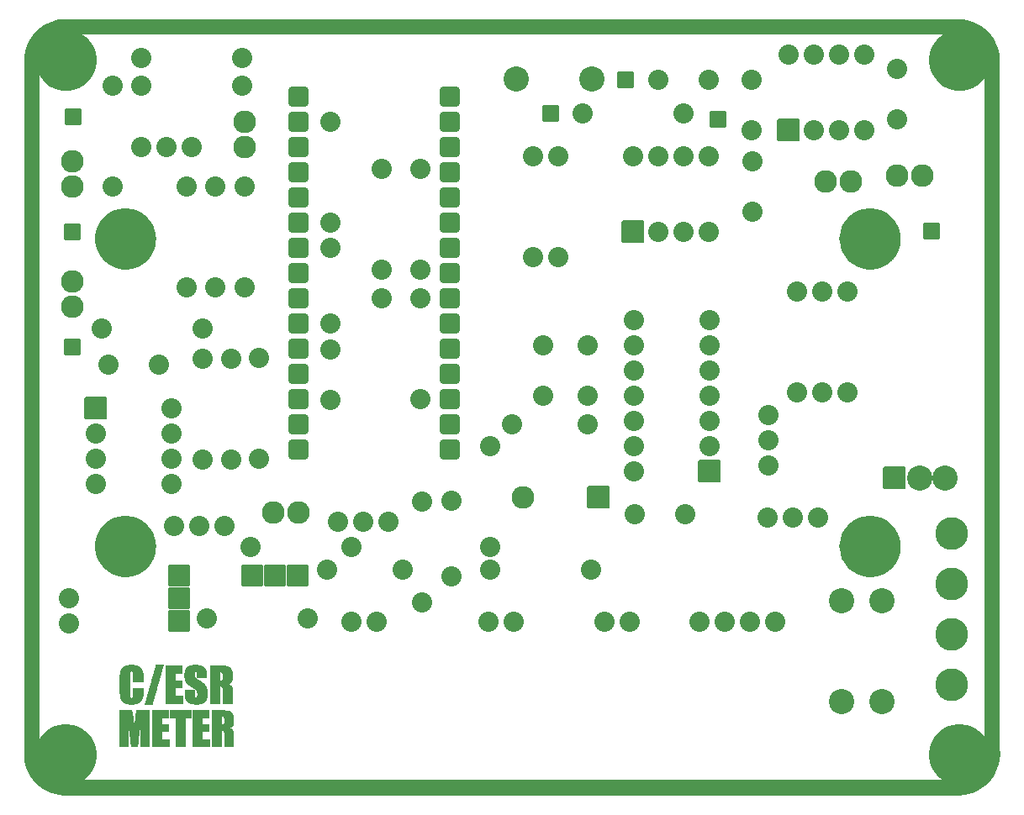
<source format=gbr>
G04 PROTEUS GERBER X2 FILE*
%TF.GenerationSoftware,Labcenter,Proteus,8.15-SP1-Build34318*%
%TF.CreationDate,2024-05-31T17:08:22+00:00*%
%TF.FileFunction,Soldermask,Top*%
%TF.FilePolarity,Negative*%
%TF.Part,Single*%
%TF.SameCoordinates,{d94dc138-55aa-45cc-9808-558e63c1a8c6}*%
%FSLAX45Y45*%
%MOMM*%
G01*
%AMPPAD030*
4,1,36,
1.016000,0.584200,
1.016000,-0.584200,
1.007410,-0.672490,
0.982690,-0.754130,
0.943420,-0.827560,
0.891180,-0.891180,
0.827560,-0.943420,
0.754130,-0.982690,
0.672490,-1.007410,
0.584200,-1.016000,
-0.584200,-1.016000,
-0.672490,-1.007410,
-0.754130,-0.982690,
-0.827560,-0.943420,
-0.891180,-0.891180,
-0.943420,-0.827560,
-0.982690,-0.754130,
-1.007410,-0.672490,
-1.016000,-0.584200,
-1.016000,0.584200,
-1.007410,0.672490,
-0.982690,0.754130,
-0.943420,0.827560,
-0.891180,0.891180,
-0.827560,0.943420,
-0.754130,0.982690,
-0.672490,1.007410,
-0.584200,1.016000,
0.584200,1.016000,
0.672490,1.007410,
0.754130,0.982690,
0.827560,0.943420,
0.891180,0.891180,
0.943420,0.827560,
0.982690,0.754130,
1.007410,0.672490,
1.016000,0.584200,
0*%
%TA.AperFunction,Material*%
%ADD36PPAD030*%
%TA.AperFunction,Material*%
%ADD37C,2.032000*%
%ADD38C,2.286000*%
%AMPPAD033*
4,1,36,
1.016000,-1.143000,
-1.016000,-1.143000,
-1.041970,-1.140470,
-1.065980,-1.133200,
-1.087580,-1.121650,
-1.106290,-1.106290,
-1.121650,-1.087570,
-1.133200,-1.065980,
-1.140470,-1.041970,
-1.143000,-1.016000,
-1.143000,1.016000,
-1.140470,1.041970,
-1.133200,1.065980,
-1.121650,1.087570,
-1.106290,1.106290,
-1.087580,1.121650,
-1.065980,1.133200,
-1.041970,1.140470,
-1.016000,1.143000,
1.016000,1.143000,
1.041970,1.140470,
1.065980,1.133200,
1.087580,1.121650,
1.106290,1.106290,
1.121650,1.087570,
1.133200,1.065980,
1.140470,1.041970,
1.143000,1.016000,
1.143000,-1.016000,
1.140470,-1.041970,
1.133200,-1.065980,
1.121650,-1.087570,
1.106290,-1.106290,
1.087580,-1.121650,
1.065980,-1.133200,
1.041970,-1.140470,
1.016000,-1.143000,
0*%
%ADD39PPAD033*%
%TA.AperFunction,Material*%
%ADD40C,3.302000*%
%TA.AperFunction,Material*%
%ADD41C,2.540000*%
%AMPPAD036*
4,1,36,
-1.143000,-1.016000,
-1.143000,1.016000,
-1.140470,1.041970,
-1.133200,1.065980,
-1.121650,1.087580,
-1.106290,1.106290,
-1.087570,1.121650,
-1.065980,1.133200,
-1.041970,1.140470,
-1.016000,1.143000,
1.016000,1.143000,
1.041970,1.140470,
1.065980,1.133200,
1.087570,1.121650,
1.106290,1.106290,
1.121650,1.087580,
1.133200,1.065980,
1.140470,1.041970,
1.143000,1.016000,
1.143000,-1.016000,
1.140470,-1.041970,
1.133200,-1.065980,
1.121650,-1.087580,
1.106290,-1.106290,
1.087570,-1.121650,
1.065980,-1.133200,
1.041970,-1.140470,
1.016000,-1.143000,
-1.016000,-1.143000,
-1.041970,-1.140470,
-1.065980,-1.133200,
-1.087570,-1.121650,
-1.106290,-1.106290,
-1.121650,-1.087580,
-1.133200,-1.065980,
-1.140470,-1.041970,
-1.143000,-1.016000,
0*%
%TA.AperFunction,Material*%
%ADD42PPAD036*%
%AMPPAD037*
4,1,44,
-0.500000,0.877000,
0.500000,0.877000,
0.539180,0.875100,
0.577080,0.869500,
0.648370,0.847910,
0.712470,0.813630,
0.768020,0.768020,
0.813630,0.712480,
0.847910,0.648370,
0.869500,0.577080,
0.875100,0.539180,
0.877000,0.500000,
0.877000,-0.500000,
0.875100,-0.539180,
0.869500,-0.577080,
0.847910,-0.648370,
0.813630,-0.712480,
0.768020,-0.768020,
0.712470,-0.813630,
0.648370,-0.847910,
0.577080,-0.869500,
0.539180,-0.875100,
0.500000,-0.877000,
-0.500000,-0.877000,
-0.539180,-0.875100,
-0.577080,-0.869500,
-0.648370,-0.847910,
-0.712470,-0.813630,
-0.768020,-0.768020,
-0.813630,-0.712480,
-0.847910,-0.648370,
-0.869500,-0.577080,
-0.875100,-0.539180,
-0.877000,-0.500000,
-0.877000,0.500000,
-0.875100,0.539180,
-0.869500,0.577080,
-0.847910,0.648370,
-0.813630,0.712480,
-0.768020,0.768020,
-0.712470,0.813630,
-0.648370,0.847910,
-0.577080,0.869500,
-0.539180,0.875100,
-0.500000,0.877000,
0*%
%TA.AperFunction,Material*%
%ADD43PPAD037*%
%AMPPAD038*
4,1,36,
0.952500,-1.079500,
-0.952500,-1.079500,
-0.978470,-1.076970,
-1.002480,-1.069700,
-1.024080,-1.058150,
-1.042790,-1.042790,
-1.058150,-1.024070,
-1.069700,-1.002480,
-1.076970,-0.978470,
-1.079500,-0.952500,
-1.079500,0.952500,
-1.076970,0.978470,
-1.069700,1.002480,
-1.058150,1.024070,
-1.042790,1.042790,
-1.024080,1.058150,
-1.002480,1.069700,
-0.978470,1.076970,
-0.952500,1.079500,
0.952500,1.079500,
0.978470,1.076970,
1.002480,1.069700,
1.024080,1.058150,
1.042790,1.042790,
1.058150,1.024070,
1.069700,1.002480,
1.076970,0.978470,
1.079500,0.952500,
1.079500,-0.952500,
1.076970,-0.978470,
1.069700,-1.002480,
1.058150,-1.024070,
1.042790,-1.042790,
1.024080,-1.058150,
1.002480,-1.069700,
0.978470,-1.076970,
0.952500,-1.079500,
0*%
%TA.AperFunction,Material*%
%ADD44PPAD038*%
%AMPPAD039*
4,1,36,
-1.079500,-0.952500,
-1.079500,0.952500,
-1.076970,0.978470,
-1.069700,1.002480,
-1.058150,1.024080,
-1.042790,1.042790,
-1.024070,1.058150,
-1.002480,1.069700,
-0.978470,1.076970,
-0.952500,1.079500,
0.952500,1.079500,
0.978470,1.076970,
1.002480,1.069700,
1.024070,1.058150,
1.042790,1.042790,
1.058150,1.024080,
1.069700,1.002480,
1.076970,0.978470,
1.079500,0.952500,
1.079500,-0.952500,
1.076970,-0.978470,
1.069700,-1.002480,
1.058150,-1.024080,
1.042790,-1.042790,
1.024070,-1.058150,
1.002480,-1.069700,
0.978470,-1.076970,
0.952500,-1.079500,
-0.952500,-1.079500,
-0.978470,-1.076970,
-1.002480,-1.069700,
-1.024070,-1.058150,
-1.042790,-1.042790,
-1.058150,-1.024080,
-1.069700,-1.002480,
-1.076970,-0.978470,
-1.079500,-0.952500,
0*%
%ADD45PPAD039*%
%TA.AperFunction,Profile*%
%ADD26C,0.203200*%
%TA.AperFunction,NonMaterial*%
%ADD46C,1.524000*%
%ADD33C,0.031750*%
%ADD34C,0.203200*%
%TD.AperFunction*%
D36*
X+2341090Y-369307D03*
X+2341090Y-623307D03*
X+2341090Y-877307D03*
X+2341090Y-1131307D03*
X+2341090Y-1385307D03*
X+2341090Y-1639307D03*
X+2341090Y-1893307D03*
X+2341090Y-2147307D03*
X+2341090Y-2401307D03*
X+2341090Y-2655307D03*
X+2341090Y-2909307D03*
X+2341090Y-3163307D03*
X+2341090Y-3417307D03*
X+2341090Y-3671307D03*
X+2341090Y-3925307D03*
X+3865090Y-3925307D03*
X+3865090Y-3671307D03*
X+3865090Y-3417307D03*
X+3865090Y-3163307D03*
X+3865090Y-2909307D03*
X+3865090Y-2655307D03*
X+3865090Y-2401307D03*
X+3865090Y-2147307D03*
X+3865090Y-1893307D03*
X+3865090Y-1639307D03*
X+3865090Y-1385307D03*
X+3865090Y-1131307D03*
X+3865090Y-877307D03*
X+3865090Y-623307D03*
X+3865090Y-369307D03*
D37*
X+2873000Y-5656543D03*
X+3127000Y-5656543D03*
X+4257300Y-5656543D03*
X+4511300Y-5656543D03*
X+5423160Y-5659083D03*
X+5677160Y-5659083D03*
X+2627360Y-5133680D03*
X+3389360Y-5133680D03*
X+3884320Y-4442460D03*
X+3884320Y-5204460D03*
X+4276016Y-4905959D03*
X+4276016Y-3889959D03*
X+3589940Y-4448623D03*
X+3589940Y-5464623D03*
X+4275857Y-5137680D03*
X+5291857Y-5137680D03*
D38*
X+1802610Y-877767D03*
X+1802610Y-623767D03*
D37*
X+1802610Y-1276547D03*
X+1802610Y-2292547D03*
X+1217660Y-2288880D03*
X+1217660Y-1272880D03*
X+468360Y-257610D03*
X+468360Y-1273610D03*
D38*
X+67790Y-2483047D03*
X+67790Y-2229047D03*
X+66700Y-1275080D03*
X+66700Y-1021080D03*
D37*
X+6382129Y-5660136D03*
X+6636129Y-5660136D03*
X+6890129Y-5660136D03*
X+7144129Y-5660136D03*
D39*
X+5367680Y-4406900D03*
D38*
X+4605680Y-4406900D03*
D37*
X+4491380Y-3672840D03*
X+5253380Y-3672840D03*
X+2744000Y-4655680D03*
X+2998000Y-4655680D03*
X+3252000Y-4655680D03*
X+3182620Y-2402840D03*
X+2663709Y-3421260D03*
X+28200Y-5424203D03*
X+28200Y-5678203D03*
X+1601840Y-4692197D03*
X+1347840Y-4692197D03*
X+1093840Y-4692197D03*
X+2440280Y-5624920D03*
X+1424280Y-5624920D03*
X+3569700Y-2402840D03*
X+3569700Y-3418840D03*
X+1857120Y-4908337D03*
X+2873120Y-4908337D03*
X+3185160Y-2115820D03*
X+3185160Y-1099820D03*
X+3569237Y-1099820D03*
X+3569237Y-2115820D03*
D39*
X+7276210Y-709007D03*
D37*
X+7530210Y-709007D03*
X+7784210Y-709007D03*
X+8038210Y-709007D03*
X+8038210Y+52993D03*
X+7784210Y+52993D03*
X+7530210Y+52993D03*
X+7276210Y+52993D03*
X+6910750Y-702007D03*
X+6910750Y-194007D03*
D38*
X+8624150Y-1166940D03*
X+8370150Y-1166940D03*
X+7655676Y-1223827D03*
X+7909676Y-1223827D03*
D37*
X+8370150Y-86753D03*
X+8370150Y-594753D03*
D40*
X+8917800Y-4767360D03*
X+8917800Y-5275360D03*
X+8917800Y-5783360D03*
X+8917800Y-6291360D03*
D41*
X+8220000Y-6460000D03*
X+8220000Y-5444000D03*
X+7810000Y-5444000D03*
X+7810000Y-6460000D03*
D39*
X+8344870Y-4215307D03*
D41*
X+8598870Y-4215307D03*
X+8852870Y-4215307D03*
D37*
X+7579750Y-4612373D03*
X+7325750Y-4612373D03*
X+7071750Y-4612373D03*
X+7620810Y-3349307D03*
X+7620810Y-2333307D03*
X+7874810Y-3349307D03*
X+7874810Y-2333307D03*
X+7076270Y-4086427D03*
X+7076270Y-3832427D03*
X+7076270Y-3578427D03*
X+7366810Y-2333307D03*
X+7366810Y-3349307D03*
D42*
X+6483310Y-4140447D03*
D37*
X+6483310Y-3886447D03*
X+6483310Y-3632447D03*
X+6483310Y-3378447D03*
X+6483310Y-3124447D03*
X+6483310Y-2870447D03*
X+6483310Y-2616447D03*
X+5721310Y-2616447D03*
X+5721310Y-2870447D03*
X+5721310Y-3124447D03*
X+5721310Y-3378447D03*
X+5721310Y-3632447D03*
X+5721310Y-3886447D03*
X+5721310Y-4140447D03*
D39*
X+5709890Y-1730227D03*
D37*
X+5963890Y-1730227D03*
X+6217890Y-1730227D03*
X+6471890Y-1730227D03*
X+6471890Y-968227D03*
X+6217890Y-968227D03*
X+5963890Y-968227D03*
X+5709890Y-968227D03*
D42*
X+301990Y-3512047D03*
D37*
X+301990Y-3766047D03*
X+301990Y-4020047D03*
X+301990Y-4274047D03*
X+1063990Y-4274047D03*
X+1063990Y-4020047D03*
X+1063990Y-3766047D03*
X+1063990Y-3512047D03*
X+6913850Y-1529567D03*
X+6913850Y-1021567D03*
X+6470953Y-195410D03*
X+5962953Y-195410D03*
X+6236930Y-4577327D03*
X+5728930Y-4577327D03*
X+428990Y-3067547D03*
X+936990Y-3067547D03*
X+4963410Y-1981187D03*
X+4963410Y-965187D03*
X+4706590Y-968227D03*
X+4706590Y-1984227D03*
X+5201890Y-536427D03*
X+6217890Y-536427D03*
X+1374110Y-2705587D03*
X+358110Y-2705587D03*
X+1375370Y-3005067D03*
X+1375370Y-4021067D03*
X+1662150Y-3006347D03*
X+1662150Y-4022347D03*
X+1946630Y-3003807D03*
X+1946630Y-4019807D03*
X+5259030Y-3378447D03*
X+5259030Y-2870447D03*
X+4804370Y-3378447D03*
X+4804370Y-2870447D03*
D43*
X+8717940Y-1724660D03*
X+74320Y-571500D03*
X+67790Y-2893060D03*
D44*
X+2333060Y-5194300D03*
X+2104460Y-5194300D03*
X+1875860Y-5194300D03*
D45*
X+1144000Y-5651840D03*
X+1144000Y-5423240D03*
X+1144000Y-5194640D03*
D37*
X+2668000Y-1638640D03*
X+2668000Y-622640D03*
D43*
X+4880000Y-540000D03*
X+6566560Y-594360D03*
D41*
X+5300000Y-191920D03*
X+4538000Y-191920D03*
D37*
X+760120Y-878840D03*
X+1014120Y-878840D03*
X+1268120Y-878840D03*
X+1776800Y-259080D03*
X+760800Y-259080D03*
X+1505430Y-2292550D03*
X+1505430Y-1276550D03*
X+757580Y+25400D03*
X+1773580Y+25400D03*
D43*
X+66700Y-1732280D03*
X+5636920Y-195580D03*
D38*
X+2340680Y-4561840D03*
X+2086680Y-4561840D03*
D37*
X+2664460Y-1894840D03*
X+2664460Y-2654300D03*
X+2664460Y-2913380D03*
D26*
X+8987180Y-7395540D02*
X+9029680Y-7393475D01*
X+9070795Y-7387403D01*
X+9110337Y-7377513D01*
X+9148120Y-7363991D01*
X+9183956Y-7347024D01*
X+9217658Y-7326801D01*
X+9249038Y-7303507D01*
X+9277910Y-7277330D01*
X+9304087Y-7248458D01*
X+9327381Y-7217078D01*
X+9347604Y-7183376D01*
X+9364571Y-7147540D01*
X+9378093Y-7109757D01*
X+9387983Y-7070215D01*
X+9394055Y-7029100D01*
X+9396120Y-6986600D01*
X+9396120Y-2540D02*
X+9394031Y+39696D01*
X+9387902Y+80556D01*
X+9377935Y+119853D01*
X+9364335Y+157401D01*
X+9347307Y+193014D01*
X+9327054Y+226506D01*
X+9277692Y+286385D01*
X+9217882Y+335548D01*
X+9184570Y+355646D01*
X+9149258Y+372507D01*
X+9112151Y+385945D01*
X+9073453Y+395774D01*
X+9033368Y+401807D01*
X+8992100Y+403860D01*
X+5080Y+403860D02*
X-37684Y+401820D01*
X-79054Y+395824D01*
X-118842Y+386057D01*
X-156860Y+372703D01*
X-192918Y+355947D01*
X-226829Y+335975D01*
X-287456Y+287119D01*
X-313795Y+258606D01*
X-337234Y+227615D01*
X-357583Y+194332D01*
X-374655Y+158941D01*
X-388261Y+121627D01*
X-398213Y+82576D01*
X-404322Y+41972D01*
X-406400Y+0D01*
X-406400Y-6996920D02*
X-404310Y-7039069D01*
X-398172Y-7079686D01*
X-388182Y-7118611D01*
X-374538Y-7155684D01*
X-357437Y-7190746D01*
X-337075Y-7223638D01*
X-313649Y-7254200D01*
X-287357Y-7282272D01*
X-226961Y-7330309D01*
X-157462Y-7366474D01*
X-119792Y-7379705D01*
X-80437Y-7389489D01*
X-39594Y-7395668D01*
X+2540Y-7398080D01*
D46*
X+7620Y+335280D02*
X+8981620Y+337820D01*
X-4440Y-7329500D02*
X+8979560Y-7329500D01*
X-340360Y-2540D02*
X-340360Y-6974540D01*
X+9330080Y-20320D02*
X+9330080Y-7002320D01*
X+8977020Y+337820D02*
X+9054301Y+326530D01*
X+9123246Y+304532D01*
X+9183287Y+272488D01*
X+9233857Y+231061D01*
X+9274389Y+180912D01*
X+9304315Y+122704D01*
X+9323068Y+57099D01*
X+9330080Y-15240D01*
X+9330420Y-6976100D02*
X+9324131Y-7051402D01*
X+9304276Y-7119825D01*
X+9272232Y-7180358D01*
X+9229376Y-7231985D01*
X+9177084Y-7273692D01*
X+9116733Y-7304467D01*
X+9049699Y-7323294D01*
X+8977360Y-7329160D01*
X+15920Y-7332040D02*
X-62095Y-7323771D01*
X-132846Y-7303396D01*
X-195169Y-7271843D01*
X-247902Y-7230043D01*
X-289883Y-7178927D01*
X-319948Y-7119424D01*
X-336934Y-7052465D01*
X-339680Y-6978980D01*
X-340020Y-15580D02*
X-339076Y+23286D01*
X-334460Y+60451D01*
X-314947Y+129217D01*
X-282948Y+189794D01*
X-239928Y+241257D01*
X-187353Y+282682D01*
X-126690Y+313144D01*
X-59403Y+331718D01*
X+13040Y+337480D01*
X-21900Y-7332040D02*
X+8982100Y-7332040D01*
X-337820Y-5080D02*
X-337820Y-6967080D01*
X+9332620Y-22860D02*
X+9332620Y-6984860D01*
X+8979560Y+335280D02*
X+9056841Y+323990D01*
X+9125786Y+301992D01*
X+9185827Y+269948D01*
X+9236397Y+228521D01*
X+9276929Y+178372D01*
X+9306855Y+120164D01*
X+9325608Y+54559D01*
X+9332620Y-17780D01*
X+9332960Y-6978640D02*
X+9326671Y-7053942D01*
X+9306816Y-7122365D01*
X+9274772Y-7182898D01*
X+9231916Y-7234525D01*
X+9179624Y-7276232D01*
X+9119273Y-7307007D01*
X+9052239Y-7325834D01*
X+8979900Y-7331700D01*
X+18460Y-7334580D02*
X-59555Y-7326311D01*
X-130306Y-7305936D01*
X-192629Y-7274383D01*
X-245362Y-7232583D01*
X-287343Y-7181467D01*
X-317408Y-7121964D01*
X-334394Y-7055005D01*
X-337140Y-6981520D01*
X-337480Y-18120D02*
X-336536Y+20746D01*
X-331920Y+57911D01*
X-312407Y+126677D01*
X-280408Y+187254D01*
X-237388Y+238717D01*
X-184813Y+280142D01*
X-124150Y+310604D01*
X-56863Y+329178D01*
X+15580Y+334940D01*
D26*
X-7620Y+403860D02*
X+8992260Y+403860D01*
X+9396120Y+5080D02*
X+9396760Y-6996980D01*
X+8999880Y-7398080D02*
X-5080Y-7398080D01*
X-406400Y-7010000D02*
X-406400Y-2540D01*
D33*
X+600000Y-2100000D02*
X+600000Y-2100000D01*
X+600000Y-1500000D02*
X+600000Y-1500000D01*
X+599999Y-2100000D02*
X+600001Y-2100000D01*
X+599999Y-1500000D02*
X+600001Y-1500000D01*
X+599998Y-2100000D02*
X+600002Y-2100000D01*
X+599998Y-1500000D02*
X+600002Y-1500000D01*
X+599997Y-2100000D02*
X+600003Y-2100000D01*
X+599997Y-1500000D02*
X+600003Y-1500000D01*
X+599996Y-2100000D02*
X+600004Y-2100000D01*
X+599996Y-1500000D02*
X+600004Y-1500000D01*
X+599995Y-2100000D02*
X+600005Y-2100000D01*
X+599995Y-1500000D02*
X+600005Y-1500000D01*
X+599994Y-2100000D02*
X+600006Y-2100000D01*
X+599994Y-1500000D02*
X+600006Y-1500000D01*
X+599993Y-2100000D02*
X+600007Y-2100000D01*
X+599993Y-1500000D02*
X+600007Y-1500000D01*
X+599992Y-2100000D02*
X+600008Y-2100000D01*
X+599992Y-1500000D02*
X+600008Y-1500000D01*
X+599991Y-2100000D02*
X+600009Y-2100000D01*
X+599991Y-1500000D02*
X+600009Y-1500000D01*
X+599990Y-2100000D02*
X+600010Y-2100000D01*
X+599990Y-1500000D02*
X+600010Y-1500000D01*
X+599989Y-2100000D02*
X+600011Y-2100000D01*
X+599989Y-1500000D02*
X+600011Y-1500000D01*
X+599988Y-2100000D02*
X+600012Y-2100000D01*
X+599988Y-1500000D02*
X+600012Y-1500000D01*
X+599987Y-2100000D02*
X+600013Y-2100000D01*
X+599987Y-1500000D02*
X+600013Y-1500000D01*
X+599986Y-2100000D02*
X+600014Y-2100000D01*
X+599986Y-1500000D02*
X+600014Y-1500000D01*
X+599985Y-2100000D02*
X+600015Y-2100000D01*
X+599985Y-1500000D02*
X+600015Y-1500000D01*
X+599984Y-2100000D02*
X+600016Y-2100000D01*
X+599984Y-1500000D02*
X+600016Y-1500000D01*
X+599983Y-2100000D02*
X+600017Y-2100000D01*
X+599983Y-1500000D02*
X+600017Y-1500000D01*
X+599982Y-2100000D02*
X+600018Y-2100000D01*
X+599982Y-1500000D02*
X+600018Y-1500000D01*
X+599981Y-2100000D02*
X+600019Y-2100000D01*
X+599981Y-1500000D02*
X+600019Y-1500000D01*
X+599980Y-2100000D02*
X+600020Y-2100000D01*
X+599980Y-1500000D02*
X+600020Y-1500000D01*
X+599979Y-2100000D02*
X+600021Y-2100000D01*
X+599979Y-1500000D02*
X+600021Y-1500000D01*
X+599978Y-2100000D02*
X+600022Y-2100000D01*
X+599978Y-1500000D02*
X+600022Y-1500000D01*
X+599977Y-2100000D02*
X+600023Y-2100000D01*
X+599977Y-1500000D02*
X+600023Y-1500000D01*
X+599976Y-2100000D02*
X+600024Y-2100000D01*
X+599976Y-1500000D02*
X+600024Y-1500000D01*
X+599975Y-2100000D02*
X+600025Y-2100000D01*
X+599975Y-1500000D02*
X+600025Y-1500000D01*
X+599974Y-2100000D02*
X+600026Y-2100000D01*
X+599974Y-1500000D02*
X+600026Y-1500000D01*
X+599973Y-2100000D02*
X+600027Y-2100000D01*
X+599973Y-1500000D02*
X+600027Y-1500000D01*
X+599972Y-2100000D02*
X+600028Y-2100000D01*
X+599972Y-1500000D02*
X+600028Y-1500000D01*
X+599971Y-2100000D02*
X+600029Y-2100000D01*
X+599971Y-1500000D02*
X+600029Y-1500000D01*
X+599970Y-2100000D02*
X+600030Y-2100000D01*
X+599970Y-1500000D02*
X+600030Y-1500000D01*
X+599969Y-2100000D02*
X+600031Y-2100000D01*
X+599969Y-1500000D02*
X+600031Y-1500000D01*
X+599968Y-2100000D02*
X+600032Y-2100000D01*
X+599968Y-1500000D02*
X+600032Y-1500000D01*
X+599967Y-2100000D02*
X+600033Y-2100000D01*
X+599967Y-1500000D02*
X+600033Y-1500000D01*
X+599966Y-2100000D02*
X+600034Y-2100000D01*
X+599966Y-1500000D02*
X+600034Y-1500000D01*
X+599965Y-2100000D02*
X+600035Y-2100000D01*
X+599965Y-1500000D02*
X+600035Y-1500000D01*
X+599964Y-2100000D02*
X+600036Y-2100000D01*
X+599964Y-1500000D02*
X+600036Y-1500000D01*
X+599963Y-2100000D02*
X+600037Y-2100000D01*
X+599963Y-1500000D02*
X+600037Y-1500000D01*
X+599962Y-2100000D02*
X+600038Y-2100000D01*
X+599962Y-1500000D02*
X+600038Y-1500000D01*
X+599961Y-2100000D02*
X+600039Y-2100000D01*
X+599961Y-1500000D02*
X+600039Y-1500000D01*
X+599960Y-2100000D02*
X+600040Y-2100000D01*
X+599960Y-1500000D02*
X+600040Y-1500000D01*
X+599959Y-2100000D02*
X+600041Y-2100000D01*
X+599959Y-1500000D02*
X+600041Y-1500000D01*
X+599958Y-2100000D02*
X+600042Y-2100000D01*
X+599958Y-1500000D02*
X+600042Y-1500000D01*
X+599957Y-2100000D02*
X+600043Y-2100000D01*
X+599957Y-1500000D02*
X+600043Y-1500000D01*
X+599956Y-2100000D02*
X+600044Y-2100000D01*
X+599956Y-1500000D02*
X+600044Y-1500000D01*
X+599955Y-2100000D02*
X+600045Y-2100000D01*
X+599955Y-1500000D02*
X+600045Y-1500000D01*
X+599954Y-2100000D02*
X+600046Y-2100000D01*
X+599954Y-1500000D02*
X+600046Y-1500000D01*
X+599953Y-2100000D02*
X+600047Y-2100000D01*
X+599953Y-1500000D02*
X+600047Y-1500000D01*
X+599952Y-2100000D02*
X+600048Y-2100000D01*
X+599952Y-1500000D02*
X+600048Y-1500000D01*
X+599951Y-2100000D02*
X+600049Y-2100000D01*
X+599951Y-1500000D02*
X+600049Y-1500000D01*
X+599950Y-2100000D02*
X+600050Y-2100000D01*
X+599950Y-1500000D02*
X+600050Y-1500000D01*
X+599949Y-2100000D02*
X+600051Y-2100000D01*
X+599949Y-1500000D02*
X+600051Y-1500000D01*
X+599948Y-2100000D02*
X+600052Y-2100000D01*
X+599948Y-1500000D02*
X+600052Y-1500000D01*
X+599947Y-2100000D02*
X+600053Y-2100000D01*
X+599947Y-1500000D02*
X+600053Y-1500000D01*
X+599946Y-2100000D02*
X+600054Y-2100000D01*
X+599946Y-1500000D02*
X+600054Y-1500000D01*
X+599945Y-2100000D02*
X+600055Y-2100000D01*
X+599945Y-1500000D02*
X+600055Y-1500000D01*
X+599944Y-2100000D02*
X+600056Y-2100000D01*
X+599944Y-1500000D02*
X+600056Y-1500000D01*
X+599943Y-2100000D02*
X+600057Y-2100000D01*
X+599943Y-1500000D02*
X+600057Y-1500000D01*
X+599942Y-2100000D02*
X+600058Y-2100000D01*
X+599942Y-1500000D02*
X+600058Y-1500000D01*
X+599941Y-2100000D02*
X+600059Y-2100000D01*
X+599941Y-1500000D02*
X+600059Y-1500000D01*
X+599940Y-2100000D02*
X+600060Y-2100000D01*
X+599940Y-1500000D02*
X+600060Y-1500000D01*
X+599939Y-2100000D02*
X+600061Y-2100000D01*
X+599939Y-1500000D02*
X+600061Y-1500000D01*
X+599938Y-2100000D02*
X+600062Y-2100000D01*
X+599938Y-1500000D02*
X+600062Y-1500000D01*
X+599937Y-2100000D02*
X+600063Y-2100000D01*
X+599937Y-1500000D02*
X+600063Y-1500000D01*
X+599936Y-2100000D02*
X+600064Y-2100000D01*
X+599936Y-1500000D02*
X+600064Y-1500000D01*
X+599935Y-2100000D02*
X+600065Y-2100000D01*
X+599935Y-1500000D02*
X+600065Y-1500000D01*
X+599934Y-2100000D02*
X+600066Y-2100000D01*
X+599934Y-1500000D02*
X+600066Y-1500000D01*
X+599933Y-2100000D02*
X+600067Y-2100000D01*
X+599933Y-1500000D02*
X+600067Y-1500000D01*
X+599932Y-2100000D02*
X+600068Y-2100000D01*
X+599932Y-1500000D02*
X+600068Y-1500000D01*
X+599931Y-2100000D02*
X+600069Y-2100000D01*
X+599931Y-1500000D02*
X+600069Y-1500000D01*
X+599930Y-2100000D02*
X+600070Y-2100000D01*
X+599930Y-1500000D02*
X+600070Y-1500000D01*
X+599929Y-2100000D02*
X+600071Y-2100000D01*
X+599929Y-1500000D02*
X+600071Y-1500000D01*
X+599928Y-2100000D02*
X+600072Y-2100000D01*
X+599928Y-1500000D02*
X+600072Y-1500000D01*
X+599927Y-2100000D02*
X+600073Y-2100000D01*
X+599927Y-1500000D02*
X+600073Y-1500000D01*
X+599926Y-2100000D02*
X+600074Y-2100000D01*
X+599926Y-1500000D02*
X+600074Y-1500000D01*
X+599925Y-2100000D02*
X+600075Y-2100000D01*
X+599925Y-1500000D02*
X+600075Y-1500000D01*
X+599924Y-2100000D02*
X+600076Y-2100000D01*
X+599924Y-1500000D02*
X+600076Y-1500000D01*
X+599923Y-2100000D02*
X+600077Y-2100000D01*
X+599923Y-1500000D02*
X+600077Y-1500000D01*
X+599922Y-2100000D02*
X+600078Y-2100000D01*
X+599922Y-1500000D02*
X+600078Y-1500000D01*
X+599921Y-2100000D02*
X+600079Y-2100000D01*
X+599921Y-1500000D02*
X+600079Y-1500000D01*
X+599920Y-2100000D02*
X+600080Y-2100000D01*
X+599920Y-1500000D02*
X+600080Y-1500000D01*
X+599919Y-2100000D02*
X+600081Y-2100000D01*
X+599919Y-1500000D02*
X+600081Y-1500000D01*
X+599918Y-2100000D02*
X+600082Y-2100000D01*
X+599918Y-1500000D02*
X+600082Y-1500000D01*
X+599917Y-2100000D02*
X+600083Y-2100000D01*
X+599917Y-1500000D02*
X+600083Y-1500000D01*
X+599916Y-2100000D02*
X+600084Y-2100000D01*
X+599916Y-1500000D02*
X+600084Y-1500000D01*
X+599915Y-2100000D02*
X+600085Y-2100000D01*
X+599915Y-1500000D02*
X+600085Y-1500000D01*
X+599914Y-2100000D02*
X+600086Y-2100000D01*
X+599914Y-1500000D02*
X+600086Y-1500000D01*
X+599913Y-2100000D02*
X+600087Y-2100000D01*
X+599913Y-1500000D02*
X+600087Y-1500000D01*
X+599912Y-2100000D02*
X+600088Y-2100000D01*
X+599912Y-1500000D02*
X+600088Y-1500000D01*
X+599911Y-2100000D02*
X+600089Y-2100000D01*
X+599911Y-1500000D02*
X+600089Y-1500000D01*
X+599910Y-2100000D02*
X+600090Y-2100000D01*
X+599910Y-1500000D02*
X+600090Y-1500000D01*
X+599909Y-2100000D02*
X+600091Y-2100000D01*
X+599909Y-1500000D02*
X+600091Y-1500000D01*
X+599908Y-2100000D02*
X+600092Y-2100000D01*
X+599908Y-1500000D02*
X+600092Y-1500000D01*
X+599907Y-2100000D02*
X+600093Y-2100000D01*
X+599907Y-1500000D02*
X+600093Y-1500000D01*
X+599906Y-2100000D02*
X+600094Y-2100000D01*
X+599906Y-1500000D02*
X+600094Y-1500000D01*
X+599905Y-2100000D02*
X+600095Y-2100000D01*
X+599905Y-1500000D02*
X+600095Y-1500000D01*
X+599904Y-2100000D02*
X+600096Y-2100000D01*
X+599904Y-1500000D02*
X+600096Y-1500000D01*
X+599903Y-2100000D02*
X+600097Y-2100000D01*
X+599903Y-1500000D02*
X+600097Y-1500000D01*
X+599902Y-2100000D02*
X+600098Y-2100000D01*
X+599902Y-1500000D02*
X+600098Y-1500000D01*
X+599901Y-2100000D02*
X+600099Y-2100000D01*
X+599901Y-1500000D02*
X+600099Y-1500000D01*
X+599900Y-2100000D02*
X+600100Y-2100000D01*
X+599900Y-1500000D02*
X+600100Y-1500000D01*
X+599899Y-2100000D02*
X+600101Y-2100000D01*
X+599899Y-1500000D02*
X+600101Y-1500000D01*
X+599898Y-2100000D02*
X+600102Y-2100000D01*
X+599898Y-1500000D02*
X+600102Y-1500000D01*
X+599897Y-2100000D02*
X+600103Y-2100000D01*
X+599897Y-1500000D02*
X+600103Y-1500000D01*
X+599896Y-2100000D02*
X+600104Y-2100000D01*
X+599896Y-1500000D02*
X+600104Y-1500000D01*
X+599895Y-2100000D02*
X+600105Y-2100000D01*
X+599895Y-1500000D02*
X+600105Y-1500000D01*
X+599894Y-2100000D02*
X+600106Y-2100000D01*
X+599894Y-1500000D02*
X+600106Y-1500000D01*
X+599893Y-2100000D02*
X+600107Y-2100000D01*
X+599893Y-1500000D02*
X+600107Y-1500000D01*
X+599892Y-2100000D02*
X+600108Y-2100000D01*
X+599892Y-1500000D02*
X+600108Y-1500000D01*
X+599891Y-2100000D02*
X+600109Y-2100000D01*
X+599891Y-1500000D02*
X+600109Y-1500000D01*
X+599890Y-2100000D02*
X+600110Y-2100000D01*
X+599890Y-1500000D02*
X+600110Y-1500000D01*
X+599889Y-2100000D02*
X+600111Y-2100000D01*
X+599889Y-1500000D02*
X+600111Y-1500000D01*
X+599888Y-2100000D02*
X+600112Y-2100000D01*
X+599888Y-1500000D02*
X+600112Y-1500000D01*
X+599887Y-2100000D02*
X+600113Y-2100000D01*
X+599887Y-1500000D02*
X+600113Y-1500000D01*
X+599886Y-2100000D02*
X+600114Y-2100000D01*
X+599886Y-1500000D02*
X+600114Y-1500000D01*
X+599885Y-2100000D02*
X+600115Y-2100000D01*
X+599885Y-1500000D02*
X+600115Y-1500000D01*
X+599884Y-2100000D02*
X+600116Y-2100000D01*
X+599884Y-1500000D02*
X+600116Y-1500000D01*
X+599883Y-2100000D02*
X+600117Y-2100000D01*
X+599883Y-1500000D02*
X+600117Y-1500000D01*
X+599882Y-2100000D02*
X+600118Y-2100000D01*
X+599882Y-1500000D02*
X+600118Y-1500000D01*
X+599881Y-2100000D02*
X+600119Y-2100000D01*
X+599881Y-1500000D02*
X+600119Y-1500000D01*
X+599880Y-2100000D02*
X+600120Y-2100000D01*
X+599880Y-1500000D02*
X+600120Y-1500000D01*
X+599879Y-2100000D02*
X+600121Y-2100000D01*
X+599879Y-1500000D02*
X+600121Y-1500000D01*
X+599878Y-2100000D02*
X+600122Y-2100000D01*
X+599878Y-1500000D02*
X+600122Y-1500000D01*
X+599877Y-2100000D02*
X+600123Y-2100000D01*
X+599877Y-1500000D02*
X+600123Y-1500000D01*
X+599876Y-2100000D02*
X+600124Y-2100000D01*
X+599876Y-1500000D02*
X+600124Y-1500000D01*
X+599875Y-2100000D02*
X+600125Y-2100000D01*
X+599875Y-1500000D02*
X+600125Y-1500000D01*
X+599874Y-2100000D02*
X+600126Y-2100000D01*
X+599874Y-1500000D02*
X+600126Y-1500000D01*
X+599873Y-2100000D02*
X+600127Y-2100000D01*
X+599873Y-1500000D02*
X+600127Y-1500000D01*
X+599872Y-2100000D02*
X+600128Y-2100000D01*
X+599872Y-1500000D02*
X+600128Y-1500000D01*
X+599871Y-2100000D02*
X+600129Y-2100000D01*
X+599871Y-1500000D02*
X+600129Y-1500000D01*
X+599870Y-2100000D02*
X+600130Y-2100000D01*
X+599870Y-1500000D02*
X+600130Y-1500000D01*
X+599869Y-2100000D02*
X+600131Y-2100000D01*
X+599869Y-1500000D02*
X+600131Y-1500000D01*
X+599868Y-2100000D02*
X+600132Y-2100000D01*
X+599868Y-1500000D02*
X+600132Y-1500000D01*
X+599867Y-2100000D02*
X+600133Y-2100000D01*
X+599867Y-1500000D02*
X+600133Y-1500000D01*
X+599866Y-2100000D02*
X+600134Y-2100000D01*
X+599866Y-1500000D02*
X+600134Y-1500000D01*
X+599865Y-2100000D02*
X+600135Y-2100000D01*
X+599865Y-1500000D02*
X+600135Y-1500000D01*
X+599864Y-2100000D02*
X+600136Y-2100000D01*
X+599864Y-1500000D02*
X+600136Y-1500000D01*
X+599863Y-2100000D02*
X+600137Y-2100000D01*
X+599863Y-1500000D02*
X+600137Y-1500000D01*
X+599862Y-2100000D02*
X+600138Y-2100000D01*
X+599862Y-1500000D02*
X+600138Y-1500000D01*
X+599861Y-2100000D02*
X+600139Y-2100000D01*
X+599861Y-1500000D02*
X+600139Y-1500000D01*
X+599860Y-2100000D02*
X+600140Y-2100000D01*
X+599860Y-1500000D02*
X+600140Y-1500000D01*
X+599859Y-2100000D02*
X+600141Y-2100000D01*
X+599859Y-1500000D02*
X+600141Y-1500000D01*
X+599858Y-2100000D02*
X+600142Y-2100000D01*
X+599858Y-1500000D02*
X+600142Y-1500000D01*
X+599857Y-2100000D02*
X+600143Y-2100000D01*
X+599857Y-1500000D02*
X+600143Y-1500000D01*
X+599856Y-2100000D02*
X+600144Y-2100000D01*
X+599856Y-1500000D02*
X+600144Y-1500000D01*
X+599855Y-2100000D02*
X+600145Y-2100000D01*
X+599855Y-1500000D02*
X+600145Y-1500000D01*
X+599854Y-2100000D02*
X+600146Y-2100000D01*
X+599854Y-1500000D02*
X+600146Y-1500000D01*
X+599853Y-2100000D02*
X+600147Y-2100000D01*
X+599853Y-1500000D02*
X+600147Y-1500000D01*
X+599852Y-2100000D02*
X+600148Y-2100000D01*
X+599852Y-1500000D02*
X+600148Y-1500000D01*
X+599851Y-2100000D02*
X+600149Y-2100000D01*
X+599851Y-1500000D02*
X+600149Y-1500000D01*
X+599850Y-2100000D02*
X+600150Y-2100000D01*
X+599850Y-1500000D02*
X+600150Y-1500000D01*
X+599849Y-2100000D02*
X+600151Y-2100000D01*
X+599849Y-1500000D02*
X+600151Y-1500000D01*
X+599848Y-2100000D02*
X+600152Y-2100000D01*
X+599848Y-1500000D02*
X+600152Y-1500000D01*
X+599847Y-2100000D02*
X+600153Y-2100000D01*
X+599847Y-1500000D02*
X+600153Y-1500000D01*
X+599846Y-2100000D02*
X+600154Y-2100000D01*
X+599846Y-1500000D02*
X+600154Y-1500000D01*
X+599845Y-2100000D02*
X+600155Y-2100000D01*
X+599845Y-1500000D02*
X+600155Y-1500000D01*
X+599844Y-2100000D02*
X+600156Y-2100000D01*
X+599844Y-1500000D02*
X+600156Y-1500000D01*
X+599843Y-2100000D02*
X+600157Y-2100000D01*
X+599843Y-1500000D02*
X+600157Y-1500000D01*
X+599842Y-2100000D02*
X+600158Y-2100000D01*
X+599842Y-1500000D02*
X+600158Y-1500000D01*
X+599841Y-2100000D02*
X+600159Y-2100000D01*
X+599841Y-1500000D02*
X+600159Y-1500000D01*
X+599840Y-2100000D02*
X+600160Y-2100000D01*
X+599840Y-1500000D02*
X+600160Y-1500000D01*
X+599839Y-2100000D02*
X+600161Y-2100000D01*
X+599839Y-1500000D02*
X+600161Y-1500000D01*
X+599838Y-2100000D02*
X+600162Y-2100000D01*
X+599838Y-1500000D02*
X+600162Y-1500000D01*
X+599837Y-2100000D02*
X+600163Y-2100000D01*
X+599837Y-1500000D02*
X+600163Y-1500000D01*
X+599836Y-2100000D02*
X+600164Y-2100000D01*
X+599836Y-1500000D02*
X+600164Y-1500000D01*
X+599835Y-2100000D02*
X+600165Y-2100000D01*
X+599835Y-1500000D02*
X+600165Y-1500000D01*
X+599834Y-2100000D02*
X+600166Y-2100000D01*
X+599834Y-1500000D02*
X+600166Y-1500000D01*
X+599833Y-2100000D02*
X+600167Y-2100000D01*
X+599833Y-1500000D02*
X+600167Y-1500000D01*
X+599832Y-2100000D02*
X+600168Y-2100000D01*
X+599832Y-1500000D02*
X+600168Y-1500000D01*
X+599831Y-2100000D02*
X+600169Y-2100000D01*
X+599831Y-1500000D02*
X+600169Y-1500000D01*
X+599830Y-2100000D02*
X+600170Y-2100000D01*
X+599830Y-1500000D02*
X+600170Y-1500000D01*
X+599829Y-2100000D02*
X+600171Y-2100000D01*
X+599829Y-1500000D02*
X+600171Y-1500000D01*
X+599828Y-2100000D02*
X+600172Y-2100000D01*
X+599828Y-1500000D02*
X+600172Y-1500000D01*
X+599827Y-2100000D02*
X+600173Y-2100000D01*
X+599827Y-1500000D02*
X+600173Y-1500000D01*
X+599826Y-2100000D02*
X+600174Y-2100000D01*
X+599826Y-1500000D02*
X+600174Y-1500000D01*
X+599825Y-2100000D02*
X+600175Y-2100000D01*
X+599825Y-1500000D02*
X+600175Y-1500000D01*
X+599824Y-2100000D02*
X+600176Y-2100000D01*
X+599824Y-1500000D02*
X+600176Y-1500000D01*
X+599823Y-2100000D02*
X+600177Y-2100000D01*
X+599823Y-1500000D02*
X+600177Y-1500000D01*
X+599822Y-2100000D02*
X+600178Y-2100000D01*
X+599822Y-1500000D02*
X+600178Y-1500000D01*
X+599821Y-2100000D02*
X+600179Y-2100000D01*
X+599821Y-1500000D02*
X+600179Y-1500000D01*
X+599820Y-2100000D02*
X+600180Y-2100000D01*
X+599820Y-1500000D02*
X+600180Y-1500000D01*
X+599819Y-2100000D02*
X+600181Y-2100000D01*
X+599819Y-1500000D02*
X+600181Y-1500000D01*
X+599818Y-2100000D02*
X+600182Y-2100000D01*
X+599818Y-1500000D02*
X+600182Y-1500000D01*
X+599817Y-2100000D02*
X+600183Y-2100000D01*
X+599817Y-1500000D02*
X+600183Y-1500000D01*
X+599816Y-2100000D02*
X+600184Y-2100000D01*
X+599816Y-1500000D02*
X+600184Y-1500000D01*
X+599815Y-2100000D02*
X+600185Y-2100000D01*
X+599815Y-1500000D02*
X+600185Y-1500000D01*
X+599814Y-2100000D02*
X+600186Y-2100000D01*
X+599814Y-1500000D02*
X+600186Y-1500000D01*
X+599813Y-2100000D02*
X+600187Y-2100000D01*
X+599813Y-1500000D02*
X+600187Y-1500000D01*
X+599812Y-2100000D02*
X+600188Y-2100000D01*
X+599812Y-1500000D02*
X+600188Y-1500000D01*
X+599811Y-2100000D02*
X+600189Y-2100000D01*
X+599811Y-1500000D02*
X+600189Y-1500000D01*
X+599810Y-2100000D02*
X+600190Y-2100000D01*
X+599810Y-1500000D02*
X+600190Y-1500000D01*
X+599809Y-2100000D02*
X+600191Y-2100000D01*
X+599809Y-1500000D02*
X+600191Y-1500000D01*
X+599808Y-2100000D02*
X+600192Y-2100000D01*
X+599808Y-1500000D02*
X+600192Y-1500000D01*
X+599807Y-2100000D02*
X+600193Y-2100000D01*
X+599807Y-1500000D02*
X+600193Y-1500000D01*
X+599806Y-2100000D02*
X+600194Y-2100000D01*
X+599806Y-1500000D02*
X+600194Y-1500000D01*
X+599805Y-2100000D02*
X+600195Y-2100000D01*
X+599805Y-1500000D02*
X+600195Y-1500000D01*
X+599804Y-2100000D02*
X+600196Y-2100000D01*
X+599804Y-1500000D02*
X+600196Y-1500000D01*
X+599803Y-2100000D02*
X+600197Y-2100000D01*
X+599803Y-1500000D02*
X+600197Y-1500000D01*
X+599802Y-2100000D02*
X+600198Y-2100000D01*
X+599802Y-1500000D02*
X+600198Y-1500000D01*
X+599801Y-2100000D02*
X+600199Y-2100000D01*
X+599801Y-1500000D02*
X+600199Y-1500000D01*
X+599800Y-2100000D02*
X+600200Y-2100000D01*
X+599800Y-1500000D02*
X+600200Y-1500000D01*
X+599799Y-2100000D02*
X+600201Y-2100000D01*
X+599799Y-1500000D02*
X+600201Y-1500000D01*
X+599798Y-2100000D02*
X+600202Y-2100000D01*
X+599798Y-1500000D02*
X+600202Y-1500000D01*
X+599797Y-2100000D02*
X+600203Y-2100000D01*
X+599797Y-1500000D02*
X+600203Y-1500000D01*
X+599796Y-2100000D02*
X+600204Y-2100000D01*
X+599796Y-1500000D02*
X+600204Y-1500000D01*
X+599795Y-2100000D02*
X+600205Y-2100000D01*
X+599795Y-1500000D02*
X+600205Y-1500000D01*
X+599794Y-2100000D02*
X+600206Y-2100000D01*
X+599794Y-1500000D02*
X+600206Y-1500000D01*
X+599793Y-2100000D02*
X+600207Y-2100000D01*
X+599793Y-1500000D02*
X+600207Y-1500000D01*
X+599792Y-2100000D02*
X+600208Y-2100000D01*
X+599792Y-1500000D02*
X+600208Y-1500000D01*
X+599791Y-2100000D02*
X+600209Y-2100000D01*
X+599791Y-1500000D02*
X+600209Y-1500000D01*
X+599790Y-2100000D02*
X+600210Y-2100000D01*
X+599790Y-1500000D02*
X+600210Y-1500000D01*
X+599789Y-2100000D02*
X+600211Y-2100000D01*
X+599789Y-1500000D02*
X+600211Y-1500000D01*
X+599788Y-2100000D02*
X+600212Y-2100000D01*
X+599788Y-1500000D02*
X+600212Y-1500000D01*
X+599787Y-2100000D02*
X+600213Y-2100000D01*
X+599787Y-1500000D02*
X+600213Y-1500000D01*
X+599786Y-2100000D02*
X+600214Y-2100000D01*
X+599786Y-1500000D02*
X+600214Y-1500000D01*
X+599785Y-2100000D02*
X+600215Y-2100000D01*
X+599785Y-1500000D02*
X+600215Y-1500000D01*
X+599784Y-2100000D02*
X+600216Y-2100000D01*
X+599784Y-1500000D02*
X+600216Y-1500000D01*
X+599783Y-2100000D02*
X+600217Y-2100000D01*
X+599783Y-1500000D02*
X+600217Y-1500000D01*
X+599782Y-2100000D02*
X+600218Y-2100000D01*
X+599782Y-1500000D02*
X+600218Y-1500000D01*
X+599781Y-2100000D02*
X+600219Y-2100000D01*
X+599781Y-1500000D02*
X+600219Y-1500000D01*
X+599780Y-2100000D02*
X+600220Y-2100000D01*
X+599780Y-1500000D02*
X+600220Y-1500000D01*
X+599779Y-2100000D02*
X+600221Y-2100000D01*
X+599779Y-1500000D02*
X+600221Y-1500000D01*
X+599778Y-2100000D02*
X+600222Y-2100000D01*
X+599778Y-1500000D02*
X+600222Y-1500000D01*
X+599777Y-2100000D02*
X+600223Y-2100000D01*
X+599777Y-1500000D02*
X+600223Y-1500000D01*
X+599776Y-2100000D02*
X+600224Y-2100000D01*
X+599776Y-1500000D02*
X+600224Y-1500000D01*
X+599775Y-2100000D02*
X+600225Y-2100000D01*
X+599775Y-1500000D02*
X+600225Y-1500000D01*
X+599774Y-2100000D02*
X+600226Y-2100000D01*
X+599774Y-1500000D02*
X+600226Y-1500000D01*
X+599773Y-2100000D02*
X+600227Y-2100000D01*
X+599773Y-1500000D02*
X+600227Y-1500000D01*
X+599772Y-2100000D02*
X+600228Y-2100000D01*
X+599772Y-1500000D02*
X+600228Y-1500000D01*
X+599771Y-2100000D02*
X+600229Y-2100000D01*
X+599771Y-1500000D02*
X+600229Y-1500000D01*
X+599770Y-2100000D02*
X+600230Y-2100000D01*
X+599770Y-1500000D02*
X+600230Y-1500000D01*
X+599769Y-2100000D02*
X+600231Y-2100000D01*
X+599769Y-1500000D02*
X+600231Y-1500000D01*
X+599768Y-2100000D02*
X+600232Y-2100000D01*
X+599768Y-1500000D02*
X+600232Y-1500000D01*
X+599767Y-2100000D02*
X+600233Y-2100000D01*
X+599767Y-1500000D02*
X+600233Y-1500000D01*
X+599766Y-2100000D02*
X+600234Y-2100000D01*
X+599766Y-1500000D02*
X+600234Y-1500000D01*
X+599765Y-2100000D02*
X+600235Y-2100000D01*
X+599765Y-1500000D02*
X+600235Y-1500000D01*
X+599764Y-2100000D02*
X+600236Y-2100000D01*
X+599764Y-1500000D02*
X+600236Y-1500000D01*
X+599763Y-2100000D02*
X+600237Y-2100000D01*
X+599763Y-1500000D02*
X+600237Y-1500000D01*
X+599762Y-2100000D02*
X+600238Y-2100000D01*
X+599762Y-1500000D02*
X+600238Y-1500000D01*
X+599761Y-2100000D02*
X+600239Y-2100000D01*
X+599761Y-1500000D02*
X+600239Y-1500000D01*
X+599760Y-2100000D02*
X+600240Y-2100000D01*
X+599760Y-1500000D02*
X+600240Y-1500000D01*
X+599759Y-2100000D02*
X+600241Y-2100000D01*
X+599759Y-1500000D02*
X+600241Y-1500000D01*
X+599758Y-2100000D02*
X+600242Y-2100000D01*
X+599758Y-1500000D02*
X+600242Y-1500000D01*
X+599757Y-2100000D02*
X+600243Y-2100000D01*
X+599757Y-1500000D02*
X+600243Y-1500000D01*
X+599756Y-2100000D02*
X+600244Y-2100000D01*
X+599756Y-1500000D02*
X+600244Y-1500000D01*
X+599755Y-2100000D02*
X+600245Y-2100000D01*
X+599755Y-1500000D02*
X+600245Y-1500000D01*
X+599754Y-2100000D02*
X+600246Y-2100000D01*
X+599754Y-1500000D02*
X+600246Y-1500000D01*
X+599753Y-2100000D02*
X+600247Y-2100000D01*
X+599753Y-1500000D02*
X+600247Y-1500000D01*
X+599752Y-2100000D02*
X+600248Y-2100000D01*
X+599752Y-1500000D02*
X+600248Y-1500000D01*
X+599751Y-2100000D02*
X+600249Y-2100000D01*
X+599751Y-1500000D02*
X+600249Y-1500000D01*
X+599750Y-2100000D02*
X+600250Y-2100000D01*
X+599750Y-1500000D02*
X+600250Y-1500000D01*
X+599749Y-2100000D02*
X+600251Y-2100000D01*
X+599749Y-1500000D02*
X+600251Y-1500000D01*
X+599748Y-2100000D02*
X+600252Y-2100000D01*
X+599748Y-1500000D02*
X+600252Y-1500000D01*
X+599747Y-2100000D02*
X+600253Y-2100000D01*
X+599747Y-1500000D02*
X+600253Y-1500000D01*
X+599746Y-2100000D02*
X+600254Y-2100000D01*
X+599746Y-1500000D02*
X+600254Y-1500000D01*
X+599745Y-2100000D02*
X+600255Y-2100000D01*
X+599745Y-1500000D02*
X+600255Y-1500000D01*
X+599744Y-2100000D02*
X+600256Y-2100000D01*
X+599744Y-1500000D02*
X+600256Y-1500000D01*
X+599743Y-2100000D02*
X+600257Y-2100000D01*
X+599743Y-1500000D02*
X+600257Y-1500000D01*
X+599742Y-2100000D02*
X+600258Y-2100000D01*
X+599742Y-1500000D02*
X+600258Y-1500000D01*
X+599741Y-2100000D02*
X+600259Y-2100000D01*
X+599741Y-1500000D02*
X+600259Y-1500000D01*
X+599740Y-2100000D02*
X+600260Y-2100000D01*
X+599740Y-1500000D02*
X+600260Y-1500000D01*
X+599739Y-2100000D02*
X+600261Y-2100000D01*
X+599739Y-1500000D02*
X+600261Y-1500000D01*
X+599738Y-2100000D02*
X+600262Y-2100000D01*
X+599738Y-1500000D02*
X+600262Y-1500000D01*
X+599737Y-2100000D02*
X+600263Y-2100000D01*
X+599737Y-1500000D02*
X+600263Y-1500000D01*
X+599736Y-2100000D02*
X+600264Y-2100000D01*
X+599736Y-1500000D02*
X+600264Y-1500000D01*
X+599735Y-2100000D02*
X+600265Y-2100000D01*
X+599735Y-1500000D02*
X+600265Y-1500000D01*
X+599734Y-2100000D02*
X+600266Y-2100000D01*
X+599734Y-1500000D02*
X+600266Y-1500000D01*
X+599733Y-2100000D02*
X+600267Y-2100000D01*
X+599733Y-1500000D02*
X+600267Y-1500000D01*
X+599732Y-2100000D02*
X+600268Y-2100000D01*
X+599732Y-1500000D02*
X+600268Y-1500000D01*
X+599731Y-2100000D02*
X+600269Y-2100000D01*
X+599731Y-1500000D02*
X+600269Y-1500000D01*
X+599730Y-2100000D02*
X+600270Y-2100000D01*
X+599730Y-1500000D02*
X+600270Y-1500000D01*
X+599729Y-2100000D02*
X+600271Y-2100000D01*
X+599729Y-1500000D02*
X+600271Y-1500000D01*
X+599728Y-2100000D02*
X+600272Y-2100000D01*
X+599728Y-1500000D02*
X+600272Y-1500000D01*
X+599727Y-2100000D02*
X+600273Y-2100000D01*
X+599727Y-1500000D02*
X+600273Y-1500000D01*
X+599726Y-2100000D02*
X+600274Y-2100000D01*
X+599726Y-1500000D02*
X+600274Y-1500000D01*
X+599725Y-2100000D02*
X+600275Y-2100000D01*
X+599725Y-1500000D02*
X+600275Y-1500000D01*
X+599724Y-2100000D02*
X+600276Y-2100000D01*
X+599724Y-1500000D02*
X+600276Y-1500000D01*
X+599723Y-2100000D02*
X+600277Y-2100000D01*
X+599723Y-1500000D02*
X+600277Y-1500000D01*
X+599722Y-2100000D02*
X+600278Y-2100000D01*
X+599722Y-1500000D02*
X+600278Y-1500000D01*
X+599721Y-2100000D02*
X+600279Y-2100000D01*
X+599721Y-1500000D02*
X+600279Y-1500000D01*
X+599720Y-2100000D02*
X+600280Y-2100000D01*
X+599720Y-1500000D02*
X+600280Y-1500000D01*
X+599719Y-2100000D02*
X+600281Y-2100000D01*
X+599719Y-1500000D02*
X+600281Y-1500000D01*
X+599718Y-2100000D02*
X+600282Y-2100000D01*
X+599718Y-1500000D02*
X+600282Y-1500000D01*
X+599717Y-2100000D02*
X+600283Y-2100000D01*
X+599717Y-1500000D02*
X+600283Y-1500000D01*
X+599716Y-2100000D02*
X+600284Y-2100000D01*
X+599716Y-1500000D02*
X+600284Y-1500000D01*
X+599715Y-2100000D02*
X+600285Y-2100000D01*
X+599715Y-1500000D02*
X+600285Y-1500000D01*
X+599714Y-2100000D02*
X+600286Y-2100000D01*
X+599714Y-1500000D02*
X+600286Y-1500000D01*
X+599713Y-2100000D02*
X+600287Y-2100000D01*
X+599713Y-1500000D02*
X+600287Y-1500000D01*
X+599712Y-2100000D02*
X+600288Y-2100000D01*
X+599712Y-1500000D02*
X+600288Y-1500000D01*
X+599711Y-2100000D02*
X+600289Y-2100000D01*
X+599711Y-1500000D02*
X+600289Y-1500000D01*
X+599710Y-2100000D02*
X+600290Y-2100000D01*
X+599710Y-1500000D02*
X+600290Y-1500000D01*
X+599709Y-2100000D02*
X+600291Y-2100000D01*
X+599709Y-1500000D02*
X+600291Y-1500000D01*
X+599708Y-2100000D02*
X+600292Y-2100000D01*
X+599708Y-1500000D02*
X+600292Y-1500000D01*
X+599707Y-2100000D02*
X+600293Y-2100000D01*
X+599707Y-1500000D02*
X+600293Y-1500000D01*
X+599706Y-2100000D02*
X+600294Y-2100000D01*
X+599706Y-1500000D02*
X+600294Y-1500000D01*
X+599705Y-2100000D02*
X+600295Y-2100000D01*
X+599705Y-1500000D02*
X+600295Y-1500000D01*
X+599704Y-2100000D02*
X+600296Y-2100000D01*
X+599704Y-1500000D02*
X+600296Y-1500000D01*
X+599703Y-2100000D02*
X+600297Y-2100000D01*
X+599703Y-1500000D02*
X+600297Y-1500000D01*
X+599702Y-2100000D02*
X+600298Y-2100000D01*
X+599702Y-1500000D02*
X+600298Y-1500000D01*
X+599701Y-2100000D02*
X+600299Y-2100000D01*
X+599701Y-1500000D02*
X+600299Y-1500000D01*
X+599700Y-2100000D02*
X+600300Y-2100000D01*
X+599700Y-1500000D02*
X+600300Y-1500000D01*
X+599699Y-2100000D02*
X+600301Y-2100000D01*
X+599699Y-1500000D02*
X+600301Y-1500000D01*
X+599698Y-2100000D02*
X+600302Y-2100000D01*
X+599698Y-1500000D02*
X+600302Y-1500000D01*
X+599697Y-2100000D02*
X+600303Y-2100000D01*
X+599697Y-1500000D02*
X+600303Y-1500000D01*
X+599696Y-2100000D02*
X+600304Y-2100000D01*
X+599696Y-1500000D02*
X+600304Y-1500000D01*
X+599695Y-2100000D02*
X+600305Y-2100000D01*
X+599695Y-1500000D02*
X+600305Y-1500000D01*
X+599694Y-2100000D02*
X+600306Y-2100000D01*
X+599694Y-1500000D02*
X+600306Y-1500000D01*
X+599693Y-2100000D02*
X+600307Y-2100000D01*
X+599693Y-1500000D02*
X+600307Y-1500000D01*
X+599692Y-2100000D02*
X+600308Y-2100000D01*
X+599692Y-1500000D02*
X+600308Y-1500000D01*
X+599691Y-2100000D02*
X+600309Y-2100000D01*
X+599691Y-1500000D02*
X+600309Y-1500000D01*
X+599690Y-2100000D02*
X+600310Y-2100000D01*
X+599690Y-1500000D02*
X+600310Y-1500000D01*
X+599689Y-2100000D02*
X+600311Y-2100000D01*
X+599689Y-1500000D02*
X+600311Y-1500000D01*
X+599688Y-2100000D02*
X+600312Y-2100000D01*
X+599688Y-1500000D02*
X+600312Y-1500000D01*
X+599687Y-2100000D02*
X+600313Y-2100000D01*
X+599687Y-1500000D02*
X+600313Y-1500000D01*
X+599686Y-2100000D02*
X+600314Y-2100000D01*
X+599686Y-1500000D02*
X+600314Y-1500000D01*
X+599685Y-2100000D02*
X+600315Y-2100000D01*
X+599685Y-1500000D02*
X+600315Y-1500000D01*
X+599684Y-2100000D02*
X+600316Y-2100000D01*
X+599684Y-1500000D02*
X+600316Y-1500000D01*
X+599683Y-2100000D02*
X+600317Y-2100000D01*
X+599683Y-1500000D02*
X+600317Y-1500000D01*
X+599682Y-2100000D02*
X+600318Y-2100000D01*
X+599682Y-1500000D02*
X+600318Y-1500000D01*
X+599681Y-2100000D02*
X+600319Y-2100000D01*
X+599681Y-1500000D02*
X+600319Y-1500000D01*
X+599680Y-2100000D02*
X+600320Y-2100000D01*
X+599680Y-1500000D02*
X+600320Y-1500000D01*
X+599679Y-2100000D02*
X+600321Y-2100000D01*
X+599679Y-1500000D02*
X+600321Y-1500000D01*
X+599678Y-2100000D02*
X+600322Y-2100000D01*
X+599678Y-1500000D02*
X+600322Y-1500000D01*
X+599677Y-2100000D02*
X+600323Y-2100000D01*
X+599677Y-1500000D02*
X+600323Y-1500000D01*
X+599676Y-2100000D02*
X+600324Y-2100000D01*
X+599676Y-1500000D02*
X+600324Y-1500000D01*
X+599675Y-2100000D02*
X+600325Y-2100000D01*
X+599675Y-1500000D02*
X+600325Y-1500000D01*
X+599674Y-2100000D02*
X+600326Y-2100000D01*
X+599674Y-1500000D02*
X+600326Y-1500000D01*
X+599673Y-2100000D02*
X+600327Y-2100000D01*
X+599673Y-1500000D02*
X+600327Y-1500000D01*
X+599672Y-2100000D02*
X+600328Y-2100000D01*
X+599672Y-1500000D02*
X+600328Y-1500000D01*
X+599671Y-2100000D02*
X+600329Y-2100000D01*
X+599671Y-1500000D02*
X+600329Y-1500000D01*
X+599670Y-2100000D02*
X+600330Y-2100000D01*
X+599670Y-1500000D02*
X+600330Y-1500000D01*
X+599669Y-2100000D02*
X+600331Y-2100000D01*
X+599669Y-1500000D02*
X+600331Y-1500000D01*
X+599668Y-2100000D02*
X+600332Y-2100000D01*
X+599668Y-1500000D02*
X+600332Y-1500000D01*
X+599667Y-2100000D02*
X+600333Y-2100000D01*
X+599667Y-1500000D02*
X+600333Y-1500000D01*
X+599666Y-2100000D02*
X+600334Y-2100000D01*
X+599666Y-1500000D02*
X+600334Y-1500000D01*
X+599665Y-2100000D02*
X+600335Y-2100000D01*
X+599665Y-1500000D02*
X+600335Y-1500000D01*
X+599664Y-2100000D02*
X+600336Y-2100000D01*
X+599664Y-1500000D02*
X+600336Y-1500000D01*
X+599663Y-2100000D02*
X+600337Y-2100000D01*
X+599663Y-1500000D02*
X+600337Y-1500000D01*
X+599662Y-2100000D02*
X+600338Y-2100000D01*
X+599662Y-1500000D02*
X+600338Y-1500000D01*
X+599661Y-2100000D02*
X+600339Y-2100000D01*
X+599661Y-1500000D02*
X+600339Y-1500000D01*
X+599660Y-2100000D02*
X+600340Y-2100000D01*
X+599660Y-1500000D02*
X+600340Y-1500000D01*
X+599659Y-2100000D02*
X+600341Y-2100000D01*
X+599659Y-1500000D02*
X+600341Y-1500000D01*
X+599658Y-2100000D02*
X+600342Y-2100000D01*
X+599658Y-1500000D02*
X+600342Y-1500000D01*
X+599657Y-2100000D02*
X+600343Y-2100000D01*
X+599657Y-1500000D02*
X+600343Y-1500000D01*
X+599656Y-2100000D02*
X+600344Y-2100000D01*
X+599656Y-1500000D02*
X+600344Y-1500000D01*
X+599655Y-2100000D02*
X+600345Y-2100000D01*
X+599655Y-1500000D02*
X+600345Y-1500000D01*
X+599654Y-2100000D02*
X+600346Y-2100000D01*
X+599654Y-1500000D02*
X+600346Y-1500000D01*
X+599653Y-2100000D02*
X+600347Y-2100000D01*
X+599653Y-1500000D02*
X+600347Y-1500000D01*
X+599652Y-2100000D02*
X+600348Y-2100000D01*
X+599652Y-1500000D02*
X+600348Y-1500000D01*
X+599651Y-2100000D02*
X+600349Y-2100000D01*
X+599651Y-1500000D02*
X+600349Y-1500000D01*
X+599650Y-2100000D02*
X+600350Y-2100000D01*
X+599650Y-1500000D02*
X+600350Y-1500000D01*
X+599649Y-2100000D02*
X+600351Y-2100000D01*
X+599649Y-1500000D02*
X+600351Y-1500000D01*
X+599648Y-2100000D02*
X+600352Y-2100000D01*
X+599648Y-1500000D02*
X+600352Y-1500000D01*
X+599647Y-2100000D02*
X+600353Y-2100000D01*
X+599647Y-1500000D02*
X+600353Y-1500000D01*
X+599646Y-2100000D02*
X+600354Y-2100000D01*
X+599646Y-1500000D02*
X+600354Y-1500000D01*
X+599645Y-2100000D02*
X+600355Y-2100000D01*
X+599645Y-1500000D02*
X+600355Y-1500000D01*
X+599644Y-2100000D02*
X+600356Y-2100000D01*
X+599644Y-1500000D02*
X+600356Y-1500000D01*
X+599643Y-2100000D02*
X+600357Y-2100000D01*
X+599643Y-1500000D02*
X+600357Y-1500000D01*
X+599642Y-2100000D02*
X+600358Y-2100000D01*
X+599642Y-1500000D02*
X+600358Y-1500000D01*
X+599641Y-2100000D02*
X+600359Y-2100000D01*
X+599641Y-1500000D02*
X+600359Y-1500000D01*
X+599640Y-2100000D02*
X+600360Y-2100000D01*
X+599640Y-1500000D02*
X+600360Y-1500000D01*
X+599639Y-2100000D02*
X+600361Y-2100000D01*
X+599639Y-1500000D02*
X+600361Y-1500000D01*
X+599638Y-2100000D02*
X+600362Y-2100000D01*
X+599638Y-1500000D02*
X+600362Y-1500000D01*
X+599637Y-2100000D02*
X+600363Y-2100000D01*
X+599637Y-1500000D02*
X+600363Y-1500000D01*
X+599636Y-2100000D02*
X+600364Y-2100000D01*
X+599636Y-1500000D02*
X+600364Y-1500000D01*
X+599635Y-2100000D02*
X+600365Y-2100000D01*
X+599635Y-1500000D02*
X+600365Y-1500000D01*
X+599634Y-2100000D02*
X+600366Y-2100000D01*
X+599634Y-1500000D02*
X+600366Y-1500000D01*
X+599633Y-2100000D02*
X+600367Y-2100000D01*
X+599633Y-1500000D02*
X+600367Y-1500000D01*
X+599632Y-2100000D02*
X+600368Y-2100000D01*
X+599632Y-1500000D02*
X+600368Y-1500000D01*
X+599631Y-2100000D02*
X+600369Y-2100000D01*
X+599631Y-1500000D02*
X+600369Y-1500000D01*
X+599630Y-2100000D02*
X+600370Y-2100000D01*
X+599630Y-1500000D02*
X+600370Y-1500000D01*
X+599629Y-2100000D02*
X+600371Y-2100000D01*
X+599629Y-1500000D02*
X+600371Y-1500000D01*
X+599628Y-2100000D02*
X+600372Y-2100000D01*
X+599628Y-1500000D02*
X+600372Y-1500000D01*
X+599627Y-2100000D02*
X+600373Y-2100000D01*
X+599627Y-1500000D02*
X+600373Y-1500000D01*
X+599626Y-2100000D02*
X+600374Y-2100000D01*
X+599626Y-1500000D02*
X+600374Y-1500000D01*
X+599625Y-2100000D02*
X+600375Y-2100000D01*
X+599625Y-1500000D02*
X+600375Y-1500000D01*
X+599624Y-2100000D02*
X+600376Y-2100000D01*
X+599624Y-1500000D02*
X+600376Y-1500000D01*
X+599623Y-2100000D02*
X+600377Y-2100000D01*
X+599623Y-1500000D02*
X+600377Y-1500000D01*
X+599622Y-2100000D02*
X+600378Y-2100000D01*
X+599622Y-1500000D02*
X+600378Y-1500000D01*
X+599621Y-2100000D02*
X+600379Y-2100000D01*
X+599621Y-1500000D02*
X+600379Y-1500000D01*
X+599620Y-2100000D02*
X+600380Y-2100000D01*
X+599620Y-1500000D02*
X+600380Y-1500000D01*
X+599619Y-2100000D02*
X+600381Y-2100000D01*
X+599619Y-1500000D02*
X+600381Y-1500000D01*
X+599618Y-2100000D02*
X+600382Y-2100000D01*
X+599618Y-1500000D02*
X+600382Y-1500000D01*
X+599617Y-2100000D02*
X+600383Y-2100000D01*
X+599617Y-1500000D02*
X+600383Y-1500000D01*
X+599616Y-2100000D02*
X+600384Y-2100000D01*
X+599616Y-1500000D02*
X+600384Y-1500000D01*
X+599615Y-2100000D02*
X+600385Y-2100000D01*
X+599615Y-1500000D02*
X+600385Y-1500000D01*
X+599614Y-2100000D02*
X+600386Y-2100000D01*
X+599614Y-1500000D02*
X+600386Y-1500000D01*
X+599613Y-2100000D02*
X+600387Y-2100000D01*
X+599613Y-1500000D02*
X+600387Y-1500000D01*
X+599612Y-2100000D02*
X+600388Y-2100000D01*
X+599612Y-1500000D02*
X+600388Y-1500000D01*
X+599611Y-2100000D02*
X+600389Y-2100000D01*
X+599611Y-1500000D02*
X+600389Y-1500000D01*
X+599610Y-2100000D02*
X+600390Y-2100000D01*
X+599610Y-1500000D02*
X+600390Y-1500000D01*
X+599609Y-2100000D02*
X+600391Y-2100000D01*
X+599609Y-1500000D02*
X+600391Y-1500000D01*
X+599608Y-2100000D02*
X+600392Y-2100000D01*
X+599608Y-1500000D02*
X+600392Y-1500000D01*
X+599607Y-2100000D02*
X+600393Y-2100000D01*
X+599607Y-1500000D02*
X+600393Y-1500000D01*
X+599606Y-2100000D02*
X+600394Y-2100000D01*
X+599606Y-1500000D02*
X+600394Y-1500000D01*
X+599605Y-2100000D02*
X+600395Y-2100000D01*
X+599605Y-1500000D02*
X+600395Y-1500000D01*
X+599604Y-2100000D02*
X+600396Y-2100000D01*
X+599604Y-1500000D02*
X+600396Y-1500000D01*
X+599603Y-2100000D02*
X+600397Y-2100000D01*
X+599603Y-1500000D02*
X+600397Y-1500000D01*
X+599602Y-2100000D02*
X+600398Y-2100000D01*
X+599602Y-1500000D02*
X+600398Y-1500000D01*
X+599601Y-2100000D02*
X+600399Y-2100000D01*
X+599601Y-1500000D02*
X+600399Y-1500000D01*
X+599600Y-2100000D02*
X+600400Y-2100000D01*
X+599600Y-1500000D02*
X+600400Y-1500000D01*
X+599599Y-2100000D02*
X+600401Y-2100000D01*
X+599599Y-1500000D02*
X+600401Y-1500000D01*
X+599598Y-2100000D02*
X+600402Y-2100000D01*
X+599598Y-1500000D02*
X+600402Y-1500000D01*
X+599597Y-2100000D02*
X+600403Y-2100000D01*
X+599597Y-1500000D02*
X+600403Y-1500000D01*
X+599596Y-2100000D02*
X+600404Y-2100000D01*
X+599596Y-1500000D02*
X+600404Y-1500000D01*
X+599595Y-2100000D02*
X+600405Y-2100000D01*
X+599595Y-1500000D02*
X+600405Y-1500000D01*
X+599594Y-2100000D02*
X+600406Y-2100000D01*
X+599594Y-1500000D02*
X+600406Y-1500000D01*
X+599593Y-2100000D02*
X+600407Y-2100000D01*
X+599593Y-1500000D02*
X+600407Y-1500000D01*
X+599592Y-2100000D02*
X+600408Y-2100000D01*
X+599592Y-1500000D02*
X+600408Y-1500000D01*
X+599591Y-2100000D02*
X+600409Y-2100000D01*
X+599591Y-1500000D02*
X+600409Y-1500000D01*
X+599590Y-2100000D02*
X+600410Y-2100000D01*
X+599590Y-1500000D02*
X+600410Y-1500000D01*
X+599589Y-2100000D02*
X+600411Y-2100000D01*
X+599589Y-1500000D02*
X+600411Y-1500000D01*
X+599588Y-2100000D02*
X+600412Y-2100000D01*
X+599588Y-1500000D02*
X+600412Y-1500000D01*
X+599587Y-2100000D02*
X+600413Y-2100000D01*
X+599587Y-1500000D02*
X+600413Y-1500000D01*
X+599586Y-2100000D02*
X+600414Y-2100000D01*
X+599586Y-1500000D02*
X+600414Y-1500000D01*
X+599585Y-2100000D02*
X+600415Y-2100000D01*
X+599585Y-1500000D02*
X+600415Y-1500000D01*
X+599584Y-2100000D02*
X+600416Y-2100000D01*
X+599584Y-1500000D02*
X+600416Y-1500000D01*
X+599583Y-2100000D02*
X+600417Y-2100000D01*
X+599583Y-1500000D02*
X+600417Y-1500000D01*
X+599582Y-2100000D02*
X+600418Y-2100000D01*
X+599582Y-1500000D02*
X+600418Y-1500000D01*
X+599581Y-2100000D02*
X+600419Y-2100000D01*
X+599581Y-1500000D02*
X+600419Y-1500000D01*
X+599580Y-2100000D02*
X+600420Y-2100000D01*
X+599580Y-1500000D02*
X+600420Y-1500000D01*
X+599579Y-2100000D02*
X+600421Y-2100000D01*
X+599579Y-1500000D02*
X+600421Y-1500000D01*
X+599578Y-2100000D02*
X+600422Y-2100000D01*
X+599578Y-1500000D02*
X+600422Y-1500000D01*
X+599577Y-2100000D02*
X+600423Y-2100000D01*
X+599577Y-1500000D02*
X+600423Y-1500000D01*
X+599576Y-2100000D02*
X+600424Y-2100000D01*
X+599576Y-1500000D02*
X+600424Y-1500000D01*
X+599575Y-2100000D02*
X+600425Y-2100000D01*
X+599575Y-1500000D02*
X+600425Y-1500000D01*
X+599574Y-2100000D02*
X+600426Y-2100000D01*
X+599574Y-1500000D02*
X+600426Y-1500000D01*
X+599573Y-2100000D02*
X+600427Y-2100000D01*
X+599573Y-1500000D02*
X+600427Y-1500000D01*
X+599572Y-2100000D02*
X+600428Y-2100000D01*
X+599572Y-1500000D02*
X+600428Y-1500000D01*
X+599571Y-2100000D02*
X+600429Y-2100000D01*
X+599571Y-1500000D02*
X+600429Y-1500000D01*
X+599570Y-2100000D02*
X+600430Y-2100000D01*
X+599570Y-1500000D02*
X+600430Y-1500000D01*
X+599569Y-2100000D02*
X+600431Y-2100000D01*
X+599569Y-1500000D02*
X+600431Y-1500000D01*
X+599568Y-2100000D02*
X+600432Y-2100000D01*
X+599568Y-1500000D02*
X+600432Y-1500000D01*
X+599567Y-2100000D02*
X+600433Y-2100000D01*
X+599567Y-1500000D02*
X+600433Y-1500000D01*
X+599566Y-2100000D02*
X+600434Y-2100000D01*
X+599566Y-1500000D02*
X+600434Y-1500000D01*
X+599565Y-2100000D02*
X+600435Y-2100000D01*
X+599565Y-1500000D02*
X+600435Y-1500000D01*
X+599564Y-2100000D02*
X+600436Y-2100000D01*
X+599564Y-1500000D02*
X+600436Y-1500000D01*
X+599563Y-2100000D02*
X+600437Y-2100000D01*
X+599563Y-1500000D02*
X+600437Y-1500000D01*
X+599562Y-2100000D02*
X+600438Y-2100000D01*
X+599562Y-1500000D02*
X+600438Y-1500000D01*
X+599561Y-2100000D02*
X+600439Y-2100000D01*
X+599561Y-1500000D02*
X+600439Y-1500000D01*
X+599560Y-2100000D02*
X+600440Y-2100000D01*
X+599560Y-1500000D02*
X+600440Y-1500000D01*
X+599559Y-2100000D02*
X+600441Y-2100000D01*
X+599559Y-1500000D02*
X+600441Y-1500000D01*
X+599558Y-2100000D02*
X+600442Y-2100000D01*
X+599558Y-1500000D02*
X+600442Y-1500000D01*
X+599557Y-2100000D02*
X+600443Y-2100000D01*
X+599557Y-1500000D02*
X+600443Y-1500000D01*
X+599556Y-2100000D02*
X+600444Y-2100000D01*
X+599556Y-1500000D02*
X+600444Y-1500000D01*
X+599555Y-2100000D02*
X+600445Y-2100000D01*
X+599555Y-1500000D02*
X+600445Y-1500000D01*
X+599554Y-2100000D02*
X+600446Y-2100000D01*
X+599554Y-1500000D02*
X+600446Y-1500000D01*
X+599553Y-2100000D02*
X+600447Y-2100000D01*
X+599553Y-1500000D02*
X+600447Y-1500000D01*
X+599552Y-2100000D02*
X+600448Y-2100000D01*
X+599552Y-1500000D02*
X+600448Y-1500000D01*
X+599551Y-2100000D02*
X+600449Y-2100000D01*
X+599551Y-1500000D02*
X+600449Y-1500000D01*
X+599550Y-2100000D02*
X+600450Y-2100000D01*
X+599550Y-1500000D02*
X+600450Y-1500000D01*
X+599549Y-2100000D02*
X+600451Y-2100000D01*
X+599549Y-1500000D02*
X+600451Y-1500000D01*
X+599548Y-2100000D02*
X+600452Y-2100000D01*
X+599548Y-1500000D02*
X+600452Y-1500000D01*
X+599547Y-2100000D02*
X+600453Y-2100000D01*
X+599547Y-1500000D02*
X+600453Y-1500000D01*
X+599546Y-2100000D02*
X+600454Y-2100000D01*
X+599546Y-1500000D02*
X+600454Y-1500000D01*
X+599545Y-2100000D02*
X+600455Y-2100000D01*
X+599545Y-1500000D02*
X+600455Y-1500000D01*
X+599544Y-2100000D02*
X+600456Y-2100000D01*
X+599544Y-1500000D02*
X+600456Y-1500000D01*
X+599543Y-2100000D02*
X+600457Y-2100000D01*
X+599543Y-1500000D02*
X+600457Y-1500000D01*
X+599542Y-2100000D02*
X+600458Y-2100000D01*
X+599542Y-1500000D02*
X+600458Y-1500000D01*
X+599541Y-2100000D02*
X+600459Y-2100000D01*
X+599541Y-1500000D02*
X+600459Y-1500000D01*
X+599540Y-2100000D02*
X+600460Y-2100000D01*
X+599540Y-1500000D02*
X+600460Y-1500000D01*
X+599539Y-2100000D02*
X+600461Y-2100000D01*
X+599539Y-1500000D02*
X+600461Y-1500000D01*
X+599538Y-2100000D02*
X+600462Y-2100000D01*
X+599538Y-1500000D02*
X+600462Y-1500000D01*
X+599537Y-2100000D02*
X+600463Y-2100000D01*
X+599537Y-1500000D02*
X+600463Y-1500000D01*
X+599536Y-2100000D02*
X+600464Y-2100000D01*
X+599536Y-1500000D02*
X+600464Y-1500000D01*
X+599535Y-2100000D02*
X+600465Y-2100000D01*
X+599535Y-1500000D02*
X+600465Y-1500000D01*
X+599534Y-2100000D02*
X+600466Y-2100000D01*
X+599534Y-1500000D02*
X+600466Y-1500000D01*
X+599533Y-2100000D02*
X+600467Y-2100000D01*
X+599533Y-1500000D02*
X+600467Y-1500000D01*
X+599532Y-2100000D02*
X+600468Y-2100000D01*
X+599532Y-1500000D02*
X+600468Y-1500000D01*
X+599531Y-2100000D02*
X+600469Y-2100000D01*
X+599531Y-1500000D02*
X+600469Y-1500000D01*
X+599530Y-2100000D02*
X+600470Y-2100000D01*
X+599530Y-1500000D02*
X+600470Y-1500000D01*
X+599529Y-2100000D02*
X+600471Y-2100000D01*
X+599529Y-1500000D02*
X+600471Y-1500000D01*
X+599528Y-2100000D02*
X+600472Y-2100000D01*
X+599528Y-1500000D02*
X+600472Y-1500000D01*
X+599527Y-2100000D02*
X+600473Y-2100000D01*
X+599527Y-1500000D02*
X+600473Y-1500000D01*
X+599526Y-2100000D02*
X+600474Y-2100000D01*
X+599526Y-1500000D02*
X+600474Y-1500000D01*
X+599525Y-2100000D02*
X+600475Y-2100000D01*
X+599525Y-1500000D02*
X+600475Y-1500000D01*
X+599524Y-2100000D02*
X+600476Y-2100000D01*
X+599524Y-1500000D02*
X+600476Y-1500000D01*
X+599523Y-2100000D02*
X+600477Y-2100000D01*
X+599523Y-1500000D02*
X+600477Y-1500000D01*
X+599522Y-2100000D02*
X+600478Y-2100000D01*
X+599522Y-1500000D02*
X+600478Y-1500000D01*
X+599521Y-2100000D02*
X+600479Y-2100000D01*
X+599521Y-1500000D02*
X+600479Y-1500000D01*
X+599520Y-2100000D02*
X+600480Y-2100000D01*
X+599520Y-1500000D02*
X+600480Y-1500000D01*
X+599519Y-2100000D02*
X+600481Y-2100000D01*
X+599519Y-1500000D02*
X+600481Y-1500000D01*
X+599518Y-2100000D02*
X+600482Y-2100000D01*
X+599518Y-1500000D02*
X+600482Y-1500000D01*
X+599517Y-2100000D02*
X+600483Y-2100000D01*
X+599517Y-1500000D02*
X+600483Y-1500000D01*
X+599516Y-2100000D02*
X+600484Y-2100000D01*
X+599516Y-1500000D02*
X+600484Y-1500000D01*
X+599515Y-2100000D02*
X+600485Y-2100000D01*
X+599515Y-1500000D02*
X+600485Y-1500000D01*
X+599514Y-2100000D02*
X+600486Y-2100000D01*
X+599514Y-1500000D02*
X+600486Y-1500000D01*
X+599513Y-2100000D02*
X+600487Y-2100000D01*
X+599513Y-1500000D02*
X+600487Y-1500000D01*
X+599512Y-2100000D02*
X+600488Y-2100000D01*
X+599512Y-1500000D02*
X+600488Y-1500000D01*
X+599511Y-2100000D02*
X+600489Y-2100000D01*
X+599511Y-1500000D02*
X+600489Y-1500000D01*
X+599510Y-2100000D02*
X+600490Y-2100000D01*
X+599510Y-1500000D02*
X+600490Y-1500000D01*
X+599509Y-2100000D02*
X+600491Y-2100000D01*
X+599509Y-1500000D02*
X+600491Y-1500000D01*
X+599508Y-2100000D02*
X+600492Y-2100000D01*
X+599508Y-1500000D02*
X+600492Y-1500000D01*
X+599507Y-2100000D02*
X+600493Y-2100000D01*
X+599507Y-1500000D02*
X+600493Y-1500000D01*
X+599506Y-2100000D02*
X+600494Y-2100000D01*
X+599506Y-1500000D02*
X+600494Y-1500000D01*
X+599505Y-2100000D02*
X+600495Y-2100000D01*
X+599505Y-1500000D02*
X+600495Y-1500000D01*
X+599504Y-2100000D02*
X+600496Y-2100000D01*
X+599504Y-1500000D02*
X+600496Y-1500000D01*
X+599503Y-2100000D02*
X+600497Y-2100000D01*
X+599503Y-1500000D02*
X+600497Y-1500000D01*
X+599502Y-2100000D02*
X+600498Y-2100000D01*
X+599502Y-1500000D02*
X+600498Y-1500000D01*
X+599501Y-2100000D02*
X+600499Y-2100000D01*
X+599501Y-1500000D02*
X+600499Y-1500000D01*
X+599500Y-2100000D02*
X+600500Y-2100000D01*
X+599500Y-1500000D02*
X+600500Y-1500000D01*
X+599499Y-2100000D02*
X+600501Y-2100000D01*
X+599499Y-1500000D02*
X+600501Y-1500000D01*
X+599498Y-2100000D02*
X+600502Y-2100000D01*
X+599498Y-1500000D02*
X+600502Y-1500000D01*
X+599497Y-2100000D02*
X+600503Y-2100000D01*
X+599497Y-1500000D02*
X+600503Y-1500000D01*
X+599496Y-2100000D02*
X+600504Y-2100000D01*
X+599496Y-1500000D02*
X+600504Y-1500000D01*
X+599495Y-2100000D02*
X+600505Y-2100000D01*
X+599495Y-1500000D02*
X+600505Y-1500000D01*
X+599494Y-2100000D02*
X+600506Y-2100000D01*
X+599494Y-1500000D02*
X+600506Y-1500000D01*
X+599493Y-2100000D02*
X+600507Y-2100000D01*
X+599493Y-1500000D02*
X+600507Y-1500000D01*
X+599492Y-2100000D02*
X+600508Y-2100000D01*
X+599492Y-1500000D02*
X+600508Y-1500000D01*
X+599491Y-2100000D02*
X+600509Y-2100000D01*
X+599491Y-1500000D02*
X+600509Y-1500000D01*
X+599490Y-2100000D02*
X+600510Y-2100000D01*
X+599490Y-1500000D02*
X+600510Y-1500000D01*
X+599489Y-2100000D02*
X+600511Y-2100000D01*
X+599489Y-1500000D02*
X+600511Y-1500000D01*
X+599488Y-2100000D02*
X+600512Y-2100000D01*
X+599488Y-1500000D02*
X+600512Y-1500000D01*
X+599487Y-2100000D02*
X+600513Y-2100000D01*
X+599487Y-1500000D02*
X+600513Y-1500000D01*
X+599486Y-2100000D02*
X+600514Y-2100000D01*
X+599486Y-1500000D02*
X+600514Y-1500000D01*
X+599485Y-2100000D02*
X+600515Y-2100000D01*
X+599485Y-1500000D02*
X+600515Y-1500000D01*
X+599484Y-2100000D02*
X+600516Y-2100000D01*
X+599484Y-1500000D02*
X+600516Y-1500000D01*
X+599483Y-2100000D02*
X+600517Y-2100000D01*
X+599483Y-1500000D02*
X+600517Y-1500000D01*
X+599482Y-2100000D02*
X+600518Y-2100000D01*
X+599482Y-1500000D02*
X+600518Y-1500000D01*
X+599481Y-2100000D02*
X+600519Y-2100000D01*
X+599481Y-1500000D02*
X+600519Y-1500000D01*
X+599480Y-2100000D02*
X+600520Y-2100000D01*
X+599480Y-1500000D02*
X+600520Y-1500000D01*
X+599479Y-2100000D02*
X+600521Y-2100000D01*
X+599479Y-1500000D02*
X+600521Y-1500000D01*
X+599478Y-2100000D02*
X+600522Y-2100000D01*
X+599478Y-1500000D02*
X+600522Y-1500000D01*
X+599477Y-2100000D02*
X+600523Y-2100000D01*
X+599477Y-1500000D02*
X+600523Y-1500000D01*
X+599476Y-2100000D02*
X+600524Y-2100000D01*
X+599476Y-1500000D02*
X+600524Y-1500000D01*
X+599475Y-2100000D02*
X+600525Y-2100000D01*
X+599475Y-1500000D02*
X+600525Y-1500000D01*
X+599474Y-2100000D02*
X+600526Y-2100000D01*
X+599474Y-1500000D02*
X+600526Y-1500000D01*
X+599473Y-2100000D02*
X+600527Y-2100000D01*
X+599473Y-1500000D02*
X+600527Y-1500000D01*
X+599472Y-2100000D02*
X+600528Y-2100000D01*
X+599472Y-1500000D02*
X+600528Y-1500000D01*
X+599471Y-2100000D02*
X+600529Y-2100000D01*
X+599471Y-1500000D02*
X+600529Y-1500000D01*
X+599470Y-2100000D02*
X+600530Y-2100000D01*
X+599470Y-1500000D02*
X+600530Y-1500000D01*
X+599469Y-2100000D02*
X+600531Y-2100000D01*
X+599469Y-1500000D02*
X+600531Y-1500000D01*
X+599468Y-2100000D02*
X+600532Y-2100000D01*
X+599468Y-1500000D02*
X+600532Y-1500000D01*
X+599467Y-2100000D02*
X+600533Y-2100000D01*
X+599467Y-1500000D02*
X+600533Y-1500000D01*
X+599466Y-2100000D02*
X+600534Y-2100000D01*
X+599466Y-1500000D02*
X+600534Y-1500000D01*
X+599465Y-2100000D02*
X+600535Y-2100000D01*
X+599465Y-1500000D02*
X+600535Y-1500000D01*
X+599464Y-2100000D02*
X+600536Y-2100000D01*
X+599464Y-1500000D02*
X+600536Y-1500000D01*
X+599463Y-2100000D02*
X+600537Y-2100000D01*
X+599463Y-1500000D02*
X+600537Y-1500000D01*
X+599462Y-2100000D02*
X+600538Y-2100000D01*
X+599462Y-1500000D02*
X+600538Y-1500000D01*
X+599461Y-2100000D02*
X+600539Y-2100000D01*
X+599461Y-1500000D02*
X+600539Y-1500000D01*
X+599460Y-2100000D02*
X+600540Y-2100000D01*
X+599460Y-1500000D02*
X+600540Y-1500000D01*
X+599459Y-2100000D02*
X+600541Y-2100000D01*
X+599459Y-1500000D02*
X+600541Y-1500000D01*
X+599458Y-2100000D02*
X+600542Y-2100000D01*
X+599458Y-1500000D02*
X+600542Y-1500000D01*
X+599457Y-2100000D02*
X+600543Y-2100000D01*
X+599457Y-1500000D02*
X+600543Y-1500000D01*
X+599456Y-2100000D02*
X+600544Y-2100000D01*
X+599456Y-1500000D02*
X+600544Y-1500000D01*
X+599455Y-2100000D02*
X+600545Y-2100000D01*
X+599455Y-1500000D02*
X+600545Y-1500000D01*
X+599454Y-2100000D02*
X+600546Y-2100000D01*
X+599454Y-1500000D02*
X+600546Y-1500000D01*
X+599453Y-2100000D02*
X+600547Y-2100000D01*
X+599453Y-1500000D02*
X+600547Y-1500000D01*
X+596913Y-2099984D02*
X+603087Y-2099984D01*
X+596913Y-1500016D02*
X+603087Y-1500016D01*
X+594373Y-2099947D02*
X+605627Y-2099947D01*
X+594373Y-1500053D02*
X+605627Y-1500053D01*
X+591833Y-2099889D02*
X+608167Y-2099889D01*
X+591833Y-1500111D02*
X+608167Y-1500111D01*
X+589293Y-2099809D02*
X+610707Y-2099809D01*
X+589293Y-1500191D02*
X+610707Y-1500191D01*
X+586753Y-2099707D02*
X+613247Y-2099707D01*
X+586753Y-1500293D02*
X+613247Y-1500293D01*
X+584213Y-2099584D02*
X+615787Y-2099584D01*
X+584213Y-1500416D02*
X+615787Y-1500416D01*
X+581673Y-2099440D02*
X+618327Y-2099440D01*
X+581673Y-1500560D02*
X+618327Y-1500560D01*
X+579133Y-2099273D02*
X+620867Y-2099273D01*
X+579133Y-1500727D02*
X+620867Y-1500727D01*
X+576593Y-2099085D02*
X+623407Y-2099085D01*
X+576593Y-1500915D02*
X+623407Y-1500915D01*
X+574053Y-2098876D02*
X+625947Y-2098876D01*
X+574053Y-1501124D02*
X+625947Y-1501124D01*
X+571513Y-2098644D02*
X+628487Y-2098644D01*
X+571513Y-1501356D02*
X+628487Y-1501356D01*
X+568973Y-2098391D02*
X+631027Y-2098391D01*
X+568973Y-1501609D02*
X+631027Y-1501609D01*
X+566433Y-2098116D02*
X+633567Y-2098116D01*
X+566433Y-1501884D02*
X+633567Y-1501884D01*
X+563893Y-2097819D02*
X+636107Y-2097819D01*
X+563893Y-1502181D02*
X+636107Y-1502181D01*
X+561353Y-2097500D02*
X+638647Y-2097500D01*
X+561353Y-1502500D02*
X+638647Y-1502500D01*
X+558813Y-2097159D02*
X+641187Y-2097159D01*
X+558813Y-1502841D02*
X+641187Y-1502841D01*
X+556273Y-2096796D02*
X+643727Y-2096796D01*
X+556273Y-1503204D02*
X+643727Y-1503204D01*
X+553733Y-2096411D02*
X+646267Y-2096411D01*
X+553733Y-1503589D02*
X+646267Y-1503589D01*
X+551193Y-2096003D02*
X+648807Y-2096003D01*
X+551193Y-1503997D02*
X+648807Y-1503997D01*
X+548653Y-2095573D02*
X+651347Y-2095573D01*
X+548653Y-1504427D02*
X+651347Y-1504427D01*
X+546113Y-2095121D02*
X+653887Y-2095121D01*
X+546113Y-1504879D02*
X+653887Y-1504879D01*
X+543573Y-2094646D02*
X+656427Y-2094646D01*
X+543573Y-1505354D02*
X+656427Y-1505354D01*
X+541033Y-2094148D02*
X+658967Y-2094148D01*
X+541033Y-1505852D02*
X+658967Y-1505852D01*
X+538493Y-2093627D02*
X+661507Y-2093627D01*
X+538493Y-1506373D02*
X+661507Y-1506373D01*
X+535953Y-2093084D02*
X+664047Y-2093084D01*
X+535953Y-1506916D02*
X+664047Y-1506916D01*
X+533413Y-2092517D02*
X+666587Y-2092517D01*
X+533413Y-1507483D02*
X+666587Y-1507483D01*
X+530873Y-2091927D02*
X+669127Y-2091927D01*
X+530873Y-1508073D02*
X+669127Y-1508073D01*
X+528333Y-2091314D02*
X+671667Y-2091314D01*
X+528333Y-1508686D02*
X+671667Y-1508686D01*
X+525793Y-2090677D02*
X+674207Y-2090677D01*
X+525793Y-1509323D02*
X+674207Y-1509323D01*
X+523253Y-2090017D02*
X+676747Y-2090017D01*
X+523253Y-1509983D02*
X+676747Y-1509983D01*
X+520713Y-2089333D02*
X+679287Y-2089333D01*
X+520713Y-1510667D02*
X+679287Y-1510667D01*
X+518173Y-2088625D02*
X+681827Y-2088625D01*
X+518173Y-1511375D02*
X+681827Y-1511375D01*
X+515633Y-2087893D02*
X+684367Y-2087893D01*
X+515633Y-1512107D02*
X+684367Y-1512107D01*
X+513093Y-2087136D02*
X+686907Y-2087136D01*
X+513093Y-1512864D02*
X+686907Y-1512864D01*
X+510553Y-2086355D02*
X+689447Y-2086355D01*
X+510553Y-1513645D02*
X+689447Y-1513645D01*
X+508013Y-2085549D02*
X+691987Y-2085549D01*
X+508013Y-1514451D02*
X+691987Y-1514451D01*
X+505473Y-2084719D02*
X+694527Y-2084719D01*
X+505473Y-1515281D02*
X+694527Y-1515281D01*
X+502933Y-2083863D02*
X+697067Y-2083863D01*
X+502933Y-1516137D02*
X+697067Y-1516137D01*
X+500393Y-2082981D02*
X+699607Y-2082981D01*
X+500393Y-1517019D02*
X+699607Y-1517019D01*
X+497853Y-2082074D02*
X+702147Y-2082074D01*
X+497853Y-1517926D02*
X+702147Y-1517926D01*
X+495313Y-2081142D02*
X+704687Y-2081142D01*
X+495313Y-1518858D02*
X+704687Y-1518858D01*
X+492773Y-2080183D02*
X+707227Y-2080183D01*
X+492773Y-1519817D02*
X+707227Y-1519817D01*
X+490233Y-2079197D02*
X+709767Y-2079197D01*
X+490233Y-1520803D02*
X+709767Y-1520803D01*
X+487693Y-2078185D02*
X+712307Y-2078185D01*
X+487693Y-1521815D02*
X+712307Y-1521815D01*
X+485153Y-2077146D02*
X+714847Y-2077146D01*
X+485153Y-1522854D02*
X+714847Y-1522854D01*
X+482613Y-2076080D02*
X+717387Y-2076080D01*
X+482613Y-1523920D02*
X+717387Y-1523920D01*
X+480073Y-2074986D02*
X+719927Y-2074986D01*
X+480073Y-1525014D02*
X+719927Y-1525014D01*
X+477533Y-2073865D02*
X+722467Y-2073865D01*
X+477533Y-1526135D02*
X+722467Y-1526135D01*
X+474993Y-2072715D02*
X+725007Y-2072715D01*
X+474993Y-1527285D02*
X+725007Y-1527285D01*
X+472453Y-2071536D02*
X+727547Y-2071536D01*
X+472453Y-1528464D02*
X+727547Y-1528464D01*
X+469913Y-2070328D02*
X+730087Y-2070328D01*
X+469913Y-1529672D02*
X+730087Y-1529672D01*
X+467373Y-2069091D02*
X+732627Y-2069091D01*
X+467373Y-1530909D02*
X+732627Y-1530909D01*
X+464833Y-2067824D02*
X+735167Y-2067824D01*
X+464833Y-1532176D02*
X+735167Y-1532176D01*
X+462293Y-2066527D02*
X+737707Y-2066527D01*
X+462293Y-1533473D02*
X+737707Y-1533473D01*
X+459753Y-2065200D02*
X+740247Y-2065200D01*
X+459753Y-1534800D02*
X+740247Y-1534800D01*
X+457213Y-2063841D02*
X+742787Y-2063841D01*
X+457213Y-1536159D02*
X+742787Y-1536159D01*
X+454673Y-2062450D02*
X+745327Y-2062450D01*
X+454673Y-1537550D02*
X+745327Y-1537550D01*
X+452133Y-2061027D02*
X+747867Y-2061027D01*
X+452133Y-1538973D02*
X+747867Y-1538973D01*
X+449593Y-2059572D02*
X+750407Y-2059572D01*
X+449593Y-1540428D02*
X+750407Y-1540428D01*
X+447053Y-2058084D02*
X+752947Y-2058084D01*
X+447053Y-1541916D02*
X+752947Y-1541916D01*
X+444513Y-2056561D02*
X+755487Y-2056561D01*
X+444513Y-1543439D02*
X+755487Y-1543439D01*
X+441973Y-2055005D02*
X+758027Y-2055005D01*
X+441973Y-1544995D02*
X+758027Y-1544995D01*
X+439433Y-2053413D02*
X+760567Y-2053413D01*
X+439433Y-1546587D02*
X+760567Y-1546587D01*
X+436893Y-2051786D02*
X+763107Y-2051786D01*
X+436893Y-1548214D02*
X+763107Y-1548214D01*
X+434353Y-2050122D02*
X+765647Y-2050122D01*
X+434353Y-1549878D02*
X+765647Y-1549878D01*
X+431813Y-2048421D02*
X+768187Y-2048421D01*
X+431813Y-1551579D02*
X+768187Y-1551579D01*
X+429273Y-2046683D02*
X+770727Y-2046683D01*
X+429273Y-1553317D02*
X+770727Y-1553317D01*
X+426733Y-2044905D02*
X+773267Y-2044905D01*
X+426733Y-1555095D02*
X+773267Y-1555095D01*
X+424193Y-2043088D02*
X+775807Y-2043088D01*
X+424193Y-1556912D02*
X+775807Y-1556912D01*
X+421653Y-2041231D02*
X+778347Y-2041231D01*
X+421653Y-1558769D02*
X+778347Y-1558769D01*
X+419113Y-2039332D02*
X+780887Y-2039332D01*
X+419113Y-1560668D02*
X+780887Y-1560668D01*
X+416573Y-2037391D02*
X+783427Y-2037391D01*
X+416573Y-1562609D02*
X+783427Y-1562609D01*
X+414033Y-2035407D02*
X+785967Y-2035407D01*
X+414033Y-1564593D02*
X+785967Y-1564593D01*
X+411493Y-2033378D02*
X+788507Y-2033378D01*
X+411493Y-1566622D02*
X+788507Y-1566622D01*
X+408953Y-2031303D02*
X+791047Y-2031303D01*
X+408953Y-1568697D02*
X+791047Y-1568697D01*
X+406413Y-2029181D02*
X+793587Y-2029181D01*
X+406413Y-1570819D02*
X+793587Y-1570819D01*
X+403873Y-2027011D02*
X+796127Y-2027011D01*
X+403873Y-1572989D02*
X+796127Y-1572989D01*
X+401333Y-2024792D02*
X+798667Y-2024792D01*
X+401333Y-1575208D02*
X+798667Y-1575208D01*
X+398793Y-2022521D02*
X+801207Y-2022521D01*
X+398793Y-1577479D02*
X+801207Y-1577479D01*
X+396253Y-2020198D02*
X+803747Y-2020198D01*
X+396253Y-1579802D02*
X+803747Y-1579802D01*
X+393713Y-2017820D02*
X+806287Y-2017820D01*
X+393713Y-1582180D02*
X+806287Y-1582180D01*
X+391173Y-2015386D02*
X+808827Y-2015386D01*
X+391173Y-1584614D02*
X+808827Y-1584614D01*
X+388633Y-2012894D02*
X+811367Y-2012894D01*
X+388633Y-1587106D02*
X+811367Y-1587106D01*
X+386108Y-2010357D02*
X+813892Y-2010357D01*
X+386108Y-1589643D02*
X+813892Y-1589643D01*
X+383639Y-2007817D02*
X+816361Y-2007817D01*
X+383639Y-1592183D02*
X+816361Y-1592183D01*
X+381228Y-2005277D02*
X+818772Y-2005277D01*
X+381228Y-1594723D02*
X+818772Y-1594723D01*
X+378872Y-2002737D02*
X+821128Y-2002737D01*
X+378872Y-1597263D02*
X+821128Y-1597263D01*
X+376570Y-2000197D02*
X+823430Y-2000197D01*
X+376570Y-1599803D02*
X+823430Y-1599803D01*
X+374319Y-1997657D02*
X+825681Y-1997657D01*
X+374319Y-1602343D02*
X+825681Y-1602343D01*
X+372120Y-1995117D02*
X+827880Y-1995117D01*
X+372120Y-1604883D02*
X+827880Y-1604883D01*
X+369969Y-1992577D02*
X+830031Y-1992577D01*
X+369969Y-1607423D02*
X+830031Y-1607423D01*
X+367867Y-1990037D02*
X+832133Y-1990037D01*
X+367867Y-1609963D02*
X+832133Y-1609963D01*
X+365810Y-1987497D02*
X+834190Y-1987497D01*
X+365810Y-1612503D02*
X+834190Y-1612503D01*
X+363799Y-1984957D02*
X+836201Y-1984957D01*
X+363799Y-1615043D02*
X+836201Y-1615043D01*
X+361832Y-1982417D02*
X+838168Y-1982417D01*
X+361832Y-1617583D02*
X+838168Y-1617583D01*
X+359908Y-1979877D02*
X+840092Y-1979877D01*
X+359908Y-1620123D02*
X+840092Y-1620123D01*
X+358026Y-1977337D02*
X+841974Y-1977337D01*
X+358026Y-1622663D02*
X+841974Y-1622663D01*
X+356184Y-1974797D02*
X+843816Y-1974797D01*
X+356184Y-1625203D02*
X+843816Y-1625203D01*
X+354383Y-1972257D02*
X+845617Y-1972257D01*
X+354383Y-1627743D02*
X+845617Y-1627743D01*
X+352621Y-1969717D02*
X+847379Y-1969717D01*
X+352621Y-1630283D02*
X+847379Y-1630283D01*
X+350898Y-1967177D02*
X+849102Y-1967177D01*
X+350898Y-1632823D02*
X+849102Y-1632823D01*
X+349212Y-1964637D02*
X+850788Y-1964637D01*
X+349212Y-1635363D02*
X+850788Y-1635363D01*
X+347563Y-1962097D02*
X+852437Y-1962097D01*
X+347563Y-1637903D02*
X+852437Y-1637903D01*
X+345950Y-1959557D02*
X+854050Y-1959557D01*
X+345950Y-1640443D02*
X+854050Y-1640443D01*
X+344372Y-1957017D02*
X+855628Y-1957017D01*
X+344372Y-1642983D02*
X+855628Y-1642983D01*
X+342829Y-1954477D02*
X+857171Y-1954477D01*
X+342829Y-1645523D02*
X+857171Y-1645523D01*
X+341320Y-1951937D02*
X+858680Y-1951937D01*
X+341320Y-1648063D02*
X+858680Y-1648063D01*
X+339845Y-1949397D02*
X+860155Y-1949397D01*
X+339845Y-1650603D02*
X+860155Y-1650603D01*
X+338403Y-1946857D02*
X+861597Y-1946857D01*
X+338403Y-1653143D02*
X+861597Y-1653143D01*
X+336993Y-1944317D02*
X+863007Y-1944317D01*
X+336993Y-1655683D02*
X+863007Y-1655683D01*
X+335615Y-1941777D02*
X+864385Y-1941777D01*
X+335615Y-1658223D02*
X+864385Y-1658223D01*
X+334269Y-1939237D02*
X+865731Y-1939237D01*
X+334269Y-1660763D02*
X+865731Y-1660763D01*
X+332953Y-1936697D02*
X+867047Y-1936697D01*
X+332953Y-1663303D02*
X+867047Y-1663303D01*
X+331668Y-1934157D02*
X+868332Y-1934157D01*
X+331668Y-1665843D02*
X+868332Y-1665843D01*
X+330413Y-1931617D02*
X+869587Y-1931617D01*
X+330413Y-1668383D02*
X+869587Y-1668383D01*
X+329188Y-1929077D02*
X+870812Y-1929077D01*
X+329188Y-1670923D02*
X+870812Y-1670923D01*
X+327992Y-1926537D02*
X+872008Y-1926537D01*
X+327992Y-1673463D02*
X+872008Y-1673463D01*
X+326825Y-1923997D02*
X+873175Y-1923997D01*
X+326825Y-1676003D02*
X+873175Y-1676003D01*
X+325686Y-1921457D02*
X+874314Y-1921457D01*
X+325686Y-1678543D02*
X+874314Y-1678543D01*
X+324575Y-1918917D02*
X+875425Y-1918917D01*
X+324575Y-1681083D02*
X+875425Y-1681083D01*
X+323493Y-1916377D02*
X+876507Y-1916377D01*
X+323493Y-1683623D02*
X+876507Y-1683623D01*
X+322437Y-1913837D02*
X+877563Y-1913837D01*
X+322437Y-1686163D02*
X+877563Y-1686163D01*
X+321409Y-1911297D02*
X+878591Y-1911297D01*
X+321409Y-1688703D02*
X+878591Y-1688703D01*
X+320408Y-1908757D02*
X+879592Y-1908757D01*
X+320408Y-1691243D02*
X+879592Y-1691243D01*
X+319433Y-1906217D02*
X+880567Y-1906217D01*
X+319433Y-1693783D02*
X+880567Y-1693783D01*
X+318484Y-1903677D02*
X+881516Y-1903677D01*
X+318484Y-1696323D02*
X+881516Y-1696323D01*
X+317562Y-1901137D02*
X+882438Y-1901137D01*
X+317562Y-1698863D02*
X+882438Y-1698863D01*
X+316665Y-1898597D02*
X+883335Y-1898597D01*
X+316665Y-1701403D02*
X+883335Y-1701403D01*
X+315794Y-1896057D02*
X+884206Y-1896057D01*
X+315794Y-1703943D02*
X+884206Y-1703943D01*
X+314948Y-1893517D02*
X+885052Y-1893517D01*
X+314948Y-1706483D02*
X+885052Y-1706483D01*
X+314127Y-1890977D02*
X+885873Y-1890977D01*
X+314127Y-1709023D02*
X+885873Y-1709023D01*
X+313331Y-1888437D02*
X+886669Y-1888437D01*
X+313331Y-1711563D02*
X+886669Y-1711563D01*
X+312560Y-1885897D02*
X+887440Y-1885897D01*
X+312560Y-1714103D02*
X+887440Y-1714103D01*
X+311813Y-1883357D02*
X+888187Y-1883357D01*
X+311813Y-1716643D02*
X+888187Y-1716643D01*
X+311091Y-1880817D02*
X+888909Y-1880817D01*
X+311091Y-1719183D02*
X+888909Y-1719183D01*
X+310392Y-1878277D02*
X+889608Y-1878277D01*
X+310392Y-1721723D02*
X+889608Y-1721723D01*
X+309718Y-1875737D02*
X+890282Y-1875737D01*
X+309718Y-1724263D02*
X+890282Y-1724263D01*
X+309067Y-1873197D02*
X+890933Y-1873197D01*
X+309067Y-1726803D02*
X+890933Y-1726803D01*
X+308439Y-1870657D02*
X+891561Y-1870657D01*
X+308439Y-1729343D02*
X+891561Y-1729343D01*
X+307836Y-1868117D02*
X+892164Y-1868117D01*
X+307836Y-1731883D02*
X+892164Y-1731883D01*
X+307255Y-1865577D02*
X+892745Y-1865577D01*
X+307255Y-1734423D02*
X+892745Y-1734423D01*
X+306698Y-1863037D02*
X+893302Y-1863037D01*
X+306698Y-1736963D02*
X+893302Y-1736963D01*
X+306163Y-1860497D02*
X+893837Y-1860497D01*
X+306163Y-1739503D02*
X+893837Y-1739503D01*
X+305652Y-1857957D02*
X+894348Y-1857957D01*
X+305652Y-1742043D02*
X+894348Y-1742043D01*
X+305163Y-1855417D02*
X+894837Y-1855417D01*
X+305163Y-1744583D02*
X+894837Y-1744583D01*
X+304697Y-1852877D02*
X+895303Y-1852877D01*
X+304697Y-1747123D02*
X+895303Y-1747123D01*
X+304253Y-1850337D02*
X+895747Y-1850337D01*
X+304253Y-1749663D02*
X+895747Y-1749663D01*
X+303832Y-1847797D02*
X+896168Y-1847797D01*
X+303832Y-1752203D02*
X+896168Y-1752203D01*
X+303433Y-1845257D02*
X+896567Y-1845257D01*
X+303433Y-1754743D02*
X+896567Y-1754743D01*
X+303057Y-1842717D02*
X+896943Y-1842717D01*
X+303057Y-1757283D02*
X+896943Y-1757283D01*
X+302702Y-1840177D02*
X+897298Y-1840177D01*
X+302702Y-1759823D02*
X+897298Y-1759823D01*
X+302370Y-1837637D02*
X+897630Y-1837637D01*
X+302370Y-1762363D02*
X+897630Y-1762363D01*
X+302060Y-1835097D02*
X+897940Y-1835097D01*
X+302060Y-1764903D02*
X+897940Y-1764903D01*
X+301772Y-1832557D02*
X+898228Y-1832557D01*
X+301772Y-1767443D02*
X+898228Y-1767443D01*
X+301505Y-1830017D02*
X+898495Y-1830017D01*
X+301505Y-1769983D02*
X+898495Y-1769983D01*
X+301261Y-1827477D02*
X+898739Y-1827477D01*
X+301261Y-1772523D02*
X+898739Y-1772523D01*
X+301038Y-1824937D02*
X+898962Y-1824937D01*
X+301038Y-1775063D02*
X+898962Y-1775063D01*
X+300837Y-1822397D02*
X+899163Y-1822397D01*
X+300837Y-1777603D02*
X+899163Y-1777603D01*
X+300658Y-1819857D02*
X+899342Y-1819857D01*
X+300658Y-1780143D02*
X+899342Y-1780143D01*
X+300500Y-1817317D02*
X+899500Y-1817317D01*
X+300500Y-1782683D02*
X+899500Y-1782683D01*
X+300364Y-1814777D02*
X+899636Y-1814777D01*
X+300364Y-1785223D02*
X+899636Y-1785223D01*
X+300250Y-1812237D02*
X+899750Y-1812237D01*
X+300250Y-1787763D02*
X+899750Y-1787763D01*
X+300157Y-1809697D02*
X+899843Y-1809697D01*
X+300157Y-1790303D02*
X+899843Y-1790303D01*
X+300085Y-1807157D02*
X+899915Y-1807157D01*
X+300085Y-1792843D02*
X+899915Y-1792843D01*
X+300036Y-1804617D02*
X+899964Y-1804617D01*
X+300036Y-1795383D02*
X+899964Y-1795383D01*
X+300007Y-1802077D02*
X+899993Y-1802077D01*
X+300007Y-1797923D02*
X+899993Y-1797923D01*
X+300000Y-1800000D02*
X+900000Y-1800000D01*
X+300000Y-1800000D02*
X+900000Y-1800000D01*
D34*
X+899034Y-1775948D01*
X+891193Y-1727842D01*
X+874839Y-1679736D01*
X+848297Y-1631630D01*
X+807788Y-1583611D01*
X+759682Y-1546028D01*
X+711576Y-1521521D01*
X+663470Y-1506791D01*
X+615364Y-1500394D01*
X+600000Y-1500000D01*
X+300000Y-1800000D02*
X+300966Y-1775948D01*
X+308807Y-1727842D01*
X+325161Y-1679736D01*
X+351703Y-1631630D01*
X+392212Y-1583611D01*
X+440318Y-1546028D01*
X+488424Y-1521521D01*
X+536530Y-1506791D01*
X+584636Y-1500394D01*
X+600000Y-1500000D01*
X+300000Y-1800000D02*
X+300966Y-1824052D01*
X+308807Y-1872158D01*
X+325161Y-1920264D01*
X+351703Y-1968370D01*
X+392212Y-2016389D01*
X+440318Y-2053972D01*
X+488424Y-2078479D01*
X+536530Y-2093209D01*
X+584636Y-2099606D01*
X+600000Y-2100000D01*
X+900000Y-1800000D02*
X+899034Y-1824052D01*
X+891193Y-1872158D01*
X+874839Y-1920264D01*
X+848297Y-1968370D01*
X+807788Y-2016389D01*
X+759682Y-2053972D01*
X+711576Y-2078479D01*
X+663470Y-2093209D01*
X+615364Y-2099606D01*
X+600000Y-2100000D01*
D33*
X+600000Y-5200000D02*
X+600000Y-5200000D01*
X+600000Y-4600000D02*
X+600000Y-4600000D01*
X+599999Y-5200000D02*
X+600001Y-5200000D01*
X+599999Y-4600000D02*
X+600001Y-4600000D01*
X+599998Y-5200000D02*
X+600002Y-5200000D01*
X+599998Y-4600000D02*
X+600002Y-4600000D01*
X+599997Y-5200000D02*
X+600003Y-5200000D01*
X+599997Y-4600000D02*
X+600003Y-4600000D01*
X+599996Y-5200000D02*
X+600004Y-5200000D01*
X+599996Y-4600000D02*
X+600004Y-4600000D01*
X+599995Y-5200000D02*
X+600005Y-5200000D01*
X+599995Y-4600000D02*
X+600005Y-4600000D01*
X+599994Y-5200000D02*
X+600006Y-5200000D01*
X+599994Y-4600000D02*
X+600006Y-4600000D01*
X+599993Y-5200000D02*
X+600007Y-5200000D01*
X+599993Y-4600000D02*
X+600007Y-4600000D01*
X+599992Y-5200000D02*
X+600008Y-5200000D01*
X+599992Y-4600000D02*
X+600008Y-4600000D01*
X+599991Y-5200000D02*
X+600009Y-5200000D01*
X+599991Y-4600000D02*
X+600009Y-4600000D01*
X+599990Y-5200000D02*
X+600010Y-5200000D01*
X+599990Y-4600000D02*
X+600010Y-4600000D01*
X+599989Y-5200000D02*
X+600011Y-5200000D01*
X+599989Y-4600000D02*
X+600011Y-4600000D01*
X+599988Y-5200000D02*
X+600012Y-5200000D01*
X+599988Y-4600000D02*
X+600012Y-4600000D01*
X+599987Y-5200000D02*
X+600013Y-5200000D01*
X+599987Y-4600000D02*
X+600013Y-4600000D01*
X+599986Y-5200000D02*
X+600014Y-5200000D01*
X+599986Y-4600000D02*
X+600014Y-4600000D01*
X+599985Y-5200000D02*
X+600015Y-5200000D01*
X+599985Y-4600000D02*
X+600015Y-4600000D01*
X+599984Y-5200000D02*
X+600016Y-5200000D01*
X+599984Y-4600000D02*
X+600016Y-4600000D01*
X+599983Y-5200000D02*
X+600017Y-5200000D01*
X+599983Y-4600000D02*
X+600017Y-4600000D01*
X+599982Y-5200000D02*
X+600018Y-5200000D01*
X+599982Y-4600000D02*
X+600018Y-4600000D01*
X+599981Y-5200000D02*
X+600019Y-5200000D01*
X+599981Y-4600000D02*
X+600019Y-4600000D01*
X+599980Y-5200000D02*
X+600020Y-5200000D01*
X+599980Y-4600000D02*
X+600020Y-4600000D01*
X+599979Y-5200000D02*
X+600021Y-5200000D01*
X+599979Y-4600000D02*
X+600021Y-4600000D01*
X+599978Y-5200000D02*
X+600022Y-5200000D01*
X+599978Y-4600000D02*
X+600022Y-4600000D01*
X+599977Y-5200000D02*
X+600023Y-5200000D01*
X+599977Y-4600000D02*
X+600023Y-4600000D01*
X+599976Y-5200000D02*
X+600024Y-5200000D01*
X+599976Y-4600000D02*
X+600024Y-4600000D01*
X+599975Y-5200000D02*
X+600025Y-5200000D01*
X+599975Y-4600000D02*
X+600025Y-4600000D01*
X+599974Y-5200000D02*
X+600026Y-5200000D01*
X+599974Y-4600000D02*
X+600026Y-4600000D01*
X+599973Y-5200000D02*
X+600027Y-5200000D01*
X+599973Y-4600000D02*
X+600027Y-4600000D01*
X+599972Y-5200000D02*
X+600028Y-5200000D01*
X+599972Y-4600000D02*
X+600028Y-4600000D01*
X+599971Y-5200000D02*
X+600029Y-5200000D01*
X+599971Y-4600000D02*
X+600029Y-4600000D01*
X+599970Y-5200000D02*
X+600030Y-5200000D01*
X+599970Y-4600000D02*
X+600030Y-4600000D01*
X+599969Y-5200000D02*
X+600031Y-5200000D01*
X+599969Y-4600000D02*
X+600031Y-4600000D01*
X+599968Y-5200000D02*
X+600032Y-5200000D01*
X+599968Y-4600000D02*
X+600032Y-4600000D01*
X+599967Y-5200000D02*
X+600033Y-5200000D01*
X+599967Y-4600000D02*
X+600033Y-4600000D01*
X+599966Y-5200000D02*
X+600034Y-5200000D01*
X+599966Y-4600000D02*
X+600034Y-4600000D01*
X+599965Y-5200000D02*
X+600035Y-5200000D01*
X+599965Y-4600000D02*
X+600035Y-4600000D01*
X+599964Y-5200000D02*
X+600036Y-5200000D01*
X+599964Y-4600000D02*
X+600036Y-4600000D01*
X+599963Y-5200000D02*
X+600037Y-5200000D01*
X+599963Y-4600000D02*
X+600037Y-4600000D01*
X+599962Y-5200000D02*
X+600038Y-5200000D01*
X+599962Y-4600000D02*
X+600038Y-4600000D01*
X+599961Y-5200000D02*
X+600039Y-5200000D01*
X+599961Y-4600000D02*
X+600039Y-4600000D01*
X+599960Y-5200000D02*
X+600040Y-5200000D01*
X+599960Y-4600000D02*
X+600040Y-4600000D01*
X+599959Y-5200000D02*
X+600041Y-5200000D01*
X+599959Y-4600000D02*
X+600041Y-4600000D01*
X+599958Y-5200000D02*
X+600042Y-5200000D01*
X+599958Y-4600000D02*
X+600042Y-4600000D01*
X+599957Y-5200000D02*
X+600043Y-5200000D01*
X+599957Y-4600000D02*
X+600043Y-4600000D01*
X+599956Y-5200000D02*
X+600044Y-5200000D01*
X+599956Y-4600000D02*
X+600044Y-4600000D01*
X+599955Y-5200000D02*
X+600045Y-5200000D01*
X+599955Y-4600000D02*
X+600045Y-4600000D01*
X+599954Y-5200000D02*
X+600046Y-5200000D01*
X+599954Y-4600000D02*
X+600046Y-4600000D01*
X+599953Y-5200000D02*
X+600047Y-5200000D01*
X+599953Y-4600000D02*
X+600047Y-4600000D01*
X+599952Y-5200000D02*
X+600048Y-5200000D01*
X+599952Y-4600000D02*
X+600048Y-4600000D01*
X+599951Y-5200000D02*
X+600049Y-5200000D01*
X+599951Y-4600000D02*
X+600049Y-4600000D01*
X+599950Y-5200000D02*
X+600050Y-5200000D01*
X+599950Y-4600000D02*
X+600050Y-4600000D01*
X+599949Y-5200000D02*
X+600051Y-5200000D01*
X+599949Y-4600000D02*
X+600051Y-4600000D01*
X+599948Y-5200000D02*
X+600052Y-5200000D01*
X+599948Y-4600000D02*
X+600052Y-4600000D01*
X+599947Y-5200000D02*
X+600053Y-5200000D01*
X+599947Y-4600000D02*
X+600053Y-4600000D01*
X+599946Y-5200000D02*
X+600054Y-5200000D01*
X+599946Y-4600000D02*
X+600054Y-4600000D01*
X+599945Y-5200000D02*
X+600055Y-5200000D01*
X+599945Y-4600000D02*
X+600055Y-4600000D01*
X+599944Y-5200000D02*
X+600056Y-5200000D01*
X+599944Y-4600000D02*
X+600056Y-4600000D01*
X+599943Y-5200000D02*
X+600057Y-5200000D01*
X+599943Y-4600000D02*
X+600057Y-4600000D01*
X+599942Y-5200000D02*
X+600058Y-5200000D01*
X+599942Y-4600000D02*
X+600058Y-4600000D01*
X+599941Y-5200000D02*
X+600059Y-5200000D01*
X+599941Y-4600000D02*
X+600059Y-4600000D01*
X+599940Y-5200000D02*
X+600060Y-5200000D01*
X+599940Y-4600000D02*
X+600060Y-4600000D01*
X+599939Y-5200000D02*
X+600061Y-5200000D01*
X+599939Y-4600000D02*
X+600061Y-4600000D01*
X+599938Y-5200000D02*
X+600062Y-5200000D01*
X+599938Y-4600000D02*
X+600062Y-4600000D01*
X+599937Y-5200000D02*
X+600063Y-5200000D01*
X+599937Y-4600000D02*
X+600063Y-4600000D01*
X+599936Y-5200000D02*
X+600064Y-5200000D01*
X+599936Y-4600000D02*
X+600064Y-4600000D01*
X+599935Y-5200000D02*
X+600065Y-5200000D01*
X+599935Y-4600000D02*
X+600065Y-4600000D01*
X+599934Y-5200000D02*
X+600066Y-5200000D01*
X+599934Y-4600000D02*
X+600066Y-4600000D01*
X+599933Y-5200000D02*
X+600067Y-5200000D01*
X+599933Y-4600000D02*
X+600067Y-4600000D01*
X+599932Y-5200000D02*
X+600068Y-5200000D01*
X+599932Y-4600000D02*
X+600068Y-4600000D01*
X+599931Y-5200000D02*
X+600069Y-5200000D01*
X+599931Y-4600000D02*
X+600069Y-4600000D01*
X+599930Y-5200000D02*
X+600070Y-5200000D01*
X+599930Y-4600000D02*
X+600070Y-4600000D01*
X+599929Y-5200000D02*
X+600071Y-5200000D01*
X+599929Y-4600000D02*
X+600071Y-4600000D01*
X+599928Y-5200000D02*
X+600072Y-5200000D01*
X+599928Y-4600000D02*
X+600072Y-4600000D01*
X+599927Y-5200000D02*
X+600073Y-5200000D01*
X+599927Y-4600000D02*
X+600073Y-4600000D01*
X+599926Y-5200000D02*
X+600074Y-5200000D01*
X+599926Y-4600000D02*
X+600074Y-4600000D01*
X+599925Y-5200000D02*
X+600075Y-5200000D01*
X+599925Y-4600000D02*
X+600075Y-4600000D01*
X+599924Y-5200000D02*
X+600076Y-5200000D01*
X+599924Y-4600000D02*
X+600076Y-4600000D01*
X+599923Y-5200000D02*
X+600077Y-5200000D01*
X+599923Y-4600000D02*
X+600077Y-4600000D01*
X+599922Y-5200000D02*
X+600078Y-5200000D01*
X+599922Y-4600000D02*
X+600078Y-4600000D01*
X+599921Y-5200000D02*
X+600079Y-5200000D01*
X+599921Y-4600000D02*
X+600079Y-4600000D01*
X+599920Y-5200000D02*
X+600080Y-5200000D01*
X+599920Y-4600000D02*
X+600080Y-4600000D01*
X+599919Y-5200000D02*
X+600081Y-5200000D01*
X+599919Y-4600000D02*
X+600081Y-4600000D01*
X+599918Y-5200000D02*
X+600082Y-5200000D01*
X+599918Y-4600000D02*
X+600082Y-4600000D01*
X+599917Y-5200000D02*
X+600083Y-5200000D01*
X+599917Y-4600000D02*
X+600083Y-4600000D01*
X+599916Y-5200000D02*
X+600084Y-5200000D01*
X+599916Y-4600000D02*
X+600084Y-4600000D01*
X+599915Y-5200000D02*
X+600085Y-5200000D01*
X+599915Y-4600000D02*
X+600085Y-4600000D01*
X+599914Y-5200000D02*
X+600086Y-5200000D01*
X+599914Y-4600000D02*
X+600086Y-4600000D01*
X+599913Y-5200000D02*
X+600087Y-5200000D01*
X+599913Y-4600000D02*
X+600087Y-4600000D01*
X+599912Y-5200000D02*
X+600088Y-5200000D01*
X+599912Y-4600000D02*
X+600088Y-4600000D01*
X+599911Y-5200000D02*
X+600089Y-5200000D01*
X+599911Y-4600000D02*
X+600089Y-4600000D01*
X+599910Y-5200000D02*
X+600090Y-5200000D01*
X+599910Y-4600000D02*
X+600090Y-4600000D01*
X+599909Y-5200000D02*
X+600091Y-5200000D01*
X+599909Y-4600000D02*
X+600091Y-4600000D01*
X+599908Y-5200000D02*
X+600092Y-5200000D01*
X+599908Y-4600000D02*
X+600092Y-4600000D01*
X+599907Y-5200000D02*
X+600093Y-5200000D01*
X+599907Y-4600000D02*
X+600093Y-4600000D01*
X+599906Y-5200000D02*
X+600094Y-5200000D01*
X+599906Y-4600000D02*
X+600094Y-4600000D01*
X+599905Y-5200000D02*
X+600095Y-5200000D01*
X+599905Y-4600000D02*
X+600095Y-4600000D01*
X+599904Y-5200000D02*
X+600096Y-5200000D01*
X+599904Y-4600000D02*
X+600096Y-4600000D01*
X+599903Y-5200000D02*
X+600097Y-5200000D01*
X+599903Y-4600000D02*
X+600097Y-4600000D01*
X+599902Y-5200000D02*
X+600098Y-5200000D01*
X+599902Y-4600000D02*
X+600098Y-4600000D01*
X+599901Y-5200000D02*
X+600099Y-5200000D01*
X+599901Y-4600000D02*
X+600099Y-4600000D01*
X+599900Y-5200000D02*
X+600100Y-5200000D01*
X+599900Y-4600000D02*
X+600100Y-4600000D01*
X+599899Y-5200000D02*
X+600101Y-5200000D01*
X+599899Y-4600000D02*
X+600101Y-4600000D01*
X+599898Y-5200000D02*
X+600102Y-5200000D01*
X+599898Y-4600000D02*
X+600102Y-4600000D01*
X+599897Y-5200000D02*
X+600103Y-5200000D01*
X+599897Y-4600000D02*
X+600103Y-4600000D01*
X+599896Y-5200000D02*
X+600104Y-5200000D01*
X+599896Y-4600000D02*
X+600104Y-4600000D01*
X+599895Y-5200000D02*
X+600105Y-5200000D01*
X+599895Y-4600000D02*
X+600105Y-4600000D01*
X+599894Y-5200000D02*
X+600106Y-5200000D01*
X+599894Y-4600000D02*
X+600106Y-4600000D01*
X+599893Y-5200000D02*
X+600107Y-5200000D01*
X+599893Y-4600000D02*
X+600107Y-4600000D01*
X+599892Y-5200000D02*
X+600108Y-5200000D01*
X+599892Y-4600000D02*
X+600108Y-4600000D01*
X+599891Y-5200000D02*
X+600109Y-5200000D01*
X+599891Y-4600000D02*
X+600109Y-4600000D01*
X+599890Y-5200000D02*
X+600110Y-5200000D01*
X+599890Y-4600000D02*
X+600110Y-4600000D01*
X+599889Y-5200000D02*
X+600111Y-5200000D01*
X+599889Y-4600000D02*
X+600111Y-4600000D01*
X+599888Y-5200000D02*
X+600112Y-5200000D01*
X+599888Y-4600000D02*
X+600112Y-4600000D01*
X+599887Y-5200000D02*
X+600113Y-5200000D01*
X+599887Y-4600000D02*
X+600113Y-4600000D01*
X+599886Y-5200000D02*
X+600114Y-5200000D01*
X+599886Y-4600000D02*
X+600114Y-4600000D01*
X+599885Y-5200000D02*
X+600115Y-5200000D01*
X+599885Y-4600000D02*
X+600115Y-4600000D01*
X+599884Y-5200000D02*
X+600116Y-5200000D01*
X+599884Y-4600000D02*
X+600116Y-4600000D01*
X+599883Y-5200000D02*
X+600117Y-5200000D01*
X+599883Y-4600000D02*
X+600117Y-4600000D01*
X+599882Y-5200000D02*
X+600118Y-5200000D01*
X+599882Y-4600000D02*
X+600118Y-4600000D01*
X+599881Y-5200000D02*
X+600119Y-5200000D01*
X+599881Y-4600000D02*
X+600119Y-4600000D01*
X+599880Y-5200000D02*
X+600120Y-5200000D01*
X+599880Y-4600000D02*
X+600120Y-4600000D01*
X+599879Y-5200000D02*
X+600121Y-5200000D01*
X+599879Y-4600000D02*
X+600121Y-4600000D01*
X+599878Y-5200000D02*
X+600122Y-5200000D01*
X+599878Y-4600000D02*
X+600122Y-4600000D01*
X+599877Y-5200000D02*
X+600123Y-5200000D01*
X+599877Y-4600000D02*
X+600123Y-4600000D01*
X+599876Y-5200000D02*
X+600124Y-5200000D01*
X+599876Y-4600000D02*
X+600124Y-4600000D01*
X+599875Y-5200000D02*
X+600125Y-5200000D01*
X+599875Y-4600000D02*
X+600125Y-4600000D01*
X+599874Y-5200000D02*
X+600126Y-5200000D01*
X+599874Y-4600000D02*
X+600126Y-4600000D01*
X+599873Y-5200000D02*
X+600127Y-5200000D01*
X+599873Y-4600000D02*
X+600127Y-4600000D01*
X+599872Y-5200000D02*
X+600128Y-5200000D01*
X+599872Y-4600000D02*
X+600128Y-4600000D01*
X+599871Y-5200000D02*
X+600129Y-5200000D01*
X+599871Y-4600000D02*
X+600129Y-4600000D01*
X+599870Y-5200000D02*
X+600130Y-5200000D01*
X+599870Y-4600000D02*
X+600130Y-4600000D01*
X+599869Y-5200000D02*
X+600131Y-5200000D01*
X+599869Y-4600000D02*
X+600131Y-4600000D01*
X+599868Y-5200000D02*
X+600132Y-5200000D01*
X+599868Y-4600000D02*
X+600132Y-4600000D01*
X+599867Y-5200000D02*
X+600133Y-5200000D01*
X+599867Y-4600000D02*
X+600133Y-4600000D01*
X+599866Y-5200000D02*
X+600134Y-5200000D01*
X+599866Y-4600000D02*
X+600134Y-4600000D01*
X+599865Y-5200000D02*
X+600135Y-5200000D01*
X+599865Y-4600000D02*
X+600135Y-4600000D01*
X+599864Y-5200000D02*
X+600136Y-5200000D01*
X+599864Y-4600000D02*
X+600136Y-4600000D01*
X+599863Y-5200000D02*
X+600137Y-5200000D01*
X+599863Y-4600000D02*
X+600137Y-4600000D01*
X+599862Y-5200000D02*
X+600138Y-5200000D01*
X+599862Y-4600000D02*
X+600138Y-4600000D01*
X+599861Y-5200000D02*
X+600139Y-5200000D01*
X+599861Y-4600000D02*
X+600139Y-4600000D01*
X+599860Y-5200000D02*
X+600140Y-5200000D01*
X+599860Y-4600000D02*
X+600140Y-4600000D01*
X+599859Y-5200000D02*
X+600141Y-5200000D01*
X+599859Y-4600000D02*
X+600141Y-4600000D01*
X+599858Y-5200000D02*
X+600142Y-5200000D01*
X+599858Y-4600000D02*
X+600142Y-4600000D01*
X+599857Y-5200000D02*
X+600143Y-5200000D01*
X+599857Y-4600000D02*
X+600143Y-4600000D01*
X+599856Y-5200000D02*
X+600144Y-5200000D01*
X+599856Y-4600000D02*
X+600144Y-4600000D01*
X+599855Y-5200000D02*
X+600145Y-5200000D01*
X+599855Y-4600000D02*
X+600145Y-4600000D01*
X+599854Y-5200000D02*
X+600146Y-5200000D01*
X+599854Y-4600000D02*
X+600146Y-4600000D01*
X+599853Y-5200000D02*
X+600147Y-5200000D01*
X+599853Y-4600000D02*
X+600147Y-4600000D01*
X+599852Y-5200000D02*
X+600148Y-5200000D01*
X+599852Y-4600000D02*
X+600148Y-4600000D01*
X+599851Y-5200000D02*
X+600149Y-5200000D01*
X+599851Y-4600000D02*
X+600149Y-4600000D01*
X+599850Y-5200000D02*
X+600150Y-5200000D01*
X+599850Y-4600000D02*
X+600150Y-4600000D01*
X+599849Y-5200000D02*
X+600151Y-5200000D01*
X+599849Y-4600000D02*
X+600151Y-4600000D01*
X+599848Y-5200000D02*
X+600152Y-5200000D01*
X+599848Y-4600000D02*
X+600152Y-4600000D01*
X+599847Y-5200000D02*
X+600153Y-5200000D01*
X+599847Y-4600000D02*
X+600153Y-4600000D01*
X+599846Y-5200000D02*
X+600154Y-5200000D01*
X+599846Y-4600000D02*
X+600154Y-4600000D01*
X+599845Y-5200000D02*
X+600155Y-5200000D01*
X+599845Y-4600000D02*
X+600155Y-4600000D01*
X+599844Y-5200000D02*
X+600156Y-5200000D01*
X+599844Y-4600000D02*
X+600156Y-4600000D01*
X+599843Y-5200000D02*
X+600157Y-5200000D01*
X+599843Y-4600000D02*
X+600157Y-4600000D01*
X+599842Y-5200000D02*
X+600158Y-5200000D01*
X+599842Y-4600000D02*
X+600158Y-4600000D01*
X+599841Y-5200000D02*
X+600159Y-5200000D01*
X+599841Y-4600000D02*
X+600159Y-4600000D01*
X+599840Y-5200000D02*
X+600160Y-5200000D01*
X+599840Y-4600000D02*
X+600160Y-4600000D01*
X+599839Y-5200000D02*
X+600161Y-5200000D01*
X+599839Y-4600000D02*
X+600161Y-4600000D01*
X+599838Y-5200000D02*
X+600162Y-5200000D01*
X+599838Y-4600000D02*
X+600162Y-4600000D01*
X+599837Y-5200000D02*
X+600163Y-5200000D01*
X+599837Y-4600000D02*
X+600163Y-4600000D01*
X+599836Y-5200000D02*
X+600164Y-5200000D01*
X+599836Y-4600000D02*
X+600164Y-4600000D01*
X+599835Y-5200000D02*
X+600165Y-5200000D01*
X+599835Y-4600000D02*
X+600165Y-4600000D01*
X+599834Y-5200000D02*
X+600166Y-5200000D01*
X+599834Y-4600000D02*
X+600166Y-4600000D01*
X+599833Y-5200000D02*
X+600167Y-5200000D01*
X+599833Y-4600000D02*
X+600167Y-4600000D01*
X+599832Y-5200000D02*
X+600168Y-5200000D01*
X+599832Y-4600000D02*
X+600168Y-4600000D01*
X+599831Y-5200000D02*
X+600169Y-5200000D01*
X+599831Y-4600000D02*
X+600169Y-4600000D01*
X+599830Y-5200000D02*
X+600170Y-5200000D01*
X+599830Y-4600000D02*
X+600170Y-4600000D01*
X+599829Y-5200000D02*
X+600171Y-5200000D01*
X+599829Y-4600000D02*
X+600171Y-4600000D01*
X+599828Y-5200000D02*
X+600172Y-5200000D01*
X+599828Y-4600000D02*
X+600172Y-4600000D01*
X+599827Y-5200000D02*
X+600173Y-5200000D01*
X+599827Y-4600000D02*
X+600173Y-4600000D01*
X+599826Y-5200000D02*
X+600174Y-5200000D01*
X+599826Y-4600000D02*
X+600174Y-4600000D01*
X+599825Y-5200000D02*
X+600175Y-5200000D01*
X+599825Y-4600000D02*
X+600175Y-4600000D01*
X+599824Y-5200000D02*
X+600176Y-5200000D01*
X+599824Y-4600000D02*
X+600176Y-4600000D01*
X+599823Y-5200000D02*
X+600177Y-5200000D01*
X+599823Y-4600000D02*
X+600177Y-4600000D01*
X+599822Y-5200000D02*
X+600178Y-5200000D01*
X+599822Y-4600000D02*
X+600178Y-4600000D01*
X+599821Y-5200000D02*
X+600179Y-5200000D01*
X+599821Y-4600000D02*
X+600179Y-4600000D01*
X+599820Y-5200000D02*
X+600180Y-5200000D01*
X+599820Y-4600000D02*
X+600180Y-4600000D01*
X+599819Y-5200000D02*
X+600181Y-5200000D01*
X+599819Y-4600000D02*
X+600181Y-4600000D01*
X+599818Y-5200000D02*
X+600182Y-5200000D01*
X+599818Y-4600000D02*
X+600182Y-4600000D01*
X+599817Y-5200000D02*
X+600183Y-5200000D01*
X+599817Y-4600000D02*
X+600183Y-4600000D01*
X+599816Y-5200000D02*
X+600184Y-5200000D01*
X+599816Y-4600000D02*
X+600184Y-4600000D01*
X+599815Y-5200000D02*
X+600185Y-5200000D01*
X+599815Y-4600000D02*
X+600185Y-4600000D01*
X+599814Y-5200000D02*
X+600186Y-5200000D01*
X+599814Y-4600000D02*
X+600186Y-4600000D01*
X+599813Y-5200000D02*
X+600187Y-5200000D01*
X+599813Y-4600000D02*
X+600187Y-4600000D01*
X+599812Y-5200000D02*
X+600188Y-5200000D01*
X+599812Y-4600000D02*
X+600188Y-4600000D01*
X+599811Y-5200000D02*
X+600189Y-5200000D01*
X+599811Y-4600000D02*
X+600189Y-4600000D01*
X+599810Y-5200000D02*
X+600190Y-5200000D01*
X+599810Y-4600000D02*
X+600190Y-4600000D01*
X+599809Y-5200000D02*
X+600191Y-5200000D01*
X+599809Y-4600000D02*
X+600191Y-4600000D01*
X+599808Y-5200000D02*
X+600192Y-5200000D01*
X+599808Y-4600000D02*
X+600192Y-4600000D01*
X+599807Y-5200000D02*
X+600193Y-5200000D01*
X+599807Y-4600000D02*
X+600193Y-4600000D01*
X+599806Y-5200000D02*
X+600194Y-5200000D01*
X+599806Y-4600000D02*
X+600194Y-4600000D01*
X+599805Y-5200000D02*
X+600195Y-5200000D01*
X+599805Y-4600000D02*
X+600195Y-4600000D01*
X+599804Y-5200000D02*
X+600196Y-5200000D01*
X+599804Y-4600000D02*
X+600196Y-4600000D01*
X+599803Y-5200000D02*
X+600197Y-5200000D01*
X+599803Y-4600000D02*
X+600197Y-4600000D01*
X+599802Y-5200000D02*
X+600198Y-5200000D01*
X+599802Y-4600000D02*
X+600198Y-4600000D01*
X+599801Y-5200000D02*
X+600199Y-5200000D01*
X+599801Y-4600000D02*
X+600199Y-4600000D01*
X+599800Y-5200000D02*
X+600200Y-5200000D01*
X+599800Y-4600000D02*
X+600200Y-4600000D01*
X+599799Y-5200000D02*
X+600201Y-5200000D01*
X+599799Y-4600000D02*
X+600201Y-4600000D01*
X+599798Y-5200000D02*
X+600202Y-5200000D01*
X+599798Y-4600000D02*
X+600202Y-4600000D01*
X+599797Y-5200000D02*
X+600203Y-5200000D01*
X+599797Y-4600000D02*
X+600203Y-4600000D01*
X+599796Y-5200000D02*
X+600204Y-5200000D01*
X+599796Y-4600000D02*
X+600204Y-4600000D01*
X+599795Y-5200000D02*
X+600205Y-5200000D01*
X+599795Y-4600000D02*
X+600205Y-4600000D01*
X+599794Y-5200000D02*
X+600206Y-5200000D01*
X+599794Y-4600000D02*
X+600206Y-4600000D01*
X+599793Y-5200000D02*
X+600207Y-5200000D01*
X+599793Y-4600000D02*
X+600207Y-4600000D01*
X+599792Y-5200000D02*
X+600208Y-5200000D01*
X+599792Y-4600000D02*
X+600208Y-4600000D01*
X+599791Y-5200000D02*
X+600209Y-5200000D01*
X+599791Y-4600000D02*
X+600209Y-4600000D01*
X+599790Y-5200000D02*
X+600210Y-5200000D01*
X+599790Y-4600000D02*
X+600210Y-4600000D01*
X+599789Y-5200000D02*
X+600211Y-5200000D01*
X+599789Y-4600000D02*
X+600211Y-4600000D01*
X+599788Y-5200000D02*
X+600212Y-5200000D01*
X+599788Y-4600000D02*
X+600212Y-4600000D01*
X+599787Y-5200000D02*
X+600213Y-5200000D01*
X+599787Y-4600000D02*
X+600213Y-4600000D01*
X+599786Y-5200000D02*
X+600214Y-5200000D01*
X+599786Y-4600000D02*
X+600214Y-4600000D01*
X+599785Y-5200000D02*
X+600215Y-5200000D01*
X+599785Y-4600000D02*
X+600215Y-4600000D01*
X+599784Y-5200000D02*
X+600216Y-5200000D01*
X+599784Y-4600000D02*
X+600216Y-4600000D01*
X+599783Y-5200000D02*
X+600217Y-5200000D01*
X+599783Y-4600000D02*
X+600217Y-4600000D01*
X+599782Y-5200000D02*
X+600218Y-5200000D01*
X+599782Y-4600000D02*
X+600218Y-4600000D01*
X+599781Y-5200000D02*
X+600219Y-5200000D01*
X+599781Y-4600000D02*
X+600219Y-4600000D01*
X+599780Y-5200000D02*
X+600220Y-5200000D01*
X+599780Y-4600000D02*
X+600220Y-4600000D01*
X+599779Y-5200000D02*
X+600221Y-5200000D01*
X+599779Y-4600000D02*
X+600221Y-4600000D01*
X+599778Y-5200000D02*
X+600222Y-5200000D01*
X+599778Y-4600000D02*
X+600222Y-4600000D01*
X+599777Y-5200000D02*
X+600223Y-5200000D01*
X+599777Y-4600000D02*
X+600223Y-4600000D01*
X+599776Y-5200000D02*
X+600224Y-5200000D01*
X+599776Y-4600000D02*
X+600224Y-4600000D01*
X+599775Y-5200000D02*
X+600225Y-5200000D01*
X+599775Y-4600000D02*
X+600225Y-4600000D01*
X+599774Y-5200000D02*
X+600226Y-5200000D01*
X+599774Y-4600000D02*
X+600226Y-4600000D01*
X+599773Y-5200000D02*
X+600227Y-5200000D01*
X+599773Y-4600000D02*
X+600227Y-4600000D01*
X+599772Y-5200000D02*
X+600228Y-5200000D01*
X+599772Y-4600000D02*
X+600228Y-4600000D01*
X+599771Y-5200000D02*
X+600229Y-5200000D01*
X+599771Y-4600000D02*
X+600229Y-4600000D01*
X+599770Y-5200000D02*
X+600230Y-5200000D01*
X+599770Y-4600000D02*
X+600230Y-4600000D01*
X+599769Y-5200000D02*
X+600231Y-5200000D01*
X+599769Y-4600000D02*
X+600231Y-4600000D01*
X+599768Y-5200000D02*
X+600232Y-5200000D01*
X+599768Y-4600000D02*
X+600232Y-4600000D01*
X+599767Y-5200000D02*
X+600233Y-5200000D01*
X+599767Y-4600000D02*
X+600233Y-4600000D01*
X+599766Y-5200000D02*
X+600234Y-5200000D01*
X+599766Y-4600000D02*
X+600234Y-4600000D01*
X+599765Y-5200000D02*
X+600235Y-5200000D01*
X+599765Y-4600000D02*
X+600235Y-4600000D01*
X+599764Y-5200000D02*
X+600236Y-5200000D01*
X+599764Y-4600000D02*
X+600236Y-4600000D01*
X+599763Y-5200000D02*
X+600237Y-5200000D01*
X+599763Y-4600000D02*
X+600237Y-4600000D01*
X+599762Y-5200000D02*
X+600238Y-5200000D01*
X+599762Y-4600000D02*
X+600238Y-4600000D01*
X+599761Y-5200000D02*
X+600239Y-5200000D01*
X+599761Y-4600000D02*
X+600239Y-4600000D01*
X+599760Y-5200000D02*
X+600240Y-5200000D01*
X+599760Y-4600000D02*
X+600240Y-4600000D01*
X+599759Y-5200000D02*
X+600241Y-5200000D01*
X+599759Y-4600000D02*
X+600241Y-4600000D01*
X+599758Y-5200000D02*
X+600242Y-5200000D01*
X+599758Y-4600000D02*
X+600242Y-4600000D01*
X+599757Y-5200000D02*
X+600243Y-5200000D01*
X+599757Y-4600000D02*
X+600243Y-4600000D01*
X+599756Y-5200000D02*
X+600244Y-5200000D01*
X+599756Y-4600000D02*
X+600244Y-4600000D01*
X+599755Y-5200000D02*
X+600245Y-5200000D01*
X+599755Y-4600000D02*
X+600245Y-4600000D01*
X+599754Y-5200000D02*
X+600246Y-5200000D01*
X+599754Y-4600000D02*
X+600246Y-4600000D01*
X+599753Y-5200000D02*
X+600247Y-5200000D01*
X+599753Y-4600000D02*
X+600247Y-4600000D01*
X+599752Y-5200000D02*
X+600248Y-5200000D01*
X+599752Y-4600000D02*
X+600248Y-4600000D01*
X+599751Y-5200000D02*
X+600249Y-5200000D01*
X+599751Y-4600000D02*
X+600249Y-4600000D01*
X+599750Y-5200000D02*
X+600250Y-5200000D01*
X+599750Y-4600000D02*
X+600250Y-4600000D01*
X+599749Y-5200000D02*
X+600251Y-5200000D01*
X+599749Y-4600000D02*
X+600251Y-4600000D01*
X+599748Y-5200000D02*
X+600252Y-5200000D01*
X+599748Y-4600000D02*
X+600252Y-4600000D01*
X+599747Y-5200000D02*
X+600253Y-5200000D01*
X+599747Y-4600000D02*
X+600253Y-4600000D01*
X+599746Y-5200000D02*
X+600254Y-5200000D01*
X+599746Y-4600000D02*
X+600254Y-4600000D01*
X+599745Y-5200000D02*
X+600255Y-5200000D01*
X+599745Y-4600000D02*
X+600255Y-4600000D01*
X+599744Y-5200000D02*
X+600256Y-5200000D01*
X+599744Y-4600000D02*
X+600256Y-4600000D01*
X+599743Y-5200000D02*
X+600257Y-5200000D01*
X+599743Y-4600000D02*
X+600257Y-4600000D01*
X+599742Y-5200000D02*
X+600258Y-5200000D01*
X+599742Y-4600000D02*
X+600258Y-4600000D01*
X+599741Y-5200000D02*
X+600259Y-5200000D01*
X+599741Y-4600000D02*
X+600259Y-4600000D01*
X+599740Y-5200000D02*
X+600260Y-5200000D01*
X+599740Y-4600000D02*
X+600260Y-4600000D01*
X+599739Y-5200000D02*
X+600261Y-5200000D01*
X+599739Y-4600000D02*
X+600261Y-4600000D01*
X+599738Y-5200000D02*
X+600262Y-5200000D01*
X+599738Y-4600000D02*
X+600262Y-4600000D01*
X+599737Y-5200000D02*
X+600263Y-5200000D01*
X+599737Y-4600000D02*
X+600263Y-4600000D01*
X+599736Y-5200000D02*
X+600264Y-5200000D01*
X+599736Y-4600000D02*
X+600264Y-4600000D01*
X+599735Y-5200000D02*
X+600265Y-5200000D01*
X+599735Y-4600000D02*
X+600265Y-4600000D01*
X+599734Y-5200000D02*
X+600266Y-5200000D01*
X+599734Y-4600000D02*
X+600266Y-4600000D01*
X+599733Y-5200000D02*
X+600267Y-5200000D01*
X+599733Y-4600000D02*
X+600267Y-4600000D01*
X+599732Y-5200000D02*
X+600268Y-5200000D01*
X+599732Y-4600000D02*
X+600268Y-4600000D01*
X+599731Y-5200000D02*
X+600269Y-5200000D01*
X+599731Y-4600000D02*
X+600269Y-4600000D01*
X+599730Y-5200000D02*
X+600270Y-5200000D01*
X+599730Y-4600000D02*
X+600270Y-4600000D01*
X+599729Y-5200000D02*
X+600271Y-5200000D01*
X+599729Y-4600000D02*
X+600271Y-4600000D01*
X+599728Y-5200000D02*
X+600272Y-5200000D01*
X+599728Y-4600000D02*
X+600272Y-4600000D01*
X+599727Y-5200000D02*
X+600273Y-5200000D01*
X+599727Y-4600000D02*
X+600273Y-4600000D01*
X+599726Y-5200000D02*
X+600274Y-5200000D01*
X+599726Y-4600000D02*
X+600274Y-4600000D01*
X+599725Y-5200000D02*
X+600275Y-5200000D01*
X+599725Y-4600000D02*
X+600275Y-4600000D01*
X+599724Y-5200000D02*
X+600276Y-5200000D01*
X+599724Y-4600000D02*
X+600276Y-4600000D01*
X+599723Y-5200000D02*
X+600277Y-5200000D01*
X+599723Y-4600000D02*
X+600277Y-4600000D01*
X+599722Y-5200000D02*
X+600278Y-5200000D01*
X+599722Y-4600000D02*
X+600278Y-4600000D01*
X+599721Y-5200000D02*
X+600279Y-5200000D01*
X+599721Y-4600000D02*
X+600279Y-4600000D01*
X+599720Y-5200000D02*
X+600280Y-5200000D01*
X+599720Y-4600000D02*
X+600280Y-4600000D01*
X+599719Y-5200000D02*
X+600281Y-5200000D01*
X+599719Y-4600000D02*
X+600281Y-4600000D01*
X+599718Y-5200000D02*
X+600282Y-5200000D01*
X+599718Y-4600000D02*
X+600282Y-4600000D01*
X+599717Y-5200000D02*
X+600283Y-5200000D01*
X+599717Y-4600000D02*
X+600283Y-4600000D01*
X+599716Y-5200000D02*
X+600284Y-5200000D01*
X+599716Y-4600000D02*
X+600284Y-4600000D01*
X+599715Y-5200000D02*
X+600285Y-5200000D01*
X+599715Y-4600000D02*
X+600285Y-4600000D01*
X+599714Y-5200000D02*
X+600286Y-5200000D01*
X+599714Y-4600000D02*
X+600286Y-4600000D01*
X+599713Y-5200000D02*
X+600287Y-5200000D01*
X+599713Y-4600000D02*
X+600287Y-4600000D01*
X+599712Y-5200000D02*
X+600288Y-5200000D01*
X+599712Y-4600000D02*
X+600288Y-4600000D01*
X+599711Y-5200000D02*
X+600289Y-5200000D01*
X+599711Y-4600000D02*
X+600289Y-4600000D01*
X+599710Y-5200000D02*
X+600290Y-5200000D01*
X+599710Y-4600000D02*
X+600290Y-4600000D01*
X+599709Y-5200000D02*
X+600291Y-5200000D01*
X+599709Y-4600000D02*
X+600291Y-4600000D01*
X+599708Y-5200000D02*
X+600292Y-5200000D01*
X+599708Y-4600000D02*
X+600292Y-4600000D01*
X+599707Y-5200000D02*
X+600293Y-5200000D01*
X+599707Y-4600000D02*
X+600293Y-4600000D01*
X+599706Y-5200000D02*
X+600294Y-5200000D01*
X+599706Y-4600000D02*
X+600294Y-4600000D01*
X+599705Y-5200000D02*
X+600295Y-5200000D01*
X+599705Y-4600000D02*
X+600295Y-4600000D01*
X+599704Y-5200000D02*
X+600296Y-5200000D01*
X+599704Y-4600000D02*
X+600296Y-4600000D01*
X+599703Y-5200000D02*
X+600297Y-5200000D01*
X+599703Y-4600000D02*
X+600297Y-4600000D01*
X+599702Y-5200000D02*
X+600298Y-5200000D01*
X+599702Y-4600000D02*
X+600298Y-4600000D01*
X+599701Y-5200000D02*
X+600299Y-5200000D01*
X+599701Y-4600000D02*
X+600299Y-4600000D01*
X+599700Y-5200000D02*
X+600300Y-5200000D01*
X+599700Y-4600000D02*
X+600300Y-4600000D01*
X+599699Y-5200000D02*
X+600301Y-5200000D01*
X+599699Y-4600000D02*
X+600301Y-4600000D01*
X+599698Y-5200000D02*
X+600302Y-5200000D01*
X+599698Y-4600000D02*
X+600302Y-4600000D01*
X+599697Y-5200000D02*
X+600303Y-5200000D01*
X+599697Y-4600000D02*
X+600303Y-4600000D01*
X+599696Y-5200000D02*
X+600304Y-5200000D01*
X+599696Y-4600000D02*
X+600304Y-4600000D01*
X+599695Y-5200000D02*
X+600305Y-5200000D01*
X+599695Y-4600000D02*
X+600305Y-4600000D01*
X+599694Y-5200000D02*
X+600306Y-5200000D01*
X+599694Y-4600000D02*
X+600306Y-4600000D01*
X+599693Y-5200000D02*
X+600307Y-5200000D01*
X+599693Y-4600000D02*
X+600307Y-4600000D01*
X+599692Y-5200000D02*
X+600308Y-5200000D01*
X+599692Y-4600000D02*
X+600308Y-4600000D01*
X+599691Y-5200000D02*
X+600309Y-5200000D01*
X+599691Y-4600000D02*
X+600309Y-4600000D01*
X+599690Y-5200000D02*
X+600310Y-5200000D01*
X+599690Y-4600000D02*
X+600310Y-4600000D01*
X+599689Y-5200000D02*
X+600311Y-5200000D01*
X+599689Y-4600000D02*
X+600311Y-4600000D01*
X+599688Y-5200000D02*
X+600312Y-5200000D01*
X+599688Y-4600000D02*
X+600312Y-4600000D01*
X+599687Y-5200000D02*
X+600313Y-5200000D01*
X+599687Y-4600000D02*
X+600313Y-4600000D01*
X+599686Y-5200000D02*
X+600314Y-5200000D01*
X+599686Y-4600000D02*
X+600314Y-4600000D01*
X+599685Y-5200000D02*
X+600315Y-5200000D01*
X+599685Y-4600000D02*
X+600315Y-4600000D01*
X+599684Y-5200000D02*
X+600316Y-5200000D01*
X+599684Y-4600000D02*
X+600316Y-4600000D01*
X+599683Y-5200000D02*
X+600317Y-5200000D01*
X+599683Y-4600000D02*
X+600317Y-4600000D01*
X+599682Y-5200000D02*
X+600318Y-5200000D01*
X+599682Y-4600000D02*
X+600318Y-4600000D01*
X+599681Y-5200000D02*
X+600319Y-5200000D01*
X+599681Y-4600000D02*
X+600319Y-4600000D01*
X+599680Y-5200000D02*
X+600320Y-5200000D01*
X+599680Y-4600000D02*
X+600320Y-4600000D01*
X+599679Y-5200000D02*
X+600321Y-5200000D01*
X+599679Y-4600000D02*
X+600321Y-4600000D01*
X+599678Y-5200000D02*
X+600322Y-5200000D01*
X+599678Y-4600000D02*
X+600322Y-4600000D01*
X+599677Y-5200000D02*
X+600323Y-5200000D01*
X+599677Y-4600000D02*
X+600323Y-4600000D01*
X+599676Y-5200000D02*
X+600324Y-5200000D01*
X+599676Y-4600000D02*
X+600324Y-4600000D01*
X+599675Y-5200000D02*
X+600325Y-5200000D01*
X+599675Y-4600000D02*
X+600325Y-4600000D01*
X+599674Y-5200000D02*
X+600326Y-5200000D01*
X+599674Y-4600000D02*
X+600326Y-4600000D01*
X+599673Y-5200000D02*
X+600327Y-5200000D01*
X+599673Y-4600000D02*
X+600327Y-4600000D01*
X+599672Y-5200000D02*
X+600328Y-5200000D01*
X+599672Y-4600000D02*
X+600328Y-4600000D01*
X+599671Y-5200000D02*
X+600329Y-5200000D01*
X+599671Y-4600000D02*
X+600329Y-4600000D01*
X+599670Y-5200000D02*
X+600330Y-5200000D01*
X+599670Y-4600000D02*
X+600330Y-4600000D01*
X+599669Y-5200000D02*
X+600331Y-5200000D01*
X+599669Y-4600000D02*
X+600331Y-4600000D01*
X+599668Y-5200000D02*
X+600332Y-5200000D01*
X+599668Y-4600000D02*
X+600332Y-4600000D01*
X+599667Y-5200000D02*
X+600333Y-5200000D01*
X+599667Y-4600000D02*
X+600333Y-4600000D01*
X+599666Y-5200000D02*
X+600334Y-5200000D01*
X+599666Y-4600000D02*
X+600334Y-4600000D01*
X+599665Y-5200000D02*
X+600335Y-5200000D01*
X+599665Y-4600000D02*
X+600335Y-4600000D01*
X+599664Y-5200000D02*
X+600336Y-5200000D01*
X+599664Y-4600000D02*
X+600336Y-4600000D01*
X+599663Y-5200000D02*
X+600337Y-5200000D01*
X+599663Y-4600000D02*
X+600337Y-4600000D01*
X+599662Y-5200000D02*
X+600338Y-5200000D01*
X+599662Y-4600000D02*
X+600338Y-4600000D01*
X+599661Y-5200000D02*
X+600339Y-5200000D01*
X+599661Y-4600000D02*
X+600339Y-4600000D01*
X+599660Y-5200000D02*
X+600340Y-5200000D01*
X+599660Y-4600000D02*
X+600340Y-4600000D01*
X+599659Y-5200000D02*
X+600341Y-5200000D01*
X+599659Y-4600000D02*
X+600341Y-4600000D01*
X+599658Y-5200000D02*
X+600342Y-5200000D01*
X+599658Y-4600000D02*
X+600342Y-4600000D01*
X+599657Y-5200000D02*
X+600343Y-5200000D01*
X+599657Y-4600000D02*
X+600343Y-4600000D01*
X+599656Y-5200000D02*
X+600344Y-5200000D01*
X+599656Y-4600000D02*
X+600344Y-4600000D01*
X+599655Y-5200000D02*
X+600345Y-5200000D01*
X+599655Y-4600000D02*
X+600345Y-4600000D01*
X+599654Y-5200000D02*
X+600346Y-5200000D01*
X+599654Y-4600000D02*
X+600346Y-4600000D01*
X+599653Y-5200000D02*
X+600347Y-5200000D01*
X+599653Y-4600000D02*
X+600347Y-4600000D01*
X+599652Y-5200000D02*
X+600348Y-5200000D01*
X+599652Y-4600000D02*
X+600348Y-4600000D01*
X+599651Y-5200000D02*
X+600349Y-5200000D01*
X+599651Y-4600000D02*
X+600349Y-4600000D01*
X+599650Y-5200000D02*
X+600350Y-5200000D01*
X+599650Y-4600000D02*
X+600350Y-4600000D01*
X+599649Y-5200000D02*
X+600351Y-5200000D01*
X+599649Y-4600000D02*
X+600351Y-4600000D01*
X+599648Y-5200000D02*
X+600352Y-5200000D01*
X+599648Y-4600000D02*
X+600352Y-4600000D01*
X+599647Y-5200000D02*
X+600353Y-5200000D01*
X+599647Y-4600000D02*
X+600353Y-4600000D01*
X+599646Y-5200000D02*
X+600354Y-5200000D01*
X+599646Y-4600000D02*
X+600354Y-4600000D01*
X+599645Y-5200000D02*
X+600355Y-5200000D01*
X+599645Y-4600000D02*
X+600355Y-4600000D01*
X+599644Y-5200000D02*
X+600356Y-5200000D01*
X+599644Y-4600000D02*
X+600356Y-4600000D01*
X+599643Y-5200000D02*
X+600357Y-5200000D01*
X+599643Y-4600000D02*
X+600357Y-4600000D01*
X+599642Y-5200000D02*
X+600358Y-5200000D01*
X+599642Y-4600000D02*
X+600358Y-4600000D01*
X+599641Y-5200000D02*
X+600359Y-5200000D01*
X+599641Y-4600000D02*
X+600359Y-4600000D01*
X+599640Y-5200000D02*
X+600360Y-5200000D01*
X+599640Y-4600000D02*
X+600360Y-4600000D01*
X+599639Y-5200000D02*
X+600361Y-5200000D01*
X+599639Y-4600000D02*
X+600361Y-4600000D01*
X+599638Y-5200000D02*
X+600362Y-5200000D01*
X+599638Y-4600000D02*
X+600362Y-4600000D01*
X+599637Y-5200000D02*
X+600363Y-5200000D01*
X+599637Y-4600000D02*
X+600363Y-4600000D01*
X+599636Y-5200000D02*
X+600364Y-5200000D01*
X+599636Y-4600000D02*
X+600364Y-4600000D01*
X+599635Y-5200000D02*
X+600365Y-5200000D01*
X+599635Y-4600000D02*
X+600365Y-4600000D01*
X+599634Y-5200000D02*
X+600366Y-5200000D01*
X+599634Y-4600000D02*
X+600366Y-4600000D01*
X+599633Y-5200000D02*
X+600367Y-5200000D01*
X+599633Y-4600000D02*
X+600367Y-4600000D01*
X+599632Y-5200000D02*
X+600368Y-5200000D01*
X+599632Y-4600000D02*
X+600368Y-4600000D01*
X+599631Y-5200000D02*
X+600369Y-5200000D01*
X+599631Y-4600000D02*
X+600369Y-4600000D01*
X+599630Y-5200000D02*
X+600370Y-5200000D01*
X+599630Y-4600000D02*
X+600370Y-4600000D01*
X+599629Y-5200000D02*
X+600371Y-5200000D01*
X+599629Y-4600000D02*
X+600371Y-4600000D01*
X+599628Y-5200000D02*
X+600372Y-5200000D01*
X+599628Y-4600000D02*
X+600372Y-4600000D01*
X+599627Y-5200000D02*
X+600373Y-5200000D01*
X+599627Y-4600000D02*
X+600373Y-4600000D01*
X+599626Y-5200000D02*
X+600374Y-5200000D01*
X+599626Y-4600000D02*
X+600374Y-4600000D01*
X+599625Y-5200000D02*
X+600375Y-5200000D01*
X+599625Y-4600000D02*
X+600375Y-4600000D01*
X+599624Y-5200000D02*
X+600376Y-5200000D01*
X+599624Y-4600000D02*
X+600376Y-4600000D01*
X+599623Y-5200000D02*
X+600377Y-5200000D01*
X+599623Y-4600000D02*
X+600377Y-4600000D01*
X+599622Y-5200000D02*
X+600378Y-5200000D01*
X+599622Y-4600000D02*
X+600378Y-4600000D01*
X+599621Y-5200000D02*
X+600379Y-5200000D01*
X+599621Y-4600000D02*
X+600379Y-4600000D01*
X+599620Y-5200000D02*
X+600380Y-5200000D01*
X+599620Y-4600000D02*
X+600380Y-4600000D01*
X+599619Y-5200000D02*
X+600381Y-5200000D01*
X+599619Y-4600000D02*
X+600381Y-4600000D01*
X+599618Y-5200000D02*
X+600382Y-5200000D01*
X+599618Y-4600000D02*
X+600382Y-4600000D01*
X+599617Y-5200000D02*
X+600383Y-5200000D01*
X+599617Y-4600000D02*
X+600383Y-4600000D01*
X+599616Y-5200000D02*
X+600384Y-5200000D01*
X+599616Y-4600000D02*
X+600384Y-4600000D01*
X+599615Y-5200000D02*
X+600385Y-5200000D01*
X+599615Y-4600000D02*
X+600385Y-4600000D01*
X+599614Y-5200000D02*
X+600386Y-5200000D01*
X+599614Y-4600000D02*
X+600386Y-4600000D01*
X+599613Y-5200000D02*
X+600387Y-5200000D01*
X+599613Y-4600000D02*
X+600387Y-4600000D01*
X+599612Y-5200000D02*
X+600388Y-5200000D01*
X+599612Y-4600000D02*
X+600388Y-4600000D01*
X+599611Y-5200000D02*
X+600389Y-5200000D01*
X+599611Y-4600000D02*
X+600389Y-4600000D01*
X+599610Y-5200000D02*
X+600390Y-5200000D01*
X+599610Y-4600000D02*
X+600390Y-4600000D01*
X+599609Y-5200000D02*
X+600391Y-5200000D01*
X+599609Y-4600000D02*
X+600391Y-4600000D01*
X+599608Y-5200000D02*
X+600392Y-5200000D01*
X+599608Y-4600000D02*
X+600392Y-4600000D01*
X+599607Y-5200000D02*
X+600393Y-5200000D01*
X+599607Y-4600000D02*
X+600393Y-4600000D01*
X+599606Y-5200000D02*
X+600394Y-5200000D01*
X+599606Y-4600000D02*
X+600394Y-4600000D01*
X+599605Y-5200000D02*
X+600395Y-5200000D01*
X+599605Y-4600000D02*
X+600395Y-4600000D01*
X+599604Y-5200000D02*
X+600396Y-5200000D01*
X+599604Y-4600000D02*
X+600396Y-4600000D01*
X+599603Y-5200000D02*
X+600397Y-5200000D01*
X+599603Y-4600000D02*
X+600397Y-4600000D01*
X+599602Y-5200000D02*
X+600398Y-5200000D01*
X+599602Y-4600000D02*
X+600398Y-4600000D01*
X+599601Y-5200000D02*
X+600399Y-5200000D01*
X+599601Y-4600000D02*
X+600399Y-4600000D01*
X+599600Y-5200000D02*
X+600400Y-5200000D01*
X+599600Y-4600000D02*
X+600400Y-4600000D01*
X+599599Y-5200000D02*
X+600401Y-5200000D01*
X+599599Y-4600000D02*
X+600401Y-4600000D01*
X+599598Y-5200000D02*
X+600402Y-5200000D01*
X+599598Y-4600000D02*
X+600402Y-4600000D01*
X+599597Y-5200000D02*
X+600403Y-5200000D01*
X+599597Y-4600000D02*
X+600403Y-4600000D01*
X+599596Y-5200000D02*
X+600404Y-5200000D01*
X+599596Y-4600000D02*
X+600404Y-4600000D01*
X+599595Y-5200000D02*
X+600405Y-5200000D01*
X+599595Y-4600000D02*
X+600405Y-4600000D01*
X+599594Y-5200000D02*
X+600406Y-5200000D01*
X+599594Y-4600000D02*
X+600406Y-4600000D01*
X+599593Y-5200000D02*
X+600407Y-5200000D01*
X+599593Y-4600000D02*
X+600407Y-4600000D01*
X+599592Y-5200000D02*
X+600408Y-5200000D01*
X+599592Y-4600000D02*
X+600408Y-4600000D01*
X+599591Y-5200000D02*
X+600409Y-5200000D01*
X+599591Y-4600000D02*
X+600409Y-4600000D01*
X+599590Y-5200000D02*
X+600410Y-5200000D01*
X+599590Y-4600000D02*
X+600410Y-4600000D01*
X+599589Y-5200000D02*
X+600411Y-5200000D01*
X+599589Y-4600000D02*
X+600411Y-4600000D01*
X+599588Y-5200000D02*
X+600412Y-5200000D01*
X+599588Y-4600000D02*
X+600412Y-4600000D01*
X+599587Y-5200000D02*
X+600413Y-5200000D01*
X+599587Y-4600000D02*
X+600413Y-4600000D01*
X+599586Y-5200000D02*
X+600414Y-5200000D01*
X+599586Y-4600000D02*
X+600414Y-4600000D01*
X+599585Y-5200000D02*
X+600415Y-5200000D01*
X+599585Y-4600000D02*
X+600415Y-4600000D01*
X+599584Y-5200000D02*
X+600416Y-5200000D01*
X+599584Y-4600000D02*
X+600416Y-4600000D01*
X+599583Y-5200000D02*
X+600417Y-5200000D01*
X+599583Y-4600000D02*
X+600417Y-4600000D01*
X+599582Y-5200000D02*
X+600418Y-5200000D01*
X+599582Y-4600000D02*
X+600418Y-4600000D01*
X+599581Y-5200000D02*
X+600419Y-5200000D01*
X+599581Y-4600000D02*
X+600419Y-4600000D01*
X+599580Y-5200000D02*
X+600420Y-5200000D01*
X+599580Y-4600000D02*
X+600420Y-4600000D01*
X+599579Y-5200000D02*
X+600421Y-5200000D01*
X+599579Y-4600000D02*
X+600421Y-4600000D01*
X+599578Y-5200000D02*
X+600422Y-5200000D01*
X+599578Y-4600000D02*
X+600422Y-4600000D01*
X+599577Y-5200000D02*
X+600423Y-5200000D01*
X+599577Y-4600000D02*
X+600423Y-4600000D01*
X+599576Y-5200000D02*
X+600424Y-5200000D01*
X+599576Y-4600000D02*
X+600424Y-4600000D01*
X+599575Y-5200000D02*
X+600425Y-5200000D01*
X+599575Y-4600000D02*
X+600425Y-4600000D01*
X+599574Y-5200000D02*
X+600426Y-5200000D01*
X+599574Y-4600000D02*
X+600426Y-4600000D01*
X+599573Y-5200000D02*
X+600427Y-5200000D01*
X+599573Y-4600000D02*
X+600427Y-4600000D01*
X+599572Y-5200000D02*
X+600428Y-5200000D01*
X+599572Y-4600000D02*
X+600428Y-4600000D01*
X+599571Y-5200000D02*
X+600429Y-5200000D01*
X+599571Y-4600000D02*
X+600429Y-4600000D01*
X+599570Y-5200000D02*
X+600430Y-5200000D01*
X+599570Y-4600000D02*
X+600430Y-4600000D01*
X+599569Y-5200000D02*
X+600431Y-5200000D01*
X+599569Y-4600000D02*
X+600431Y-4600000D01*
X+599568Y-5200000D02*
X+600432Y-5200000D01*
X+599568Y-4600000D02*
X+600432Y-4600000D01*
X+599567Y-5200000D02*
X+600433Y-5200000D01*
X+599567Y-4600000D02*
X+600433Y-4600000D01*
X+599566Y-5200000D02*
X+600434Y-5200000D01*
X+599566Y-4600000D02*
X+600434Y-4600000D01*
X+599565Y-5200000D02*
X+600435Y-5200000D01*
X+599565Y-4600000D02*
X+600435Y-4600000D01*
X+599564Y-5200000D02*
X+600436Y-5200000D01*
X+599564Y-4600000D02*
X+600436Y-4600000D01*
X+599563Y-5200000D02*
X+600437Y-5200000D01*
X+599563Y-4600000D02*
X+600437Y-4600000D01*
X+599562Y-5200000D02*
X+600438Y-5200000D01*
X+599562Y-4600000D02*
X+600438Y-4600000D01*
X+599561Y-5200000D02*
X+600439Y-5200000D01*
X+599561Y-4600000D02*
X+600439Y-4600000D01*
X+599560Y-5200000D02*
X+600440Y-5200000D01*
X+599560Y-4600000D02*
X+600440Y-4600000D01*
X+599559Y-5200000D02*
X+600441Y-5200000D01*
X+599559Y-4600000D02*
X+600441Y-4600000D01*
X+599558Y-5200000D02*
X+600442Y-5200000D01*
X+599558Y-4600000D02*
X+600442Y-4600000D01*
X+599557Y-5200000D02*
X+600443Y-5200000D01*
X+599557Y-4600000D02*
X+600443Y-4600000D01*
X+599556Y-5200000D02*
X+600444Y-5200000D01*
X+599556Y-4600000D02*
X+600444Y-4600000D01*
X+599555Y-5200000D02*
X+600445Y-5200000D01*
X+599555Y-4600000D02*
X+600445Y-4600000D01*
X+599554Y-5200000D02*
X+600446Y-5200000D01*
X+599554Y-4600000D02*
X+600446Y-4600000D01*
X+599553Y-5200000D02*
X+600447Y-5200000D01*
X+599553Y-4600000D02*
X+600447Y-4600000D01*
X+599552Y-5200000D02*
X+600448Y-5200000D01*
X+599552Y-4600000D02*
X+600448Y-4600000D01*
X+599551Y-5200000D02*
X+600449Y-5200000D01*
X+599551Y-4600000D02*
X+600449Y-4600000D01*
X+599550Y-5200000D02*
X+600450Y-5200000D01*
X+599550Y-4600000D02*
X+600450Y-4600000D01*
X+599549Y-5200000D02*
X+600451Y-5200000D01*
X+599549Y-4600000D02*
X+600451Y-4600000D01*
X+599548Y-5200000D02*
X+600452Y-5200000D01*
X+599548Y-4600000D02*
X+600452Y-4600000D01*
X+599547Y-5200000D02*
X+600453Y-5200000D01*
X+599547Y-4600000D02*
X+600453Y-4600000D01*
X+599546Y-5200000D02*
X+600454Y-5200000D01*
X+599546Y-4600000D02*
X+600454Y-4600000D01*
X+599545Y-5200000D02*
X+600455Y-5200000D01*
X+599545Y-4600000D02*
X+600455Y-4600000D01*
X+599544Y-5200000D02*
X+600456Y-5200000D01*
X+599544Y-4600000D02*
X+600456Y-4600000D01*
X+599543Y-5200000D02*
X+600457Y-5200000D01*
X+599543Y-4600000D02*
X+600457Y-4600000D01*
X+599542Y-5200000D02*
X+600458Y-5200000D01*
X+599542Y-4600000D02*
X+600458Y-4600000D01*
X+599541Y-5200000D02*
X+600459Y-5200000D01*
X+599541Y-4600000D02*
X+600459Y-4600000D01*
X+599540Y-5200000D02*
X+600460Y-5200000D01*
X+599540Y-4600000D02*
X+600460Y-4600000D01*
X+599539Y-5200000D02*
X+600461Y-5200000D01*
X+599539Y-4600000D02*
X+600461Y-4600000D01*
X+599538Y-5200000D02*
X+600462Y-5200000D01*
X+599538Y-4600000D02*
X+600462Y-4600000D01*
X+599537Y-5200000D02*
X+600463Y-5200000D01*
X+599537Y-4600000D02*
X+600463Y-4600000D01*
X+599536Y-5200000D02*
X+600464Y-5200000D01*
X+599536Y-4600000D02*
X+600464Y-4600000D01*
X+599535Y-5200000D02*
X+600465Y-5200000D01*
X+599535Y-4600000D02*
X+600465Y-4600000D01*
X+599534Y-5200000D02*
X+600466Y-5200000D01*
X+599534Y-4600000D02*
X+600466Y-4600000D01*
X+599533Y-5200000D02*
X+600467Y-5200000D01*
X+599533Y-4600000D02*
X+600467Y-4600000D01*
X+599532Y-5200000D02*
X+600468Y-5200000D01*
X+599532Y-4600000D02*
X+600468Y-4600000D01*
X+599531Y-5200000D02*
X+600469Y-5200000D01*
X+599531Y-4600000D02*
X+600469Y-4600000D01*
X+599530Y-5200000D02*
X+600470Y-5200000D01*
X+599530Y-4600000D02*
X+600470Y-4600000D01*
X+599529Y-5200000D02*
X+600471Y-5200000D01*
X+599529Y-4600000D02*
X+600471Y-4600000D01*
X+599528Y-5200000D02*
X+600472Y-5200000D01*
X+599528Y-4600000D02*
X+600472Y-4600000D01*
X+599527Y-5200000D02*
X+600473Y-5200000D01*
X+599527Y-4600000D02*
X+600473Y-4600000D01*
X+599526Y-5200000D02*
X+600474Y-5200000D01*
X+599526Y-4600000D02*
X+600474Y-4600000D01*
X+599525Y-5200000D02*
X+600475Y-5200000D01*
X+599525Y-4600000D02*
X+600475Y-4600000D01*
X+599524Y-5200000D02*
X+600476Y-5200000D01*
X+599524Y-4600000D02*
X+600476Y-4600000D01*
X+599523Y-5200000D02*
X+600477Y-5200000D01*
X+599523Y-4600000D02*
X+600477Y-4600000D01*
X+599522Y-5200000D02*
X+600478Y-5200000D01*
X+599522Y-4600000D02*
X+600478Y-4600000D01*
X+599521Y-5200000D02*
X+600479Y-5200000D01*
X+599521Y-4600000D02*
X+600479Y-4600000D01*
X+599520Y-5200000D02*
X+600480Y-5200000D01*
X+599520Y-4600000D02*
X+600480Y-4600000D01*
X+599519Y-5200000D02*
X+600481Y-5200000D01*
X+599519Y-4600000D02*
X+600481Y-4600000D01*
X+599518Y-5200000D02*
X+600482Y-5200000D01*
X+599518Y-4600000D02*
X+600482Y-4600000D01*
X+599517Y-5200000D02*
X+600483Y-5200000D01*
X+599517Y-4600000D02*
X+600483Y-4600000D01*
X+599516Y-5200000D02*
X+600484Y-5200000D01*
X+599516Y-4600000D02*
X+600484Y-4600000D01*
X+599515Y-5200000D02*
X+600485Y-5200000D01*
X+599515Y-4600000D02*
X+600485Y-4600000D01*
X+599514Y-5200000D02*
X+600486Y-5200000D01*
X+599514Y-4600000D02*
X+600486Y-4600000D01*
X+599513Y-5200000D02*
X+600487Y-5200000D01*
X+599513Y-4600000D02*
X+600487Y-4600000D01*
X+599512Y-5200000D02*
X+600488Y-5200000D01*
X+599512Y-4600000D02*
X+600488Y-4600000D01*
X+599511Y-5200000D02*
X+600489Y-5200000D01*
X+599511Y-4600000D02*
X+600489Y-4600000D01*
X+599510Y-5200000D02*
X+600490Y-5200000D01*
X+599510Y-4600000D02*
X+600490Y-4600000D01*
X+599509Y-5200000D02*
X+600491Y-5200000D01*
X+599509Y-4600000D02*
X+600491Y-4600000D01*
X+599508Y-5200000D02*
X+600492Y-5200000D01*
X+599508Y-4600000D02*
X+600492Y-4600000D01*
X+599507Y-5200000D02*
X+600493Y-5200000D01*
X+599507Y-4600000D02*
X+600493Y-4600000D01*
X+599506Y-5200000D02*
X+600494Y-5200000D01*
X+599506Y-4600000D02*
X+600494Y-4600000D01*
X+599505Y-5200000D02*
X+600495Y-5200000D01*
X+599505Y-4600000D02*
X+600495Y-4600000D01*
X+599504Y-5200000D02*
X+600496Y-5200000D01*
X+599504Y-4600000D02*
X+600496Y-4600000D01*
X+599503Y-5200000D02*
X+600497Y-5200000D01*
X+599503Y-4600000D02*
X+600497Y-4600000D01*
X+599502Y-5200000D02*
X+600498Y-5200000D01*
X+599502Y-4600000D02*
X+600498Y-4600000D01*
X+599501Y-5200000D02*
X+600499Y-5200000D01*
X+599501Y-4600000D02*
X+600499Y-4600000D01*
X+599500Y-5200000D02*
X+600500Y-5200000D01*
X+599500Y-4600000D02*
X+600500Y-4600000D01*
X+599499Y-5200000D02*
X+600501Y-5200000D01*
X+599499Y-4600000D02*
X+600501Y-4600000D01*
X+599498Y-5200000D02*
X+600502Y-5200000D01*
X+599498Y-4600000D02*
X+600502Y-4600000D01*
X+599497Y-5200000D02*
X+600503Y-5200000D01*
X+599497Y-4600000D02*
X+600503Y-4600000D01*
X+599496Y-5200000D02*
X+600504Y-5200000D01*
X+599496Y-4600000D02*
X+600504Y-4600000D01*
X+599495Y-5200000D02*
X+600505Y-5200000D01*
X+599495Y-4600000D02*
X+600505Y-4600000D01*
X+599494Y-5200000D02*
X+600506Y-5200000D01*
X+599494Y-4600000D02*
X+600506Y-4600000D01*
X+599493Y-5200000D02*
X+600507Y-5200000D01*
X+599493Y-4600000D02*
X+600507Y-4600000D01*
X+599492Y-5200000D02*
X+600508Y-5200000D01*
X+599492Y-4600000D02*
X+600508Y-4600000D01*
X+599491Y-5200000D02*
X+600509Y-5200000D01*
X+599491Y-4600000D02*
X+600509Y-4600000D01*
X+599490Y-5200000D02*
X+600510Y-5200000D01*
X+599490Y-4600000D02*
X+600510Y-4600000D01*
X+599489Y-5200000D02*
X+600511Y-5200000D01*
X+599489Y-4600000D02*
X+600511Y-4600000D01*
X+599488Y-5200000D02*
X+600512Y-5200000D01*
X+599488Y-4600000D02*
X+600512Y-4600000D01*
X+599487Y-5200000D02*
X+600513Y-5200000D01*
X+599487Y-4600000D02*
X+600513Y-4600000D01*
X+599486Y-5200000D02*
X+600514Y-5200000D01*
X+599486Y-4600000D02*
X+600514Y-4600000D01*
X+599485Y-5200000D02*
X+600515Y-5200000D01*
X+599485Y-4600000D02*
X+600515Y-4600000D01*
X+599484Y-5200000D02*
X+600516Y-5200000D01*
X+599484Y-4600000D02*
X+600516Y-4600000D01*
X+599483Y-5200000D02*
X+600517Y-5200000D01*
X+599483Y-4600000D02*
X+600517Y-4600000D01*
X+599482Y-5200000D02*
X+600518Y-5200000D01*
X+599482Y-4600000D02*
X+600518Y-4600000D01*
X+599481Y-5200000D02*
X+600519Y-5200000D01*
X+599481Y-4600000D02*
X+600519Y-4600000D01*
X+599480Y-5200000D02*
X+600520Y-5200000D01*
X+599480Y-4600000D02*
X+600520Y-4600000D01*
X+599479Y-5200000D02*
X+600521Y-5200000D01*
X+599479Y-4600000D02*
X+600521Y-4600000D01*
X+599478Y-5200000D02*
X+600522Y-5200000D01*
X+599478Y-4600000D02*
X+600522Y-4600000D01*
X+599477Y-5200000D02*
X+600523Y-5200000D01*
X+599477Y-4600000D02*
X+600523Y-4600000D01*
X+599476Y-5200000D02*
X+600524Y-5200000D01*
X+599476Y-4600000D02*
X+600524Y-4600000D01*
X+599475Y-5200000D02*
X+600525Y-5200000D01*
X+599475Y-4600000D02*
X+600525Y-4600000D01*
X+599474Y-5200000D02*
X+600526Y-5200000D01*
X+599474Y-4600000D02*
X+600526Y-4600000D01*
X+599473Y-5200000D02*
X+600527Y-5200000D01*
X+599473Y-4600000D02*
X+600527Y-4600000D01*
X+599472Y-5200000D02*
X+600528Y-5200000D01*
X+599472Y-4600000D02*
X+600528Y-4600000D01*
X+599471Y-5200000D02*
X+600529Y-5200000D01*
X+599471Y-4600000D02*
X+600529Y-4600000D01*
X+599470Y-5200000D02*
X+600530Y-5200000D01*
X+599470Y-4600000D02*
X+600530Y-4600000D01*
X+599469Y-5200000D02*
X+600531Y-5200000D01*
X+599469Y-4600000D02*
X+600531Y-4600000D01*
X+599468Y-5200000D02*
X+600532Y-5200000D01*
X+599468Y-4600000D02*
X+600532Y-4600000D01*
X+599467Y-5200000D02*
X+600533Y-5200000D01*
X+599467Y-4600000D02*
X+600533Y-4600000D01*
X+599466Y-5200000D02*
X+600534Y-5200000D01*
X+599466Y-4600000D02*
X+600534Y-4600000D01*
X+599465Y-5200000D02*
X+600535Y-5200000D01*
X+599465Y-4600000D02*
X+600535Y-4600000D01*
X+599464Y-5200000D02*
X+600536Y-5200000D01*
X+599464Y-4600000D02*
X+600536Y-4600000D01*
X+599463Y-5200000D02*
X+600537Y-5200000D01*
X+599463Y-4600000D02*
X+600537Y-4600000D01*
X+599462Y-5200000D02*
X+600538Y-5200000D01*
X+599462Y-4600000D02*
X+600538Y-4600000D01*
X+599461Y-5200000D02*
X+600539Y-5200000D01*
X+599461Y-4600000D02*
X+600539Y-4600000D01*
X+599460Y-5200000D02*
X+600540Y-5200000D01*
X+599460Y-4600000D02*
X+600540Y-4600000D01*
X+599459Y-5200000D02*
X+600541Y-5200000D01*
X+599459Y-4600000D02*
X+600541Y-4600000D01*
X+599458Y-5200000D02*
X+600542Y-5200000D01*
X+599458Y-4600000D02*
X+600542Y-4600000D01*
X+599457Y-5200000D02*
X+600543Y-5200000D01*
X+599457Y-4600000D02*
X+600543Y-4600000D01*
X+599456Y-5200000D02*
X+600544Y-5200000D01*
X+599456Y-4600000D02*
X+600544Y-4600000D01*
X+599455Y-5200000D02*
X+600545Y-5200000D01*
X+599455Y-4600000D02*
X+600545Y-4600000D01*
X+599454Y-5200000D02*
X+600546Y-5200000D01*
X+599454Y-4600000D02*
X+600546Y-4600000D01*
X+599453Y-5200000D02*
X+600547Y-5200000D01*
X+599453Y-4600000D02*
X+600547Y-4600000D01*
X+596913Y-5199984D02*
X+603087Y-5199984D01*
X+596913Y-4600016D02*
X+603087Y-4600016D01*
X+594373Y-5199947D02*
X+605627Y-5199947D01*
X+594373Y-4600053D02*
X+605627Y-4600053D01*
X+591833Y-5199889D02*
X+608167Y-5199889D01*
X+591833Y-4600111D02*
X+608167Y-4600111D01*
X+589293Y-5199809D02*
X+610707Y-5199809D01*
X+589293Y-4600191D02*
X+610707Y-4600191D01*
X+586753Y-5199707D02*
X+613247Y-5199707D01*
X+586753Y-4600293D02*
X+613247Y-4600293D01*
X+584213Y-5199584D02*
X+615787Y-5199584D01*
X+584213Y-4600416D02*
X+615787Y-4600416D01*
X+581673Y-5199440D02*
X+618327Y-5199440D01*
X+581673Y-4600560D02*
X+618327Y-4600560D01*
X+579133Y-5199273D02*
X+620867Y-5199273D01*
X+579133Y-4600727D02*
X+620867Y-4600727D01*
X+576593Y-5199085D02*
X+623407Y-5199085D01*
X+576593Y-4600915D02*
X+623407Y-4600915D01*
X+574053Y-5198876D02*
X+625947Y-5198876D01*
X+574053Y-4601124D02*
X+625947Y-4601124D01*
X+571513Y-5198644D02*
X+628487Y-5198644D01*
X+571513Y-4601356D02*
X+628487Y-4601356D01*
X+568973Y-5198391D02*
X+631027Y-5198391D01*
X+568973Y-4601609D02*
X+631027Y-4601609D01*
X+566433Y-5198116D02*
X+633567Y-5198116D01*
X+566433Y-4601884D02*
X+633567Y-4601884D01*
X+563893Y-5197819D02*
X+636107Y-5197819D01*
X+563893Y-4602181D02*
X+636107Y-4602181D01*
X+561353Y-5197500D02*
X+638647Y-5197500D01*
X+561353Y-4602500D02*
X+638647Y-4602500D01*
X+558813Y-5197159D02*
X+641187Y-5197159D01*
X+558813Y-4602841D02*
X+641187Y-4602841D01*
X+556273Y-5196796D02*
X+643727Y-5196796D01*
X+556273Y-4603204D02*
X+643727Y-4603204D01*
X+553733Y-5196411D02*
X+646267Y-5196411D01*
X+553733Y-4603589D02*
X+646267Y-4603589D01*
X+551193Y-5196003D02*
X+648807Y-5196003D01*
X+551193Y-4603997D02*
X+648807Y-4603997D01*
X+548653Y-5195573D02*
X+651347Y-5195573D01*
X+548653Y-4604427D02*
X+651347Y-4604427D01*
X+546113Y-5195121D02*
X+653887Y-5195121D01*
X+546113Y-4604879D02*
X+653887Y-4604879D01*
X+543573Y-5194646D02*
X+656427Y-5194646D01*
X+543573Y-4605354D02*
X+656427Y-4605354D01*
X+541033Y-5194148D02*
X+658967Y-5194148D01*
X+541033Y-4605852D02*
X+658967Y-4605852D01*
X+538493Y-5193627D02*
X+661507Y-5193627D01*
X+538493Y-4606373D02*
X+661507Y-4606373D01*
X+535953Y-5193084D02*
X+664047Y-5193084D01*
X+535953Y-4606916D02*
X+664047Y-4606916D01*
X+533413Y-5192517D02*
X+666587Y-5192517D01*
X+533413Y-4607483D02*
X+666587Y-4607483D01*
X+530873Y-5191927D02*
X+669127Y-5191927D01*
X+530873Y-4608073D02*
X+669127Y-4608073D01*
X+528333Y-5191314D02*
X+671667Y-5191314D01*
X+528333Y-4608686D02*
X+671667Y-4608686D01*
X+525793Y-5190677D02*
X+674207Y-5190677D01*
X+525793Y-4609323D02*
X+674207Y-4609323D01*
X+523253Y-5190017D02*
X+676747Y-5190017D01*
X+523253Y-4609983D02*
X+676747Y-4609983D01*
X+520713Y-5189333D02*
X+679287Y-5189333D01*
X+520713Y-4610667D02*
X+679287Y-4610667D01*
X+518173Y-5188625D02*
X+681827Y-5188625D01*
X+518173Y-4611375D02*
X+681827Y-4611375D01*
X+515633Y-5187893D02*
X+684367Y-5187893D01*
X+515633Y-4612107D02*
X+684367Y-4612107D01*
X+513093Y-5187136D02*
X+686907Y-5187136D01*
X+513093Y-4612864D02*
X+686907Y-4612864D01*
X+510553Y-5186355D02*
X+689447Y-5186355D01*
X+510553Y-4613645D02*
X+689447Y-4613645D01*
X+508013Y-5185549D02*
X+691987Y-5185549D01*
X+508013Y-4614451D02*
X+691987Y-4614451D01*
X+505473Y-5184719D02*
X+694527Y-5184719D01*
X+505473Y-4615281D02*
X+694527Y-4615281D01*
X+502933Y-5183863D02*
X+697067Y-5183863D01*
X+502933Y-4616137D02*
X+697067Y-4616137D01*
X+500393Y-5182981D02*
X+699607Y-5182981D01*
X+500393Y-4617019D02*
X+699607Y-4617019D01*
X+497853Y-5182074D02*
X+702147Y-5182074D01*
X+497853Y-4617926D02*
X+702147Y-4617926D01*
X+495313Y-5181142D02*
X+704687Y-5181142D01*
X+495313Y-4618858D02*
X+704687Y-4618858D01*
X+492773Y-5180183D02*
X+707227Y-5180183D01*
X+492773Y-4619817D02*
X+707227Y-4619817D01*
X+490233Y-5179197D02*
X+709767Y-5179197D01*
X+490233Y-4620803D02*
X+709767Y-4620803D01*
X+487693Y-5178185D02*
X+712307Y-5178185D01*
X+487693Y-4621815D02*
X+712307Y-4621815D01*
X+485153Y-5177146D02*
X+714847Y-5177146D01*
X+485153Y-4622854D02*
X+714847Y-4622854D01*
X+482613Y-5176080D02*
X+717387Y-5176080D01*
X+482613Y-4623920D02*
X+717387Y-4623920D01*
X+480073Y-5174986D02*
X+719927Y-5174986D01*
X+480073Y-4625014D02*
X+719927Y-4625014D01*
X+477533Y-5173865D02*
X+722467Y-5173865D01*
X+477533Y-4626135D02*
X+722467Y-4626135D01*
X+474993Y-5172715D02*
X+725007Y-5172715D01*
X+474993Y-4627285D02*
X+725007Y-4627285D01*
X+472453Y-5171536D02*
X+727547Y-5171536D01*
X+472453Y-4628464D02*
X+727547Y-4628464D01*
X+469913Y-5170328D02*
X+730087Y-5170328D01*
X+469913Y-4629672D02*
X+730087Y-4629672D01*
X+467373Y-5169091D02*
X+732627Y-5169091D01*
X+467373Y-4630909D02*
X+732627Y-4630909D01*
X+464833Y-5167824D02*
X+735167Y-5167824D01*
X+464833Y-4632176D02*
X+735167Y-4632176D01*
X+462293Y-5166527D02*
X+737707Y-5166527D01*
X+462293Y-4633473D02*
X+737707Y-4633473D01*
X+459753Y-5165200D02*
X+740247Y-5165200D01*
X+459753Y-4634800D02*
X+740247Y-4634800D01*
X+457213Y-5163841D02*
X+742787Y-5163841D01*
X+457213Y-4636159D02*
X+742787Y-4636159D01*
X+454673Y-5162450D02*
X+745327Y-5162450D01*
X+454673Y-4637550D02*
X+745327Y-4637550D01*
X+452133Y-5161027D02*
X+747867Y-5161027D01*
X+452133Y-4638973D02*
X+747867Y-4638973D01*
X+449593Y-5159572D02*
X+750407Y-5159572D01*
X+449593Y-4640428D02*
X+750407Y-4640428D01*
X+447053Y-5158084D02*
X+752947Y-5158084D01*
X+447053Y-4641916D02*
X+752947Y-4641916D01*
X+444513Y-5156561D02*
X+755487Y-5156561D01*
X+444513Y-4643439D02*
X+755487Y-4643439D01*
X+441973Y-5155005D02*
X+758027Y-5155005D01*
X+441973Y-4644995D02*
X+758027Y-4644995D01*
X+439433Y-5153413D02*
X+760567Y-5153413D01*
X+439433Y-4646587D02*
X+760567Y-4646587D01*
X+436893Y-5151786D02*
X+763107Y-5151786D01*
X+436893Y-4648214D02*
X+763107Y-4648214D01*
X+434353Y-5150122D02*
X+765647Y-5150122D01*
X+434353Y-4649878D02*
X+765647Y-4649878D01*
X+431813Y-5148421D02*
X+768187Y-5148421D01*
X+431813Y-4651579D02*
X+768187Y-4651579D01*
X+429273Y-5146683D02*
X+770727Y-5146683D01*
X+429273Y-4653317D02*
X+770727Y-4653317D01*
X+426733Y-5144905D02*
X+773267Y-5144905D01*
X+426733Y-4655095D02*
X+773267Y-4655095D01*
X+424193Y-5143088D02*
X+775807Y-5143088D01*
X+424193Y-4656912D02*
X+775807Y-4656912D01*
X+421653Y-5141231D02*
X+778347Y-5141231D01*
X+421653Y-4658769D02*
X+778347Y-4658769D01*
X+419113Y-5139332D02*
X+780887Y-5139332D01*
X+419113Y-4660668D02*
X+780887Y-4660668D01*
X+416573Y-5137391D02*
X+783427Y-5137391D01*
X+416573Y-4662609D02*
X+783427Y-4662609D01*
X+414033Y-5135407D02*
X+785967Y-5135407D01*
X+414033Y-4664593D02*
X+785967Y-4664593D01*
X+411493Y-5133378D02*
X+788507Y-5133378D01*
X+411493Y-4666622D02*
X+788507Y-4666622D01*
X+408953Y-5131303D02*
X+791047Y-5131303D01*
X+408953Y-4668697D02*
X+791047Y-4668697D01*
X+406413Y-5129181D02*
X+793587Y-5129181D01*
X+406413Y-4670819D02*
X+793587Y-4670819D01*
X+403873Y-5127011D02*
X+796127Y-5127011D01*
X+403873Y-4672989D02*
X+796127Y-4672989D01*
X+401333Y-5124792D02*
X+798667Y-5124792D01*
X+401333Y-4675208D02*
X+798667Y-4675208D01*
X+398793Y-5122521D02*
X+801207Y-5122521D01*
X+398793Y-4677479D02*
X+801207Y-4677479D01*
X+396253Y-5120198D02*
X+803747Y-5120198D01*
X+396253Y-4679802D02*
X+803747Y-4679802D01*
X+393713Y-5117820D02*
X+806287Y-5117820D01*
X+393713Y-4682180D02*
X+806287Y-4682180D01*
X+391173Y-5115386D02*
X+808827Y-5115386D01*
X+391173Y-4684614D02*
X+808827Y-4684614D01*
X+388633Y-5112894D02*
X+811367Y-5112894D01*
X+388633Y-4687106D02*
X+811367Y-4687106D01*
X+386108Y-5110357D02*
X+813892Y-5110357D01*
X+386108Y-4689643D02*
X+813892Y-4689643D01*
X+383639Y-5107817D02*
X+816361Y-5107817D01*
X+383639Y-4692183D02*
X+816361Y-4692183D01*
X+381228Y-5105277D02*
X+818772Y-5105277D01*
X+381228Y-4694723D02*
X+818772Y-4694723D01*
X+378872Y-5102737D02*
X+821128Y-5102737D01*
X+378872Y-4697263D02*
X+821128Y-4697263D01*
X+376570Y-5100197D02*
X+823430Y-5100197D01*
X+376570Y-4699803D02*
X+823430Y-4699803D01*
X+374319Y-5097657D02*
X+825681Y-5097657D01*
X+374319Y-4702343D02*
X+825681Y-4702343D01*
X+372120Y-5095117D02*
X+827880Y-5095117D01*
X+372120Y-4704883D02*
X+827880Y-4704883D01*
X+369969Y-5092577D02*
X+830031Y-5092577D01*
X+369969Y-4707423D02*
X+830031Y-4707423D01*
X+367867Y-5090037D02*
X+832133Y-5090037D01*
X+367867Y-4709963D02*
X+832133Y-4709963D01*
X+365810Y-5087497D02*
X+834190Y-5087497D01*
X+365810Y-4712503D02*
X+834190Y-4712503D01*
X+363799Y-5084957D02*
X+836201Y-5084957D01*
X+363799Y-4715043D02*
X+836201Y-4715043D01*
X+361832Y-5082417D02*
X+838168Y-5082417D01*
X+361832Y-4717583D02*
X+838168Y-4717583D01*
X+359908Y-5079877D02*
X+840092Y-5079877D01*
X+359908Y-4720123D02*
X+840092Y-4720123D01*
X+358026Y-5077337D02*
X+841974Y-5077337D01*
X+358026Y-4722663D02*
X+841974Y-4722663D01*
X+356184Y-5074797D02*
X+843816Y-5074797D01*
X+356184Y-4725203D02*
X+843816Y-4725203D01*
X+354383Y-5072257D02*
X+845617Y-5072257D01*
X+354383Y-4727743D02*
X+845617Y-4727743D01*
X+352621Y-5069717D02*
X+847379Y-5069717D01*
X+352621Y-4730283D02*
X+847379Y-4730283D01*
X+350898Y-5067177D02*
X+849102Y-5067177D01*
X+350898Y-4732823D02*
X+849102Y-4732823D01*
X+349212Y-5064637D02*
X+850788Y-5064637D01*
X+349212Y-4735363D02*
X+850788Y-4735363D01*
X+347563Y-5062097D02*
X+852437Y-5062097D01*
X+347563Y-4737903D02*
X+852437Y-4737903D01*
X+345950Y-5059557D02*
X+854050Y-5059557D01*
X+345950Y-4740443D02*
X+854050Y-4740443D01*
X+344372Y-5057017D02*
X+855628Y-5057017D01*
X+344372Y-4742983D02*
X+855628Y-4742983D01*
X+342829Y-5054477D02*
X+857171Y-5054477D01*
X+342829Y-4745523D02*
X+857171Y-4745523D01*
X+341320Y-5051937D02*
X+858680Y-5051937D01*
X+341320Y-4748063D02*
X+858680Y-4748063D01*
X+339845Y-5049397D02*
X+860155Y-5049397D01*
X+339845Y-4750603D02*
X+860155Y-4750603D01*
X+338403Y-5046857D02*
X+861597Y-5046857D01*
X+338403Y-4753143D02*
X+861597Y-4753143D01*
X+336993Y-5044317D02*
X+863007Y-5044317D01*
X+336993Y-4755683D02*
X+863007Y-4755683D01*
X+335615Y-5041777D02*
X+864385Y-5041777D01*
X+335615Y-4758223D02*
X+864385Y-4758223D01*
X+334269Y-5039237D02*
X+865731Y-5039237D01*
X+334269Y-4760763D02*
X+865731Y-4760763D01*
X+332953Y-5036697D02*
X+867047Y-5036697D01*
X+332953Y-4763303D02*
X+867047Y-4763303D01*
X+331668Y-5034157D02*
X+868332Y-5034157D01*
X+331668Y-4765843D02*
X+868332Y-4765843D01*
X+330413Y-5031617D02*
X+869587Y-5031617D01*
X+330413Y-4768383D02*
X+869587Y-4768383D01*
X+329188Y-5029077D02*
X+870812Y-5029077D01*
X+329188Y-4770923D02*
X+870812Y-4770923D01*
X+327992Y-5026537D02*
X+872008Y-5026537D01*
X+327992Y-4773463D02*
X+872008Y-4773463D01*
X+326825Y-5023997D02*
X+873175Y-5023997D01*
X+326825Y-4776003D02*
X+873175Y-4776003D01*
X+325686Y-5021457D02*
X+874314Y-5021457D01*
X+325686Y-4778543D02*
X+874314Y-4778543D01*
X+324575Y-5018917D02*
X+875425Y-5018917D01*
X+324575Y-4781083D02*
X+875425Y-4781083D01*
X+323493Y-5016377D02*
X+876507Y-5016377D01*
X+323493Y-4783623D02*
X+876507Y-4783623D01*
X+322437Y-5013837D02*
X+877563Y-5013837D01*
X+322437Y-4786163D02*
X+877563Y-4786163D01*
X+321409Y-5011297D02*
X+878591Y-5011297D01*
X+321409Y-4788703D02*
X+878591Y-4788703D01*
X+320408Y-5008757D02*
X+879592Y-5008757D01*
X+320408Y-4791243D02*
X+879592Y-4791243D01*
X+319433Y-5006217D02*
X+880567Y-5006217D01*
X+319433Y-4793783D02*
X+880567Y-4793783D01*
X+318484Y-5003677D02*
X+881516Y-5003677D01*
X+318484Y-4796323D02*
X+881516Y-4796323D01*
X+317562Y-5001137D02*
X+882438Y-5001137D01*
X+317562Y-4798863D02*
X+882438Y-4798863D01*
X+316665Y-4998597D02*
X+883335Y-4998597D01*
X+316665Y-4801403D02*
X+883335Y-4801403D01*
X+315794Y-4996057D02*
X+884206Y-4996057D01*
X+315794Y-4803943D02*
X+884206Y-4803943D01*
X+314948Y-4993517D02*
X+885052Y-4993517D01*
X+314948Y-4806483D02*
X+885052Y-4806483D01*
X+314127Y-4990977D02*
X+885873Y-4990977D01*
X+314127Y-4809023D02*
X+885873Y-4809023D01*
X+313331Y-4988437D02*
X+886669Y-4988437D01*
X+313331Y-4811563D02*
X+886669Y-4811563D01*
X+312560Y-4985897D02*
X+887440Y-4985897D01*
X+312560Y-4814103D02*
X+887440Y-4814103D01*
X+311813Y-4983357D02*
X+888187Y-4983357D01*
X+311813Y-4816643D02*
X+888187Y-4816643D01*
X+311091Y-4980817D02*
X+888909Y-4980817D01*
X+311091Y-4819183D02*
X+888909Y-4819183D01*
X+310392Y-4978277D02*
X+889608Y-4978277D01*
X+310392Y-4821723D02*
X+889608Y-4821723D01*
X+309718Y-4975737D02*
X+890282Y-4975737D01*
X+309718Y-4824263D02*
X+890282Y-4824263D01*
X+309067Y-4973197D02*
X+890933Y-4973197D01*
X+309067Y-4826803D02*
X+890933Y-4826803D01*
X+308439Y-4970657D02*
X+891561Y-4970657D01*
X+308439Y-4829343D02*
X+891561Y-4829343D01*
X+307836Y-4968117D02*
X+892164Y-4968117D01*
X+307836Y-4831883D02*
X+892164Y-4831883D01*
X+307255Y-4965577D02*
X+892745Y-4965577D01*
X+307255Y-4834423D02*
X+892745Y-4834423D01*
X+306698Y-4963037D02*
X+893302Y-4963037D01*
X+306698Y-4836963D02*
X+893302Y-4836963D01*
X+306163Y-4960497D02*
X+893837Y-4960497D01*
X+306163Y-4839503D02*
X+893837Y-4839503D01*
X+305652Y-4957957D02*
X+894348Y-4957957D01*
X+305652Y-4842043D02*
X+894348Y-4842043D01*
X+305163Y-4955417D02*
X+894837Y-4955417D01*
X+305163Y-4844583D02*
X+894837Y-4844583D01*
X+304697Y-4952877D02*
X+895303Y-4952877D01*
X+304697Y-4847123D02*
X+895303Y-4847123D01*
X+304253Y-4950337D02*
X+895747Y-4950337D01*
X+304253Y-4849663D02*
X+895747Y-4849663D01*
X+303832Y-4947797D02*
X+896168Y-4947797D01*
X+303832Y-4852203D02*
X+896168Y-4852203D01*
X+303433Y-4945257D02*
X+896567Y-4945257D01*
X+303433Y-4854743D02*
X+896567Y-4854743D01*
X+303057Y-4942717D02*
X+896943Y-4942717D01*
X+303057Y-4857283D02*
X+896943Y-4857283D01*
X+302702Y-4940177D02*
X+897298Y-4940177D01*
X+302702Y-4859823D02*
X+897298Y-4859823D01*
X+302370Y-4937637D02*
X+897630Y-4937637D01*
X+302370Y-4862363D02*
X+897630Y-4862363D01*
X+302060Y-4935097D02*
X+897940Y-4935097D01*
X+302060Y-4864903D02*
X+897940Y-4864903D01*
X+301772Y-4932557D02*
X+898228Y-4932557D01*
X+301772Y-4867443D02*
X+898228Y-4867443D01*
X+301505Y-4930017D02*
X+898495Y-4930017D01*
X+301505Y-4869983D02*
X+898495Y-4869983D01*
X+301261Y-4927477D02*
X+898739Y-4927477D01*
X+301261Y-4872523D02*
X+898739Y-4872523D01*
X+301038Y-4924937D02*
X+898962Y-4924937D01*
X+301038Y-4875063D02*
X+898962Y-4875063D01*
X+300837Y-4922397D02*
X+899163Y-4922397D01*
X+300837Y-4877603D02*
X+899163Y-4877603D01*
X+300658Y-4919857D02*
X+899342Y-4919857D01*
X+300658Y-4880143D02*
X+899342Y-4880143D01*
X+300500Y-4917317D02*
X+899500Y-4917317D01*
X+300500Y-4882683D02*
X+899500Y-4882683D01*
X+300364Y-4914777D02*
X+899636Y-4914777D01*
X+300364Y-4885223D02*
X+899636Y-4885223D01*
X+300250Y-4912237D02*
X+899750Y-4912237D01*
X+300250Y-4887763D02*
X+899750Y-4887763D01*
X+300157Y-4909697D02*
X+899843Y-4909697D01*
X+300157Y-4890303D02*
X+899843Y-4890303D01*
X+300085Y-4907157D02*
X+899915Y-4907157D01*
X+300085Y-4892843D02*
X+899915Y-4892843D01*
X+300036Y-4904617D02*
X+899964Y-4904617D01*
X+300036Y-4895383D02*
X+899964Y-4895383D01*
X+300007Y-4902077D02*
X+899993Y-4902077D01*
X+300007Y-4897923D02*
X+899993Y-4897923D01*
X+300000Y-4900000D02*
X+900000Y-4900000D01*
X+300000Y-4900000D02*
X+900000Y-4900000D01*
D34*
X+899034Y-4875948D01*
X+891193Y-4827842D01*
X+874839Y-4779736D01*
X+848297Y-4731630D01*
X+807788Y-4683611D01*
X+759682Y-4646028D01*
X+711576Y-4621521D01*
X+663470Y-4606791D01*
X+615364Y-4600394D01*
X+600000Y-4600000D01*
X+300000Y-4900000D02*
X+300966Y-4875948D01*
X+308807Y-4827842D01*
X+325161Y-4779736D01*
X+351703Y-4731630D01*
X+392212Y-4683611D01*
X+440318Y-4646028D01*
X+488424Y-4621521D01*
X+536530Y-4606791D01*
X+584636Y-4600394D01*
X+600000Y-4600000D01*
X+300000Y-4900000D02*
X+300966Y-4924052D01*
X+308807Y-4972158D01*
X+325161Y-5020264D01*
X+351703Y-5068370D01*
X+392212Y-5116389D01*
X+440318Y-5153972D01*
X+488424Y-5178479D01*
X+536530Y-5193209D01*
X+584636Y-5199606D01*
X+600000Y-5200000D01*
X+900000Y-4900000D02*
X+899034Y-4924052D01*
X+891193Y-4972158D01*
X+874839Y-5020264D01*
X+848297Y-5068370D01*
X+807788Y-5116389D01*
X+759682Y-5153972D01*
X+711576Y-5178479D01*
X+663470Y-5193209D01*
X+615364Y-5199606D01*
X+600000Y-5200000D01*
D33*
X+8100000Y-2100000D02*
X+8100000Y-2100000D01*
X+8100000Y-1500000D02*
X+8100000Y-1500000D01*
X+8099999Y-2100000D02*
X+8100001Y-2100000D01*
X+8099999Y-1500000D02*
X+8100001Y-1500000D01*
X+8099998Y-2100000D02*
X+8100002Y-2100000D01*
X+8099998Y-1500000D02*
X+8100002Y-1500000D01*
X+8099997Y-2100000D02*
X+8100003Y-2100000D01*
X+8099997Y-1500000D02*
X+8100003Y-1500000D01*
X+8099996Y-2100000D02*
X+8100004Y-2100000D01*
X+8099996Y-1500000D02*
X+8100004Y-1500000D01*
X+8099995Y-2100000D02*
X+8100005Y-2100000D01*
X+8099995Y-1500000D02*
X+8100005Y-1500000D01*
X+8099994Y-2100000D02*
X+8100006Y-2100000D01*
X+8099994Y-1500000D02*
X+8100006Y-1500000D01*
X+8099993Y-2100000D02*
X+8100007Y-2100000D01*
X+8099993Y-1500000D02*
X+8100007Y-1500000D01*
X+8099992Y-2100000D02*
X+8100008Y-2100000D01*
X+8099992Y-1500000D02*
X+8100008Y-1500000D01*
X+8099991Y-2100000D02*
X+8100009Y-2100000D01*
X+8099991Y-1500000D02*
X+8100009Y-1500000D01*
X+8099990Y-2100000D02*
X+8100010Y-2100000D01*
X+8099990Y-1500000D02*
X+8100010Y-1500000D01*
X+8099989Y-2100000D02*
X+8100011Y-2100000D01*
X+8099989Y-1500000D02*
X+8100011Y-1500000D01*
X+8099988Y-2100000D02*
X+8100012Y-2100000D01*
X+8099988Y-1500000D02*
X+8100012Y-1500000D01*
X+8099987Y-2100000D02*
X+8100013Y-2100000D01*
X+8099987Y-1500000D02*
X+8100013Y-1500000D01*
X+8099986Y-2100000D02*
X+8100014Y-2100000D01*
X+8099986Y-1500000D02*
X+8100014Y-1500000D01*
X+8099985Y-2100000D02*
X+8100015Y-2100000D01*
X+8099985Y-1500000D02*
X+8100015Y-1500000D01*
X+8099984Y-2100000D02*
X+8100016Y-2100000D01*
X+8099984Y-1500000D02*
X+8100016Y-1500000D01*
X+8099983Y-2100000D02*
X+8100017Y-2100000D01*
X+8099983Y-1500000D02*
X+8100017Y-1500000D01*
X+8099982Y-2100000D02*
X+8100018Y-2100000D01*
X+8099982Y-1500000D02*
X+8100018Y-1500000D01*
X+8099981Y-2100000D02*
X+8100019Y-2100000D01*
X+8099981Y-1500000D02*
X+8100019Y-1500000D01*
X+8099980Y-2100000D02*
X+8100020Y-2100000D01*
X+8099980Y-1500000D02*
X+8100020Y-1500000D01*
X+8099979Y-2100000D02*
X+8100021Y-2100000D01*
X+8099979Y-1500000D02*
X+8100021Y-1500000D01*
X+8099978Y-2100000D02*
X+8100022Y-2100000D01*
X+8099978Y-1500000D02*
X+8100022Y-1500000D01*
X+8099977Y-2100000D02*
X+8100023Y-2100000D01*
X+8099977Y-1500000D02*
X+8100023Y-1500000D01*
X+8099976Y-2100000D02*
X+8100024Y-2100000D01*
X+8099976Y-1500000D02*
X+8100024Y-1500000D01*
X+8099975Y-2100000D02*
X+8100025Y-2100000D01*
X+8099975Y-1500000D02*
X+8100025Y-1500000D01*
X+8099974Y-2100000D02*
X+8100026Y-2100000D01*
X+8099974Y-1500000D02*
X+8100026Y-1500000D01*
X+8099973Y-2100000D02*
X+8100027Y-2100000D01*
X+8099973Y-1500000D02*
X+8100027Y-1500000D01*
X+8099972Y-2100000D02*
X+8100028Y-2100000D01*
X+8099972Y-1500000D02*
X+8100028Y-1500000D01*
X+8099971Y-2100000D02*
X+8100029Y-2100000D01*
X+8099971Y-1500000D02*
X+8100029Y-1500000D01*
X+8099970Y-2100000D02*
X+8100030Y-2100000D01*
X+8099970Y-1500000D02*
X+8100030Y-1500000D01*
X+8099969Y-2100000D02*
X+8100031Y-2100000D01*
X+8099969Y-1500000D02*
X+8100031Y-1500000D01*
X+8099968Y-2100000D02*
X+8100032Y-2100000D01*
X+8099968Y-1500000D02*
X+8100032Y-1500000D01*
X+8099967Y-2100000D02*
X+8100033Y-2100000D01*
X+8099967Y-1500000D02*
X+8100033Y-1500000D01*
X+8099966Y-2100000D02*
X+8100034Y-2100000D01*
X+8099966Y-1500000D02*
X+8100034Y-1500000D01*
X+8099965Y-2100000D02*
X+8100035Y-2100000D01*
X+8099965Y-1500000D02*
X+8100035Y-1500000D01*
X+8099964Y-2100000D02*
X+8100036Y-2100000D01*
X+8099964Y-1500000D02*
X+8100036Y-1500000D01*
X+8099963Y-2100000D02*
X+8100037Y-2100000D01*
X+8099963Y-1500000D02*
X+8100037Y-1500000D01*
X+8099962Y-2100000D02*
X+8100038Y-2100000D01*
X+8099962Y-1500000D02*
X+8100038Y-1500000D01*
X+8099961Y-2100000D02*
X+8100039Y-2100000D01*
X+8099961Y-1500000D02*
X+8100039Y-1500000D01*
X+8099960Y-2100000D02*
X+8100040Y-2100000D01*
X+8099960Y-1500000D02*
X+8100040Y-1500000D01*
X+8099959Y-2100000D02*
X+8100041Y-2100000D01*
X+8099959Y-1500000D02*
X+8100041Y-1500000D01*
X+8099958Y-2100000D02*
X+8100042Y-2100000D01*
X+8099958Y-1500000D02*
X+8100042Y-1500000D01*
X+8099957Y-2100000D02*
X+8100043Y-2100000D01*
X+8099957Y-1500000D02*
X+8100043Y-1500000D01*
X+8099956Y-2100000D02*
X+8100044Y-2100000D01*
X+8099956Y-1500000D02*
X+8100044Y-1500000D01*
X+8099955Y-2100000D02*
X+8100045Y-2100000D01*
X+8099955Y-1500000D02*
X+8100045Y-1500000D01*
X+8099954Y-2100000D02*
X+8100046Y-2100000D01*
X+8099954Y-1500000D02*
X+8100046Y-1500000D01*
X+8099953Y-2100000D02*
X+8100047Y-2100000D01*
X+8099953Y-1500000D02*
X+8100047Y-1500000D01*
X+8099952Y-2100000D02*
X+8100048Y-2100000D01*
X+8099952Y-1500000D02*
X+8100048Y-1500000D01*
X+8099951Y-2100000D02*
X+8100049Y-2100000D01*
X+8099951Y-1500000D02*
X+8100049Y-1500000D01*
X+8099950Y-2100000D02*
X+8100050Y-2100000D01*
X+8099950Y-1500000D02*
X+8100050Y-1500000D01*
X+8099949Y-2100000D02*
X+8100051Y-2100000D01*
X+8099949Y-1500000D02*
X+8100051Y-1500000D01*
X+8099948Y-2100000D02*
X+8100052Y-2100000D01*
X+8099948Y-1500000D02*
X+8100052Y-1500000D01*
X+8099947Y-2100000D02*
X+8100053Y-2100000D01*
X+8099947Y-1500000D02*
X+8100053Y-1500000D01*
X+8099946Y-2100000D02*
X+8100054Y-2100000D01*
X+8099946Y-1500000D02*
X+8100054Y-1500000D01*
X+8099945Y-2100000D02*
X+8100055Y-2100000D01*
X+8099945Y-1500000D02*
X+8100055Y-1500000D01*
X+8099944Y-2100000D02*
X+8100056Y-2100000D01*
X+8099944Y-1500000D02*
X+8100056Y-1500000D01*
X+8099943Y-2100000D02*
X+8100057Y-2100000D01*
X+8099943Y-1500000D02*
X+8100057Y-1500000D01*
X+8099942Y-2100000D02*
X+8100058Y-2100000D01*
X+8099942Y-1500000D02*
X+8100058Y-1500000D01*
X+8099941Y-2100000D02*
X+8100059Y-2100000D01*
X+8099941Y-1500000D02*
X+8100059Y-1500000D01*
X+8099940Y-2100000D02*
X+8100060Y-2100000D01*
X+8099940Y-1500000D02*
X+8100060Y-1500000D01*
X+8099939Y-2100000D02*
X+8100061Y-2100000D01*
X+8099939Y-1500000D02*
X+8100061Y-1500000D01*
X+8099938Y-2100000D02*
X+8100062Y-2100000D01*
X+8099938Y-1500000D02*
X+8100062Y-1500000D01*
X+8099937Y-2100000D02*
X+8100063Y-2100000D01*
X+8099937Y-1500000D02*
X+8100063Y-1500000D01*
X+8099936Y-2100000D02*
X+8100064Y-2100000D01*
X+8099936Y-1500000D02*
X+8100064Y-1500000D01*
X+8099935Y-2100000D02*
X+8100065Y-2100000D01*
X+8099935Y-1500000D02*
X+8100065Y-1500000D01*
X+8099934Y-2100000D02*
X+8100066Y-2100000D01*
X+8099934Y-1500000D02*
X+8100066Y-1500000D01*
X+8099933Y-2100000D02*
X+8100067Y-2100000D01*
X+8099933Y-1500000D02*
X+8100067Y-1500000D01*
X+8099932Y-2100000D02*
X+8100068Y-2100000D01*
X+8099932Y-1500000D02*
X+8100068Y-1500000D01*
X+8099931Y-2100000D02*
X+8100069Y-2100000D01*
X+8099931Y-1500000D02*
X+8100069Y-1500000D01*
X+8099930Y-2100000D02*
X+8100070Y-2100000D01*
X+8099930Y-1500000D02*
X+8100070Y-1500000D01*
X+8099929Y-2100000D02*
X+8100071Y-2100000D01*
X+8099929Y-1500000D02*
X+8100071Y-1500000D01*
X+8099928Y-2100000D02*
X+8100072Y-2100000D01*
X+8099928Y-1500000D02*
X+8100072Y-1500000D01*
X+8099927Y-2100000D02*
X+8100073Y-2100000D01*
X+8099927Y-1500000D02*
X+8100073Y-1500000D01*
X+8099926Y-2100000D02*
X+8100074Y-2100000D01*
X+8099926Y-1500000D02*
X+8100074Y-1500000D01*
X+8099925Y-2100000D02*
X+8100075Y-2100000D01*
X+8099925Y-1500000D02*
X+8100075Y-1500000D01*
X+8099924Y-2100000D02*
X+8100076Y-2100000D01*
X+8099924Y-1500000D02*
X+8100076Y-1500000D01*
X+8099923Y-2100000D02*
X+8100077Y-2100000D01*
X+8099923Y-1500000D02*
X+8100077Y-1500000D01*
X+8099922Y-2100000D02*
X+8100078Y-2100000D01*
X+8099922Y-1500000D02*
X+8100078Y-1500000D01*
X+8099921Y-2100000D02*
X+8100079Y-2100000D01*
X+8099921Y-1500000D02*
X+8100079Y-1500000D01*
X+8099920Y-2100000D02*
X+8100080Y-2100000D01*
X+8099920Y-1500000D02*
X+8100080Y-1500000D01*
X+8099919Y-2100000D02*
X+8100081Y-2100000D01*
X+8099919Y-1500000D02*
X+8100081Y-1500000D01*
X+8099918Y-2100000D02*
X+8100082Y-2100000D01*
X+8099918Y-1500000D02*
X+8100082Y-1500000D01*
X+8099917Y-2100000D02*
X+8100083Y-2100000D01*
X+8099917Y-1500000D02*
X+8100083Y-1500000D01*
X+8099916Y-2100000D02*
X+8100084Y-2100000D01*
X+8099916Y-1500000D02*
X+8100084Y-1500000D01*
X+8099915Y-2100000D02*
X+8100085Y-2100000D01*
X+8099915Y-1500000D02*
X+8100085Y-1500000D01*
X+8099914Y-2100000D02*
X+8100086Y-2100000D01*
X+8099914Y-1500000D02*
X+8100086Y-1500000D01*
X+8099913Y-2100000D02*
X+8100087Y-2100000D01*
X+8099913Y-1500000D02*
X+8100087Y-1500000D01*
X+8099912Y-2100000D02*
X+8100088Y-2100000D01*
X+8099912Y-1500000D02*
X+8100088Y-1500000D01*
X+8099911Y-2100000D02*
X+8100089Y-2100000D01*
X+8099911Y-1500000D02*
X+8100089Y-1500000D01*
X+8099910Y-2100000D02*
X+8100090Y-2100000D01*
X+8099910Y-1500000D02*
X+8100090Y-1500000D01*
X+8099909Y-2100000D02*
X+8100091Y-2100000D01*
X+8099909Y-1500000D02*
X+8100091Y-1500000D01*
X+8099908Y-2100000D02*
X+8100092Y-2100000D01*
X+8099908Y-1500000D02*
X+8100092Y-1500000D01*
X+8099907Y-2100000D02*
X+8100093Y-2100000D01*
X+8099907Y-1500000D02*
X+8100093Y-1500000D01*
X+8099906Y-2100000D02*
X+8100094Y-2100000D01*
X+8099906Y-1500000D02*
X+8100094Y-1500000D01*
X+8099905Y-2100000D02*
X+8100095Y-2100000D01*
X+8099905Y-1500000D02*
X+8100095Y-1500000D01*
X+8099904Y-2100000D02*
X+8100096Y-2100000D01*
X+8099904Y-1500000D02*
X+8100096Y-1500000D01*
X+8099903Y-2100000D02*
X+8100097Y-2100000D01*
X+8099903Y-1500000D02*
X+8100097Y-1500000D01*
X+8099902Y-2100000D02*
X+8100098Y-2100000D01*
X+8099902Y-1500000D02*
X+8100098Y-1500000D01*
X+8099901Y-2100000D02*
X+8100099Y-2100000D01*
X+8099901Y-1500000D02*
X+8100099Y-1500000D01*
X+8099900Y-2100000D02*
X+8100100Y-2100000D01*
X+8099900Y-1500000D02*
X+8100100Y-1500000D01*
X+8099899Y-2100000D02*
X+8100101Y-2100000D01*
X+8099899Y-1500000D02*
X+8100101Y-1500000D01*
X+8099898Y-2100000D02*
X+8100102Y-2100000D01*
X+8099898Y-1500000D02*
X+8100102Y-1500000D01*
X+8099897Y-2100000D02*
X+8100103Y-2100000D01*
X+8099897Y-1500000D02*
X+8100103Y-1500000D01*
X+8099896Y-2100000D02*
X+8100104Y-2100000D01*
X+8099896Y-1500000D02*
X+8100104Y-1500000D01*
X+8099895Y-2100000D02*
X+8100105Y-2100000D01*
X+8099895Y-1500000D02*
X+8100105Y-1500000D01*
X+8099894Y-2100000D02*
X+8100106Y-2100000D01*
X+8099894Y-1500000D02*
X+8100106Y-1500000D01*
X+8099893Y-2100000D02*
X+8100107Y-2100000D01*
X+8099893Y-1500000D02*
X+8100107Y-1500000D01*
X+8099892Y-2100000D02*
X+8100108Y-2100000D01*
X+8099892Y-1500000D02*
X+8100108Y-1500000D01*
X+8099891Y-2100000D02*
X+8100109Y-2100000D01*
X+8099891Y-1500000D02*
X+8100109Y-1500000D01*
X+8099890Y-2100000D02*
X+8100110Y-2100000D01*
X+8099890Y-1500000D02*
X+8100110Y-1500000D01*
X+8099889Y-2100000D02*
X+8100111Y-2100000D01*
X+8099889Y-1500000D02*
X+8100111Y-1500000D01*
X+8099888Y-2100000D02*
X+8100112Y-2100000D01*
X+8099888Y-1500000D02*
X+8100112Y-1500000D01*
X+8099887Y-2100000D02*
X+8100113Y-2100000D01*
X+8099887Y-1500000D02*
X+8100113Y-1500000D01*
X+8099886Y-2100000D02*
X+8100114Y-2100000D01*
X+8099886Y-1500000D02*
X+8100114Y-1500000D01*
X+8099885Y-2100000D02*
X+8100115Y-2100000D01*
X+8099885Y-1500000D02*
X+8100115Y-1500000D01*
X+8099884Y-2100000D02*
X+8100116Y-2100000D01*
X+8099884Y-1500000D02*
X+8100116Y-1500000D01*
X+8099883Y-2100000D02*
X+8100117Y-2100000D01*
X+8099883Y-1500000D02*
X+8100117Y-1500000D01*
X+8099882Y-2100000D02*
X+8100118Y-2100000D01*
X+8099882Y-1500000D02*
X+8100118Y-1500000D01*
X+8099881Y-2100000D02*
X+8100119Y-2100000D01*
X+8099881Y-1500000D02*
X+8100119Y-1500000D01*
X+8099880Y-2100000D02*
X+8100120Y-2100000D01*
X+8099880Y-1500000D02*
X+8100120Y-1500000D01*
X+8099879Y-2100000D02*
X+8100121Y-2100000D01*
X+8099879Y-1500000D02*
X+8100121Y-1500000D01*
X+8099878Y-2100000D02*
X+8100122Y-2100000D01*
X+8099878Y-1500000D02*
X+8100122Y-1500000D01*
X+8099877Y-2100000D02*
X+8100123Y-2100000D01*
X+8099877Y-1500000D02*
X+8100123Y-1500000D01*
X+8099876Y-2100000D02*
X+8100124Y-2100000D01*
X+8099876Y-1500000D02*
X+8100124Y-1500000D01*
X+8099875Y-2100000D02*
X+8100125Y-2100000D01*
X+8099875Y-1500000D02*
X+8100125Y-1500000D01*
X+8099874Y-2100000D02*
X+8100126Y-2100000D01*
X+8099874Y-1500000D02*
X+8100126Y-1500000D01*
X+8099873Y-2100000D02*
X+8100127Y-2100000D01*
X+8099873Y-1500000D02*
X+8100127Y-1500000D01*
X+8099872Y-2100000D02*
X+8100128Y-2100000D01*
X+8099872Y-1500000D02*
X+8100128Y-1500000D01*
X+8099871Y-2100000D02*
X+8100129Y-2100000D01*
X+8099871Y-1500000D02*
X+8100129Y-1500000D01*
X+8099870Y-2100000D02*
X+8100130Y-2100000D01*
X+8099870Y-1500000D02*
X+8100130Y-1500000D01*
X+8099869Y-2100000D02*
X+8100131Y-2100000D01*
X+8099869Y-1500000D02*
X+8100131Y-1500000D01*
X+8099868Y-2100000D02*
X+8100132Y-2100000D01*
X+8099868Y-1500000D02*
X+8100132Y-1500000D01*
X+8099867Y-2100000D02*
X+8100133Y-2100000D01*
X+8099867Y-1500000D02*
X+8100133Y-1500000D01*
X+8099866Y-2100000D02*
X+8100134Y-2100000D01*
X+8099866Y-1500000D02*
X+8100134Y-1500000D01*
X+8099865Y-2100000D02*
X+8100135Y-2100000D01*
X+8099865Y-1500000D02*
X+8100135Y-1500000D01*
X+8099864Y-2100000D02*
X+8100136Y-2100000D01*
X+8099864Y-1500000D02*
X+8100136Y-1500000D01*
X+8099863Y-2100000D02*
X+8100137Y-2100000D01*
X+8099863Y-1500000D02*
X+8100137Y-1500000D01*
X+8099862Y-2100000D02*
X+8100138Y-2100000D01*
X+8099862Y-1500000D02*
X+8100138Y-1500000D01*
X+8099861Y-2100000D02*
X+8100139Y-2100000D01*
X+8099861Y-1500000D02*
X+8100139Y-1500000D01*
X+8099860Y-2100000D02*
X+8100140Y-2100000D01*
X+8099860Y-1500000D02*
X+8100140Y-1500000D01*
X+8099859Y-2100000D02*
X+8100141Y-2100000D01*
X+8099859Y-1500000D02*
X+8100141Y-1500000D01*
X+8099858Y-2100000D02*
X+8100142Y-2100000D01*
X+8099858Y-1500000D02*
X+8100142Y-1500000D01*
X+8099857Y-2100000D02*
X+8100143Y-2100000D01*
X+8099857Y-1500000D02*
X+8100143Y-1500000D01*
X+8099856Y-2100000D02*
X+8100144Y-2100000D01*
X+8099856Y-1500000D02*
X+8100144Y-1500000D01*
X+8099855Y-2100000D02*
X+8100145Y-2100000D01*
X+8099855Y-1500000D02*
X+8100145Y-1500000D01*
X+8099854Y-2100000D02*
X+8100146Y-2100000D01*
X+8099854Y-1500000D02*
X+8100146Y-1500000D01*
X+8099853Y-2100000D02*
X+8100147Y-2100000D01*
X+8099853Y-1500000D02*
X+8100147Y-1500000D01*
X+8099852Y-2100000D02*
X+8100148Y-2100000D01*
X+8099852Y-1500000D02*
X+8100148Y-1500000D01*
X+8099851Y-2100000D02*
X+8100149Y-2100000D01*
X+8099851Y-1500000D02*
X+8100149Y-1500000D01*
X+8099850Y-2100000D02*
X+8100150Y-2100000D01*
X+8099850Y-1500000D02*
X+8100150Y-1500000D01*
X+8099849Y-2100000D02*
X+8100151Y-2100000D01*
X+8099849Y-1500000D02*
X+8100151Y-1500000D01*
X+8099848Y-2100000D02*
X+8100152Y-2100000D01*
X+8099848Y-1500000D02*
X+8100152Y-1500000D01*
X+8099847Y-2100000D02*
X+8100153Y-2100000D01*
X+8099847Y-1500000D02*
X+8100153Y-1500000D01*
X+8099846Y-2100000D02*
X+8100154Y-2100000D01*
X+8099846Y-1500000D02*
X+8100154Y-1500000D01*
X+8099845Y-2100000D02*
X+8100155Y-2100000D01*
X+8099845Y-1500000D02*
X+8100155Y-1500000D01*
X+8099844Y-2100000D02*
X+8100156Y-2100000D01*
X+8099844Y-1500000D02*
X+8100156Y-1500000D01*
X+8099843Y-2100000D02*
X+8100157Y-2100000D01*
X+8099843Y-1500000D02*
X+8100157Y-1500000D01*
X+8099842Y-2100000D02*
X+8100158Y-2100000D01*
X+8099842Y-1500000D02*
X+8100158Y-1500000D01*
X+8099841Y-2100000D02*
X+8100159Y-2100000D01*
X+8099841Y-1500000D02*
X+8100159Y-1500000D01*
X+8099840Y-2100000D02*
X+8100160Y-2100000D01*
X+8099840Y-1500000D02*
X+8100160Y-1500000D01*
X+8099839Y-2100000D02*
X+8100161Y-2100000D01*
X+8099839Y-1500000D02*
X+8100161Y-1500000D01*
X+8099838Y-2100000D02*
X+8100162Y-2100000D01*
X+8099838Y-1500000D02*
X+8100162Y-1500000D01*
X+8099837Y-2100000D02*
X+8100163Y-2100000D01*
X+8099837Y-1500000D02*
X+8100163Y-1500000D01*
X+8099836Y-2100000D02*
X+8100164Y-2100000D01*
X+8099836Y-1500000D02*
X+8100164Y-1500000D01*
X+8099835Y-2100000D02*
X+8100165Y-2100000D01*
X+8099835Y-1500000D02*
X+8100165Y-1500000D01*
X+8099834Y-2100000D02*
X+8100166Y-2100000D01*
X+8099834Y-1500000D02*
X+8100166Y-1500000D01*
X+8099833Y-2100000D02*
X+8100167Y-2100000D01*
X+8099833Y-1500000D02*
X+8100167Y-1500000D01*
X+8099832Y-2100000D02*
X+8100168Y-2100000D01*
X+8099832Y-1500000D02*
X+8100168Y-1500000D01*
X+8099831Y-2100000D02*
X+8100169Y-2100000D01*
X+8099831Y-1500000D02*
X+8100169Y-1500000D01*
X+8099830Y-2100000D02*
X+8100170Y-2100000D01*
X+8099830Y-1500000D02*
X+8100170Y-1500000D01*
X+8099829Y-2100000D02*
X+8100171Y-2100000D01*
X+8099829Y-1500000D02*
X+8100171Y-1500000D01*
X+8099828Y-2100000D02*
X+8100172Y-2100000D01*
X+8099828Y-1500000D02*
X+8100172Y-1500000D01*
X+8099827Y-2100000D02*
X+8100173Y-2100000D01*
X+8099827Y-1500000D02*
X+8100173Y-1500000D01*
X+8099826Y-2100000D02*
X+8100174Y-2100000D01*
X+8099826Y-1500000D02*
X+8100174Y-1500000D01*
X+8099825Y-2100000D02*
X+8100175Y-2100000D01*
X+8099825Y-1500000D02*
X+8100175Y-1500000D01*
X+8099824Y-2100000D02*
X+8100176Y-2100000D01*
X+8099824Y-1500000D02*
X+8100176Y-1500000D01*
X+8099823Y-2100000D02*
X+8100177Y-2100000D01*
X+8099823Y-1500000D02*
X+8100177Y-1500000D01*
X+8099822Y-2100000D02*
X+8100178Y-2100000D01*
X+8099822Y-1500000D02*
X+8100178Y-1500000D01*
X+8099821Y-2100000D02*
X+8100179Y-2100000D01*
X+8099821Y-1500000D02*
X+8100179Y-1500000D01*
X+8099820Y-2100000D02*
X+8100180Y-2100000D01*
X+8099820Y-1500000D02*
X+8100180Y-1500000D01*
X+8099819Y-2100000D02*
X+8100181Y-2100000D01*
X+8099819Y-1500000D02*
X+8100181Y-1500000D01*
X+8099818Y-2100000D02*
X+8100182Y-2100000D01*
X+8099818Y-1500000D02*
X+8100182Y-1500000D01*
X+8099817Y-2100000D02*
X+8100183Y-2100000D01*
X+8099817Y-1500000D02*
X+8100183Y-1500000D01*
X+8099816Y-2100000D02*
X+8100184Y-2100000D01*
X+8099816Y-1500000D02*
X+8100184Y-1500000D01*
X+8099815Y-2100000D02*
X+8100185Y-2100000D01*
X+8099815Y-1500000D02*
X+8100185Y-1500000D01*
X+8099814Y-2100000D02*
X+8100186Y-2100000D01*
X+8099814Y-1500000D02*
X+8100186Y-1500000D01*
X+8099813Y-2100000D02*
X+8100187Y-2100000D01*
X+8099813Y-1500000D02*
X+8100187Y-1500000D01*
X+8099812Y-2100000D02*
X+8100188Y-2100000D01*
X+8099812Y-1500000D02*
X+8100188Y-1500000D01*
X+8099811Y-2100000D02*
X+8100189Y-2100000D01*
X+8099811Y-1500000D02*
X+8100189Y-1500000D01*
X+8099810Y-2100000D02*
X+8100190Y-2100000D01*
X+8099810Y-1500000D02*
X+8100190Y-1500000D01*
X+8099809Y-2100000D02*
X+8100191Y-2100000D01*
X+8099809Y-1500000D02*
X+8100191Y-1500000D01*
X+8099808Y-2100000D02*
X+8100192Y-2100000D01*
X+8099808Y-1500000D02*
X+8100192Y-1500000D01*
X+8099807Y-2100000D02*
X+8100193Y-2100000D01*
X+8099807Y-1500000D02*
X+8100193Y-1500000D01*
X+8099806Y-2100000D02*
X+8100194Y-2100000D01*
X+8099806Y-1500000D02*
X+8100194Y-1500000D01*
X+8099805Y-2100000D02*
X+8100195Y-2100000D01*
X+8099805Y-1500000D02*
X+8100195Y-1500000D01*
X+8099804Y-2100000D02*
X+8100196Y-2100000D01*
X+8099804Y-1500000D02*
X+8100196Y-1500000D01*
X+8099803Y-2100000D02*
X+8100197Y-2100000D01*
X+8099803Y-1500000D02*
X+8100197Y-1500000D01*
X+8099802Y-2100000D02*
X+8100198Y-2100000D01*
X+8099802Y-1500000D02*
X+8100198Y-1500000D01*
X+8099801Y-2100000D02*
X+8100199Y-2100000D01*
X+8099801Y-1500000D02*
X+8100199Y-1500000D01*
X+8099800Y-2100000D02*
X+8100200Y-2100000D01*
X+8099800Y-1500000D02*
X+8100200Y-1500000D01*
X+8099799Y-2100000D02*
X+8100201Y-2100000D01*
X+8099799Y-1500000D02*
X+8100201Y-1500000D01*
X+8099798Y-2100000D02*
X+8100202Y-2100000D01*
X+8099798Y-1500000D02*
X+8100202Y-1500000D01*
X+8099797Y-2100000D02*
X+8100203Y-2100000D01*
X+8099797Y-1500000D02*
X+8100203Y-1500000D01*
X+8099796Y-2100000D02*
X+8100204Y-2100000D01*
X+8099796Y-1500000D02*
X+8100204Y-1500000D01*
X+8099795Y-2100000D02*
X+8100205Y-2100000D01*
X+8099795Y-1500000D02*
X+8100205Y-1500000D01*
X+8099794Y-2100000D02*
X+8100206Y-2100000D01*
X+8099794Y-1500000D02*
X+8100206Y-1500000D01*
X+8099793Y-2100000D02*
X+8100207Y-2100000D01*
X+8099793Y-1500000D02*
X+8100207Y-1500000D01*
X+8099792Y-2100000D02*
X+8100208Y-2100000D01*
X+8099792Y-1500000D02*
X+8100208Y-1500000D01*
X+8099791Y-2100000D02*
X+8100209Y-2100000D01*
X+8099791Y-1500000D02*
X+8100209Y-1500000D01*
X+8099790Y-2100000D02*
X+8100210Y-2100000D01*
X+8099790Y-1500000D02*
X+8100210Y-1500000D01*
X+8099789Y-2100000D02*
X+8100211Y-2100000D01*
X+8099789Y-1500000D02*
X+8100211Y-1500000D01*
X+8099788Y-2100000D02*
X+8100212Y-2100000D01*
X+8099788Y-1500000D02*
X+8100212Y-1500000D01*
X+8099787Y-2100000D02*
X+8100213Y-2100000D01*
X+8099787Y-1500000D02*
X+8100213Y-1500000D01*
X+8099786Y-2100000D02*
X+8100214Y-2100000D01*
X+8099786Y-1500000D02*
X+8100214Y-1500000D01*
X+8099785Y-2100000D02*
X+8100215Y-2100000D01*
X+8099785Y-1500000D02*
X+8100215Y-1500000D01*
X+8099784Y-2100000D02*
X+8100216Y-2100000D01*
X+8099784Y-1500000D02*
X+8100216Y-1500000D01*
X+8099783Y-2100000D02*
X+8100217Y-2100000D01*
X+8099783Y-1500000D02*
X+8100217Y-1500000D01*
X+8099782Y-2100000D02*
X+8100218Y-2100000D01*
X+8099782Y-1500000D02*
X+8100218Y-1500000D01*
X+8099781Y-2100000D02*
X+8100219Y-2100000D01*
X+8099781Y-1500000D02*
X+8100219Y-1500000D01*
X+8099780Y-2100000D02*
X+8100220Y-2100000D01*
X+8099780Y-1500000D02*
X+8100220Y-1500000D01*
X+8099779Y-2100000D02*
X+8100221Y-2100000D01*
X+8099779Y-1500000D02*
X+8100221Y-1500000D01*
X+8099778Y-2100000D02*
X+8100222Y-2100000D01*
X+8099778Y-1500000D02*
X+8100222Y-1500000D01*
X+8099777Y-2100000D02*
X+8100223Y-2100000D01*
X+8099777Y-1500000D02*
X+8100223Y-1500000D01*
X+8099776Y-2100000D02*
X+8100224Y-2100000D01*
X+8099776Y-1500000D02*
X+8100224Y-1500000D01*
X+8099775Y-2100000D02*
X+8100225Y-2100000D01*
X+8099775Y-1500000D02*
X+8100225Y-1500000D01*
X+8099774Y-2100000D02*
X+8100226Y-2100000D01*
X+8099774Y-1500000D02*
X+8100226Y-1500000D01*
X+8099773Y-2100000D02*
X+8100227Y-2100000D01*
X+8099773Y-1500000D02*
X+8100227Y-1500000D01*
X+8099772Y-2100000D02*
X+8100228Y-2100000D01*
X+8099772Y-1500000D02*
X+8100228Y-1500000D01*
X+8099771Y-2100000D02*
X+8100229Y-2100000D01*
X+8099771Y-1500000D02*
X+8100229Y-1500000D01*
X+8099770Y-2100000D02*
X+8100230Y-2100000D01*
X+8099770Y-1500000D02*
X+8100230Y-1500000D01*
X+8099769Y-2100000D02*
X+8100231Y-2100000D01*
X+8099769Y-1500000D02*
X+8100231Y-1500000D01*
X+8099768Y-2100000D02*
X+8100232Y-2100000D01*
X+8099768Y-1500000D02*
X+8100232Y-1500000D01*
X+8099767Y-2100000D02*
X+8100233Y-2100000D01*
X+8099767Y-1500000D02*
X+8100233Y-1500000D01*
X+8099766Y-2100000D02*
X+8100234Y-2100000D01*
X+8099766Y-1500000D02*
X+8100234Y-1500000D01*
X+8099765Y-2100000D02*
X+8100235Y-2100000D01*
X+8099765Y-1500000D02*
X+8100235Y-1500000D01*
X+8099764Y-2100000D02*
X+8100236Y-2100000D01*
X+8099764Y-1500000D02*
X+8100236Y-1500000D01*
X+8099763Y-2100000D02*
X+8100237Y-2100000D01*
X+8099763Y-1500000D02*
X+8100237Y-1500000D01*
X+8099762Y-2100000D02*
X+8100238Y-2100000D01*
X+8099762Y-1500000D02*
X+8100238Y-1500000D01*
X+8099761Y-2100000D02*
X+8100239Y-2100000D01*
X+8099761Y-1500000D02*
X+8100239Y-1500000D01*
X+8099760Y-2100000D02*
X+8100240Y-2100000D01*
X+8099760Y-1500000D02*
X+8100240Y-1500000D01*
X+8099759Y-2100000D02*
X+8100241Y-2100000D01*
X+8099759Y-1500000D02*
X+8100241Y-1500000D01*
X+8099758Y-2100000D02*
X+8100242Y-2100000D01*
X+8099758Y-1500000D02*
X+8100242Y-1500000D01*
X+8099757Y-2100000D02*
X+8100243Y-2100000D01*
X+8099757Y-1500000D02*
X+8100243Y-1500000D01*
X+8099756Y-2100000D02*
X+8100244Y-2100000D01*
X+8099756Y-1500000D02*
X+8100244Y-1500000D01*
X+8099755Y-2100000D02*
X+8100245Y-2100000D01*
X+8099755Y-1500000D02*
X+8100245Y-1500000D01*
X+8099754Y-2100000D02*
X+8100246Y-2100000D01*
X+8099754Y-1500000D02*
X+8100246Y-1500000D01*
X+8099753Y-2100000D02*
X+8100247Y-2100000D01*
X+8099753Y-1500000D02*
X+8100247Y-1500000D01*
X+8099752Y-2100000D02*
X+8100248Y-2100000D01*
X+8099752Y-1500000D02*
X+8100248Y-1500000D01*
X+8099751Y-2100000D02*
X+8100249Y-2100000D01*
X+8099751Y-1500000D02*
X+8100249Y-1500000D01*
X+8099750Y-2100000D02*
X+8100250Y-2100000D01*
X+8099750Y-1500000D02*
X+8100250Y-1500000D01*
X+8099749Y-2100000D02*
X+8100251Y-2100000D01*
X+8099749Y-1500000D02*
X+8100251Y-1500000D01*
X+8099748Y-2100000D02*
X+8100252Y-2100000D01*
X+8099748Y-1500000D02*
X+8100252Y-1500000D01*
X+8099747Y-2100000D02*
X+8100253Y-2100000D01*
X+8099747Y-1500000D02*
X+8100253Y-1500000D01*
X+8099746Y-2100000D02*
X+8100254Y-2100000D01*
X+8099746Y-1500000D02*
X+8100254Y-1500000D01*
X+8099745Y-2100000D02*
X+8100255Y-2100000D01*
X+8099745Y-1500000D02*
X+8100255Y-1500000D01*
X+8099744Y-2100000D02*
X+8100256Y-2100000D01*
X+8099744Y-1500000D02*
X+8100256Y-1500000D01*
X+8099743Y-2100000D02*
X+8100257Y-2100000D01*
X+8099743Y-1500000D02*
X+8100257Y-1500000D01*
X+8099742Y-2100000D02*
X+8100258Y-2100000D01*
X+8099742Y-1500000D02*
X+8100258Y-1500000D01*
X+8099741Y-2100000D02*
X+8100259Y-2100000D01*
X+8099741Y-1500000D02*
X+8100259Y-1500000D01*
X+8099740Y-2100000D02*
X+8100260Y-2100000D01*
X+8099740Y-1500000D02*
X+8100260Y-1500000D01*
X+8099739Y-2100000D02*
X+8100261Y-2100000D01*
X+8099739Y-1500000D02*
X+8100261Y-1500000D01*
X+8099738Y-2100000D02*
X+8100262Y-2100000D01*
X+8099738Y-1500000D02*
X+8100262Y-1500000D01*
X+8099737Y-2100000D02*
X+8100263Y-2100000D01*
X+8099737Y-1500000D02*
X+8100263Y-1500000D01*
X+8099736Y-2100000D02*
X+8100264Y-2100000D01*
X+8099736Y-1500000D02*
X+8100264Y-1500000D01*
X+8099735Y-2100000D02*
X+8100265Y-2100000D01*
X+8099735Y-1500000D02*
X+8100265Y-1500000D01*
X+8099734Y-2100000D02*
X+8100266Y-2100000D01*
X+8099734Y-1500000D02*
X+8100266Y-1500000D01*
X+8099733Y-2100000D02*
X+8100267Y-2100000D01*
X+8099733Y-1500000D02*
X+8100267Y-1500000D01*
X+8099732Y-2100000D02*
X+8100268Y-2100000D01*
X+8099732Y-1500000D02*
X+8100268Y-1500000D01*
X+8099731Y-2100000D02*
X+8100269Y-2100000D01*
X+8099731Y-1500000D02*
X+8100269Y-1500000D01*
X+8099730Y-2100000D02*
X+8100270Y-2100000D01*
X+8099730Y-1500000D02*
X+8100270Y-1500000D01*
X+8099729Y-2100000D02*
X+8100271Y-2100000D01*
X+8099729Y-1500000D02*
X+8100271Y-1500000D01*
X+8099728Y-2100000D02*
X+8100272Y-2100000D01*
X+8099728Y-1500000D02*
X+8100272Y-1500000D01*
X+8099727Y-2100000D02*
X+8100273Y-2100000D01*
X+8099727Y-1500000D02*
X+8100273Y-1500000D01*
X+8099726Y-2100000D02*
X+8100274Y-2100000D01*
X+8099726Y-1500000D02*
X+8100274Y-1500000D01*
X+8099725Y-2100000D02*
X+8100275Y-2100000D01*
X+8099725Y-1500000D02*
X+8100275Y-1500000D01*
X+8099724Y-2100000D02*
X+8100276Y-2100000D01*
X+8099724Y-1500000D02*
X+8100276Y-1500000D01*
X+8099723Y-2100000D02*
X+8100277Y-2100000D01*
X+8099723Y-1500000D02*
X+8100277Y-1500000D01*
X+8099722Y-2100000D02*
X+8100278Y-2100000D01*
X+8099722Y-1500000D02*
X+8100278Y-1500000D01*
X+8099721Y-2100000D02*
X+8100279Y-2100000D01*
X+8099721Y-1500000D02*
X+8100279Y-1500000D01*
X+8099720Y-2100000D02*
X+8100280Y-2100000D01*
X+8099720Y-1500000D02*
X+8100280Y-1500000D01*
X+8099719Y-2100000D02*
X+8100281Y-2100000D01*
X+8099719Y-1500000D02*
X+8100281Y-1500000D01*
X+8099718Y-2100000D02*
X+8100282Y-2100000D01*
X+8099718Y-1500000D02*
X+8100282Y-1500000D01*
X+8099717Y-2100000D02*
X+8100283Y-2100000D01*
X+8099717Y-1500000D02*
X+8100283Y-1500000D01*
X+8099716Y-2100000D02*
X+8100284Y-2100000D01*
X+8099716Y-1500000D02*
X+8100284Y-1500000D01*
X+8099715Y-2100000D02*
X+8100285Y-2100000D01*
X+8099715Y-1500000D02*
X+8100285Y-1500000D01*
X+8099714Y-2100000D02*
X+8100286Y-2100000D01*
X+8099714Y-1500000D02*
X+8100286Y-1500000D01*
X+8099713Y-2100000D02*
X+8100287Y-2100000D01*
X+8099713Y-1500000D02*
X+8100287Y-1500000D01*
X+8099712Y-2100000D02*
X+8100288Y-2100000D01*
X+8099712Y-1500000D02*
X+8100288Y-1500000D01*
X+8099711Y-2100000D02*
X+8100289Y-2100000D01*
X+8099711Y-1500000D02*
X+8100289Y-1500000D01*
X+8099710Y-2100000D02*
X+8100290Y-2100000D01*
X+8099710Y-1500000D02*
X+8100290Y-1500000D01*
X+8099709Y-2100000D02*
X+8100291Y-2100000D01*
X+8099709Y-1500000D02*
X+8100291Y-1500000D01*
X+8099708Y-2100000D02*
X+8100292Y-2100000D01*
X+8099708Y-1500000D02*
X+8100292Y-1500000D01*
X+8099707Y-2100000D02*
X+8100293Y-2100000D01*
X+8099707Y-1500000D02*
X+8100293Y-1500000D01*
X+8099706Y-2100000D02*
X+8100294Y-2100000D01*
X+8099706Y-1500000D02*
X+8100294Y-1500000D01*
X+8099705Y-2100000D02*
X+8100295Y-2100000D01*
X+8099705Y-1500000D02*
X+8100295Y-1500000D01*
X+8099704Y-2100000D02*
X+8100296Y-2100000D01*
X+8099704Y-1500000D02*
X+8100296Y-1500000D01*
X+8099703Y-2100000D02*
X+8100297Y-2100000D01*
X+8099703Y-1500000D02*
X+8100297Y-1500000D01*
X+8099702Y-2100000D02*
X+8100298Y-2100000D01*
X+8099702Y-1500000D02*
X+8100298Y-1500000D01*
X+8099701Y-2100000D02*
X+8100299Y-2100000D01*
X+8099701Y-1500000D02*
X+8100299Y-1500000D01*
X+8099700Y-2100000D02*
X+8100300Y-2100000D01*
X+8099700Y-1500000D02*
X+8100300Y-1500000D01*
X+8099699Y-2100000D02*
X+8100301Y-2100000D01*
X+8099699Y-1500000D02*
X+8100301Y-1500000D01*
X+8099698Y-2100000D02*
X+8100302Y-2100000D01*
X+8099698Y-1500000D02*
X+8100302Y-1500000D01*
X+8099697Y-2100000D02*
X+8100303Y-2100000D01*
X+8099697Y-1500000D02*
X+8100303Y-1500000D01*
X+8099696Y-2100000D02*
X+8100304Y-2100000D01*
X+8099696Y-1500000D02*
X+8100304Y-1500000D01*
X+8099695Y-2100000D02*
X+8100305Y-2100000D01*
X+8099695Y-1500000D02*
X+8100305Y-1500000D01*
X+8099694Y-2100000D02*
X+8100306Y-2100000D01*
X+8099694Y-1500000D02*
X+8100306Y-1500000D01*
X+8099693Y-2100000D02*
X+8100307Y-2100000D01*
X+8099693Y-1500000D02*
X+8100307Y-1500000D01*
X+8099692Y-2100000D02*
X+8100308Y-2100000D01*
X+8099692Y-1500000D02*
X+8100308Y-1500000D01*
X+8099691Y-2100000D02*
X+8100309Y-2100000D01*
X+8099691Y-1500000D02*
X+8100309Y-1500000D01*
X+8099690Y-2100000D02*
X+8100310Y-2100000D01*
X+8099690Y-1500000D02*
X+8100310Y-1500000D01*
X+8099689Y-2100000D02*
X+8100311Y-2100000D01*
X+8099689Y-1500000D02*
X+8100311Y-1500000D01*
X+8099688Y-2100000D02*
X+8100312Y-2100000D01*
X+8099688Y-1500000D02*
X+8100312Y-1500000D01*
X+8099687Y-2100000D02*
X+8100313Y-2100000D01*
X+8099687Y-1500000D02*
X+8100313Y-1500000D01*
X+8099686Y-2100000D02*
X+8100314Y-2100000D01*
X+8099686Y-1500000D02*
X+8100314Y-1500000D01*
X+8099685Y-2100000D02*
X+8100315Y-2100000D01*
X+8099685Y-1500000D02*
X+8100315Y-1500000D01*
X+8099684Y-2100000D02*
X+8100316Y-2100000D01*
X+8099684Y-1500000D02*
X+8100316Y-1500000D01*
X+8099683Y-2100000D02*
X+8100317Y-2100000D01*
X+8099683Y-1500000D02*
X+8100317Y-1500000D01*
X+8099682Y-2100000D02*
X+8100318Y-2100000D01*
X+8099682Y-1500000D02*
X+8100318Y-1500000D01*
X+8099681Y-2100000D02*
X+8100319Y-2100000D01*
X+8099681Y-1500000D02*
X+8100319Y-1500000D01*
X+8099680Y-2100000D02*
X+8100320Y-2100000D01*
X+8099680Y-1500000D02*
X+8100320Y-1500000D01*
X+8099679Y-2100000D02*
X+8100321Y-2100000D01*
X+8099679Y-1500000D02*
X+8100321Y-1500000D01*
X+8099678Y-2100000D02*
X+8100322Y-2100000D01*
X+8099678Y-1500000D02*
X+8100322Y-1500000D01*
X+8099677Y-2100000D02*
X+8100323Y-2100000D01*
X+8099677Y-1500000D02*
X+8100323Y-1500000D01*
X+8099676Y-2100000D02*
X+8100324Y-2100000D01*
X+8099676Y-1500000D02*
X+8100324Y-1500000D01*
X+8099675Y-2100000D02*
X+8100325Y-2100000D01*
X+8099675Y-1500000D02*
X+8100325Y-1500000D01*
X+8099674Y-2100000D02*
X+8100326Y-2100000D01*
X+8099674Y-1500000D02*
X+8100326Y-1500000D01*
X+8099673Y-2100000D02*
X+8100327Y-2100000D01*
X+8099673Y-1500000D02*
X+8100327Y-1500000D01*
X+8099672Y-2100000D02*
X+8100328Y-2100000D01*
X+8099672Y-1500000D02*
X+8100328Y-1500000D01*
X+8099671Y-2100000D02*
X+8100329Y-2100000D01*
X+8099671Y-1500000D02*
X+8100329Y-1500000D01*
X+8099670Y-2100000D02*
X+8100330Y-2100000D01*
X+8099670Y-1500000D02*
X+8100330Y-1500000D01*
X+8099669Y-2100000D02*
X+8100331Y-2100000D01*
X+8099669Y-1500000D02*
X+8100331Y-1500000D01*
X+8099668Y-2100000D02*
X+8100332Y-2100000D01*
X+8099668Y-1500000D02*
X+8100332Y-1500000D01*
X+8099667Y-2100000D02*
X+8100333Y-2100000D01*
X+8099667Y-1500000D02*
X+8100333Y-1500000D01*
X+8099666Y-2100000D02*
X+8100334Y-2100000D01*
X+8099666Y-1500000D02*
X+8100334Y-1500000D01*
X+8099665Y-2100000D02*
X+8100335Y-2100000D01*
X+8099665Y-1500000D02*
X+8100335Y-1500000D01*
X+8099664Y-2100000D02*
X+8100336Y-2100000D01*
X+8099664Y-1500000D02*
X+8100336Y-1500000D01*
X+8099663Y-2100000D02*
X+8100337Y-2100000D01*
X+8099663Y-1500000D02*
X+8100337Y-1500000D01*
X+8099662Y-2100000D02*
X+8100338Y-2100000D01*
X+8099662Y-1500000D02*
X+8100338Y-1500000D01*
X+8099661Y-2100000D02*
X+8100339Y-2100000D01*
X+8099661Y-1500000D02*
X+8100339Y-1500000D01*
X+8099660Y-2100000D02*
X+8100340Y-2100000D01*
X+8099660Y-1500000D02*
X+8100340Y-1500000D01*
X+8099659Y-2100000D02*
X+8100341Y-2100000D01*
X+8099659Y-1500000D02*
X+8100341Y-1500000D01*
X+8099658Y-2100000D02*
X+8100342Y-2100000D01*
X+8099658Y-1500000D02*
X+8100342Y-1500000D01*
X+8099657Y-2100000D02*
X+8100343Y-2100000D01*
X+8099657Y-1500000D02*
X+8100343Y-1500000D01*
X+8099656Y-2100000D02*
X+8100344Y-2100000D01*
X+8099656Y-1500000D02*
X+8100344Y-1500000D01*
X+8099655Y-2100000D02*
X+8100345Y-2100000D01*
X+8099655Y-1500000D02*
X+8100345Y-1500000D01*
X+8099654Y-2100000D02*
X+8100346Y-2100000D01*
X+8099654Y-1500000D02*
X+8100346Y-1500000D01*
X+8099653Y-2100000D02*
X+8100347Y-2100000D01*
X+8099653Y-1500000D02*
X+8100347Y-1500000D01*
X+8099652Y-2100000D02*
X+8100348Y-2100000D01*
X+8099652Y-1500000D02*
X+8100348Y-1500000D01*
X+8099651Y-2100000D02*
X+8100349Y-2100000D01*
X+8099651Y-1500000D02*
X+8100349Y-1500000D01*
X+8099650Y-2100000D02*
X+8100350Y-2100000D01*
X+8099650Y-1500000D02*
X+8100350Y-1500000D01*
X+8099649Y-2100000D02*
X+8100351Y-2100000D01*
X+8099649Y-1500000D02*
X+8100351Y-1500000D01*
X+8099648Y-2100000D02*
X+8100352Y-2100000D01*
X+8099648Y-1500000D02*
X+8100352Y-1500000D01*
X+8099647Y-2100000D02*
X+8100353Y-2100000D01*
X+8099647Y-1500000D02*
X+8100353Y-1500000D01*
X+8099646Y-2100000D02*
X+8100354Y-2100000D01*
X+8099646Y-1500000D02*
X+8100354Y-1500000D01*
X+8099645Y-2100000D02*
X+8100355Y-2100000D01*
X+8099645Y-1500000D02*
X+8100355Y-1500000D01*
X+8099644Y-2100000D02*
X+8100356Y-2100000D01*
X+8099644Y-1500000D02*
X+8100356Y-1500000D01*
X+8099643Y-2100000D02*
X+8100357Y-2100000D01*
X+8099643Y-1500000D02*
X+8100357Y-1500000D01*
X+8099642Y-2100000D02*
X+8100358Y-2100000D01*
X+8099642Y-1500000D02*
X+8100358Y-1500000D01*
X+8099641Y-2100000D02*
X+8100359Y-2100000D01*
X+8099641Y-1500000D02*
X+8100359Y-1500000D01*
X+8099640Y-2100000D02*
X+8100360Y-2100000D01*
X+8099640Y-1500000D02*
X+8100360Y-1500000D01*
X+8099639Y-2100000D02*
X+8100361Y-2100000D01*
X+8099639Y-1500000D02*
X+8100361Y-1500000D01*
X+8099638Y-2100000D02*
X+8100362Y-2100000D01*
X+8099638Y-1500000D02*
X+8100362Y-1500000D01*
X+8099637Y-2100000D02*
X+8100363Y-2100000D01*
X+8099637Y-1500000D02*
X+8100363Y-1500000D01*
X+8099636Y-2100000D02*
X+8100364Y-2100000D01*
X+8099636Y-1500000D02*
X+8100364Y-1500000D01*
X+8099635Y-2100000D02*
X+8100365Y-2100000D01*
X+8099635Y-1500000D02*
X+8100365Y-1500000D01*
X+8099634Y-2100000D02*
X+8100366Y-2100000D01*
X+8099634Y-1500000D02*
X+8100366Y-1500000D01*
X+8099633Y-2100000D02*
X+8100367Y-2100000D01*
X+8099633Y-1500000D02*
X+8100367Y-1500000D01*
X+8099632Y-2100000D02*
X+8100368Y-2100000D01*
X+8099632Y-1500000D02*
X+8100368Y-1500000D01*
X+8099631Y-2100000D02*
X+8100369Y-2100000D01*
X+8099631Y-1500000D02*
X+8100369Y-1500000D01*
X+8099630Y-2100000D02*
X+8100370Y-2100000D01*
X+8099630Y-1500000D02*
X+8100370Y-1500000D01*
X+8099629Y-2100000D02*
X+8100371Y-2100000D01*
X+8099629Y-1500000D02*
X+8100371Y-1500000D01*
X+8099628Y-2100000D02*
X+8100372Y-2100000D01*
X+8099628Y-1500000D02*
X+8100372Y-1500000D01*
X+8099627Y-2100000D02*
X+8100373Y-2100000D01*
X+8099627Y-1500000D02*
X+8100373Y-1500000D01*
X+8099626Y-2100000D02*
X+8100374Y-2100000D01*
X+8099626Y-1500000D02*
X+8100374Y-1500000D01*
X+8099625Y-2100000D02*
X+8100375Y-2100000D01*
X+8099625Y-1500000D02*
X+8100375Y-1500000D01*
X+8099624Y-2100000D02*
X+8100376Y-2100000D01*
X+8099624Y-1500000D02*
X+8100376Y-1500000D01*
X+8099623Y-2100000D02*
X+8100377Y-2100000D01*
X+8099623Y-1500000D02*
X+8100377Y-1500000D01*
X+8099622Y-2100000D02*
X+8100378Y-2100000D01*
X+8099622Y-1500000D02*
X+8100378Y-1500000D01*
X+8099621Y-2100000D02*
X+8100379Y-2100000D01*
X+8099621Y-1500000D02*
X+8100379Y-1500000D01*
X+8099620Y-2100000D02*
X+8100380Y-2100000D01*
X+8099620Y-1500000D02*
X+8100380Y-1500000D01*
X+8099619Y-2100000D02*
X+8100381Y-2100000D01*
X+8099619Y-1500000D02*
X+8100381Y-1500000D01*
X+8099618Y-2100000D02*
X+8100382Y-2100000D01*
X+8099618Y-1500000D02*
X+8100382Y-1500000D01*
X+8099617Y-2100000D02*
X+8100383Y-2100000D01*
X+8099617Y-1500000D02*
X+8100383Y-1500000D01*
X+8099616Y-2100000D02*
X+8100384Y-2100000D01*
X+8099616Y-1500000D02*
X+8100384Y-1500000D01*
X+8099615Y-2100000D02*
X+8100385Y-2100000D01*
X+8099615Y-1500000D02*
X+8100385Y-1500000D01*
X+8099614Y-2100000D02*
X+8100386Y-2100000D01*
X+8099614Y-1500000D02*
X+8100386Y-1500000D01*
X+8099613Y-2100000D02*
X+8100387Y-2100000D01*
X+8099613Y-1500000D02*
X+8100387Y-1500000D01*
X+8099612Y-2100000D02*
X+8100388Y-2100000D01*
X+8099612Y-1500000D02*
X+8100388Y-1500000D01*
X+8099611Y-2100000D02*
X+8100389Y-2100000D01*
X+8099611Y-1500000D02*
X+8100389Y-1500000D01*
X+8099610Y-2100000D02*
X+8100390Y-2100000D01*
X+8099610Y-1500000D02*
X+8100390Y-1500000D01*
X+8099609Y-2100000D02*
X+8100391Y-2100000D01*
X+8099609Y-1500000D02*
X+8100391Y-1500000D01*
X+8099608Y-2100000D02*
X+8100392Y-2100000D01*
X+8099608Y-1500000D02*
X+8100392Y-1500000D01*
X+8099607Y-2100000D02*
X+8100393Y-2100000D01*
X+8099607Y-1500000D02*
X+8100393Y-1500000D01*
X+8099606Y-2100000D02*
X+8100394Y-2100000D01*
X+8099606Y-1500000D02*
X+8100394Y-1500000D01*
X+8099605Y-2100000D02*
X+8100395Y-2100000D01*
X+8099605Y-1500000D02*
X+8100395Y-1500000D01*
X+8099604Y-2100000D02*
X+8100396Y-2100000D01*
X+8099604Y-1500000D02*
X+8100396Y-1500000D01*
X+8099603Y-2100000D02*
X+8100397Y-2100000D01*
X+8099603Y-1500000D02*
X+8100397Y-1500000D01*
X+8099602Y-2100000D02*
X+8100398Y-2100000D01*
X+8099602Y-1500000D02*
X+8100398Y-1500000D01*
X+8099601Y-2100000D02*
X+8100399Y-2100000D01*
X+8099601Y-1500000D02*
X+8100399Y-1500000D01*
X+8099600Y-2100000D02*
X+8100400Y-2100000D01*
X+8099600Y-1500000D02*
X+8100400Y-1500000D01*
X+8099599Y-2100000D02*
X+8100401Y-2100000D01*
X+8099599Y-1500000D02*
X+8100401Y-1500000D01*
X+8099598Y-2100000D02*
X+8100402Y-2100000D01*
X+8099598Y-1500000D02*
X+8100402Y-1500000D01*
X+8099597Y-2100000D02*
X+8100403Y-2100000D01*
X+8099597Y-1500000D02*
X+8100403Y-1500000D01*
X+8099596Y-2100000D02*
X+8100404Y-2100000D01*
X+8099596Y-1500000D02*
X+8100404Y-1500000D01*
X+8099595Y-2100000D02*
X+8100405Y-2100000D01*
X+8099595Y-1500000D02*
X+8100405Y-1500000D01*
X+8099594Y-2100000D02*
X+8100406Y-2100000D01*
X+8099594Y-1500000D02*
X+8100406Y-1500000D01*
X+8099593Y-2100000D02*
X+8100407Y-2100000D01*
X+8099593Y-1500000D02*
X+8100407Y-1500000D01*
X+8099592Y-2100000D02*
X+8100408Y-2100000D01*
X+8099592Y-1500000D02*
X+8100408Y-1500000D01*
X+8099591Y-2100000D02*
X+8100409Y-2100000D01*
X+8099591Y-1500000D02*
X+8100409Y-1500000D01*
X+8099590Y-2100000D02*
X+8100410Y-2100000D01*
X+8099590Y-1500000D02*
X+8100410Y-1500000D01*
X+8099589Y-2100000D02*
X+8100411Y-2100000D01*
X+8099589Y-1500000D02*
X+8100411Y-1500000D01*
X+8099588Y-2100000D02*
X+8100412Y-2100000D01*
X+8099588Y-1500000D02*
X+8100412Y-1500000D01*
X+8099587Y-2100000D02*
X+8100413Y-2100000D01*
X+8099587Y-1500000D02*
X+8100413Y-1500000D01*
X+8099586Y-2100000D02*
X+8100414Y-2100000D01*
X+8099586Y-1500000D02*
X+8100414Y-1500000D01*
X+8099585Y-2100000D02*
X+8100415Y-2100000D01*
X+8099585Y-1500000D02*
X+8100415Y-1500000D01*
X+8099584Y-2100000D02*
X+8100416Y-2100000D01*
X+8099584Y-1500000D02*
X+8100416Y-1500000D01*
X+8099583Y-2100000D02*
X+8100417Y-2100000D01*
X+8099583Y-1500000D02*
X+8100417Y-1500000D01*
X+8099582Y-2100000D02*
X+8100418Y-2100000D01*
X+8099582Y-1500000D02*
X+8100418Y-1500000D01*
X+8099581Y-2100000D02*
X+8100419Y-2100000D01*
X+8099581Y-1500000D02*
X+8100419Y-1500000D01*
X+8099580Y-2100000D02*
X+8100420Y-2100000D01*
X+8099580Y-1500000D02*
X+8100420Y-1500000D01*
X+8099579Y-2100000D02*
X+8100421Y-2100000D01*
X+8099579Y-1500000D02*
X+8100421Y-1500000D01*
X+8099578Y-2100000D02*
X+8100422Y-2100000D01*
X+8099578Y-1500000D02*
X+8100422Y-1500000D01*
X+8099577Y-2100000D02*
X+8100423Y-2100000D01*
X+8099577Y-1500000D02*
X+8100423Y-1500000D01*
X+8099576Y-2100000D02*
X+8100424Y-2100000D01*
X+8099576Y-1500000D02*
X+8100424Y-1500000D01*
X+8099575Y-2100000D02*
X+8100425Y-2100000D01*
X+8099575Y-1500000D02*
X+8100425Y-1500000D01*
X+8099574Y-2100000D02*
X+8100426Y-2100000D01*
X+8099574Y-1500000D02*
X+8100426Y-1500000D01*
X+8099573Y-2100000D02*
X+8100427Y-2100000D01*
X+8099573Y-1500000D02*
X+8100427Y-1500000D01*
X+8099572Y-2100000D02*
X+8100428Y-2100000D01*
X+8099572Y-1500000D02*
X+8100428Y-1500000D01*
X+8099571Y-2100000D02*
X+8100429Y-2100000D01*
X+8099571Y-1500000D02*
X+8100429Y-1500000D01*
X+8099570Y-2100000D02*
X+8100430Y-2100000D01*
X+8099570Y-1500000D02*
X+8100430Y-1500000D01*
X+8099569Y-2100000D02*
X+8100431Y-2100000D01*
X+8099569Y-1500000D02*
X+8100431Y-1500000D01*
X+8099568Y-2100000D02*
X+8100432Y-2100000D01*
X+8099568Y-1500000D02*
X+8100432Y-1500000D01*
X+8099567Y-2100000D02*
X+8100433Y-2100000D01*
X+8099567Y-1500000D02*
X+8100433Y-1500000D01*
X+8099566Y-2100000D02*
X+8100434Y-2100000D01*
X+8099566Y-1500000D02*
X+8100434Y-1500000D01*
X+8099565Y-2100000D02*
X+8100435Y-2100000D01*
X+8099565Y-1500000D02*
X+8100435Y-1500000D01*
X+8099564Y-2100000D02*
X+8100436Y-2100000D01*
X+8099564Y-1500000D02*
X+8100436Y-1500000D01*
X+8099563Y-2100000D02*
X+8100437Y-2100000D01*
X+8099563Y-1500000D02*
X+8100437Y-1500000D01*
X+8099562Y-2100000D02*
X+8100438Y-2100000D01*
X+8099562Y-1500000D02*
X+8100438Y-1500000D01*
X+8099561Y-2100000D02*
X+8100439Y-2100000D01*
X+8099561Y-1500000D02*
X+8100439Y-1500000D01*
X+8099560Y-2100000D02*
X+8100440Y-2100000D01*
X+8099560Y-1500000D02*
X+8100440Y-1500000D01*
X+8099559Y-2100000D02*
X+8100441Y-2100000D01*
X+8099559Y-1500000D02*
X+8100441Y-1500000D01*
X+8099558Y-2100000D02*
X+8100442Y-2100000D01*
X+8099558Y-1500000D02*
X+8100442Y-1500000D01*
X+8099557Y-2100000D02*
X+8100443Y-2100000D01*
X+8099557Y-1500000D02*
X+8100443Y-1500000D01*
X+8099556Y-2100000D02*
X+8100444Y-2100000D01*
X+8099556Y-1500000D02*
X+8100444Y-1500000D01*
X+8099555Y-2100000D02*
X+8100445Y-2100000D01*
X+8099555Y-1500000D02*
X+8100445Y-1500000D01*
X+8099554Y-2100000D02*
X+8100446Y-2100000D01*
X+8099554Y-1500000D02*
X+8100446Y-1500000D01*
X+8099553Y-2100000D02*
X+8100447Y-2100000D01*
X+8099553Y-1500000D02*
X+8100447Y-1500000D01*
X+8099552Y-2100000D02*
X+8100448Y-2100000D01*
X+8099552Y-1500000D02*
X+8100448Y-1500000D01*
X+8099551Y-2100000D02*
X+8100449Y-2100000D01*
X+8099551Y-1500000D02*
X+8100449Y-1500000D01*
X+8099550Y-2100000D02*
X+8100450Y-2100000D01*
X+8099550Y-1500000D02*
X+8100450Y-1500000D01*
X+8099549Y-2100000D02*
X+8100451Y-2100000D01*
X+8099549Y-1500000D02*
X+8100451Y-1500000D01*
X+8099548Y-2100000D02*
X+8100452Y-2100000D01*
X+8099548Y-1500000D02*
X+8100452Y-1500000D01*
X+8099547Y-2100000D02*
X+8100453Y-2100000D01*
X+8099547Y-1500000D02*
X+8100453Y-1500000D01*
X+8099546Y-2100000D02*
X+8100454Y-2100000D01*
X+8099546Y-1500000D02*
X+8100454Y-1500000D01*
X+8099545Y-2100000D02*
X+8100455Y-2100000D01*
X+8099545Y-1500000D02*
X+8100455Y-1500000D01*
X+8099544Y-2100000D02*
X+8100456Y-2100000D01*
X+8099544Y-1500000D02*
X+8100456Y-1500000D01*
X+8099543Y-2100000D02*
X+8100457Y-2100000D01*
X+8099543Y-1500000D02*
X+8100457Y-1500000D01*
X+8099542Y-2100000D02*
X+8100458Y-2100000D01*
X+8099542Y-1500000D02*
X+8100458Y-1500000D01*
X+8099541Y-2100000D02*
X+8100459Y-2100000D01*
X+8099541Y-1500000D02*
X+8100459Y-1500000D01*
X+8099540Y-2100000D02*
X+8100460Y-2100000D01*
X+8099540Y-1500000D02*
X+8100460Y-1500000D01*
X+8099539Y-2100000D02*
X+8100461Y-2100000D01*
X+8099539Y-1500000D02*
X+8100461Y-1500000D01*
X+8099538Y-2100000D02*
X+8100462Y-2100000D01*
X+8099538Y-1500000D02*
X+8100462Y-1500000D01*
X+8099537Y-2100000D02*
X+8100463Y-2100000D01*
X+8099537Y-1500000D02*
X+8100463Y-1500000D01*
X+8099536Y-2100000D02*
X+8100464Y-2100000D01*
X+8099536Y-1500000D02*
X+8100464Y-1500000D01*
X+8099535Y-2100000D02*
X+8100465Y-2100000D01*
X+8099535Y-1500000D02*
X+8100465Y-1500000D01*
X+8099534Y-2100000D02*
X+8100466Y-2100000D01*
X+8099534Y-1500000D02*
X+8100466Y-1500000D01*
X+8099533Y-2100000D02*
X+8100467Y-2100000D01*
X+8099533Y-1500000D02*
X+8100467Y-1500000D01*
X+8099532Y-2100000D02*
X+8100468Y-2100000D01*
X+8099532Y-1500000D02*
X+8100468Y-1500000D01*
X+8099531Y-2100000D02*
X+8100469Y-2100000D01*
X+8099531Y-1500000D02*
X+8100469Y-1500000D01*
X+8099530Y-2100000D02*
X+8100470Y-2100000D01*
X+8099530Y-1500000D02*
X+8100470Y-1500000D01*
X+8099529Y-2100000D02*
X+8100471Y-2100000D01*
X+8099529Y-1500000D02*
X+8100471Y-1500000D01*
X+8099528Y-2100000D02*
X+8100472Y-2100000D01*
X+8099528Y-1500000D02*
X+8100472Y-1500000D01*
X+8099527Y-2100000D02*
X+8100473Y-2100000D01*
X+8099527Y-1500000D02*
X+8100473Y-1500000D01*
X+8099526Y-2100000D02*
X+8100474Y-2100000D01*
X+8099526Y-1500000D02*
X+8100474Y-1500000D01*
X+8099525Y-2100000D02*
X+8100475Y-2100000D01*
X+8099525Y-1500000D02*
X+8100475Y-1500000D01*
X+8099524Y-2100000D02*
X+8100476Y-2100000D01*
X+8099524Y-1500000D02*
X+8100476Y-1500000D01*
X+8099523Y-2100000D02*
X+8100477Y-2100000D01*
X+8099523Y-1500000D02*
X+8100477Y-1500000D01*
X+8099522Y-2100000D02*
X+8100478Y-2100000D01*
X+8099522Y-1500000D02*
X+8100478Y-1500000D01*
X+8099521Y-2100000D02*
X+8100479Y-2100000D01*
X+8099521Y-1500000D02*
X+8100479Y-1500000D01*
X+8099520Y-2100000D02*
X+8100480Y-2100000D01*
X+8099520Y-1500000D02*
X+8100480Y-1500000D01*
X+8099519Y-2100000D02*
X+8100481Y-2100000D01*
X+8099519Y-1500000D02*
X+8100481Y-1500000D01*
X+8099518Y-2100000D02*
X+8100482Y-2100000D01*
X+8099518Y-1500000D02*
X+8100482Y-1500000D01*
X+8099517Y-2100000D02*
X+8100483Y-2100000D01*
X+8099517Y-1500000D02*
X+8100483Y-1500000D01*
X+8099516Y-2100000D02*
X+8100484Y-2100000D01*
X+8099516Y-1500000D02*
X+8100484Y-1500000D01*
X+8099515Y-2100000D02*
X+8100485Y-2100000D01*
X+8099515Y-1500000D02*
X+8100485Y-1500000D01*
X+8099514Y-2100000D02*
X+8100486Y-2100000D01*
X+8099514Y-1500000D02*
X+8100486Y-1500000D01*
X+8099513Y-2100000D02*
X+8100487Y-2100000D01*
X+8099513Y-1500000D02*
X+8100487Y-1500000D01*
X+8099512Y-2100000D02*
X+8100488Y-2100000D01*
X+8099512Y-1500000D02*
X+8100488Y-1500000D01*
X+8099511Y-2100000D02*
X+8100489Y-2100000D01*
X+8099511Y-1500000D02*
X+8100489Y-1500000D01*
X+8099510Y-2100000D02*
X+8100490Y-2100000D01*
X+8099510Y-1500000D02*
X+8100490Y-1500000D01*
X+8099509Y-2100000D02*
X+8100491Y-2100000D01*
X+8099509Y-1500000D02*
X+8100491Y-1500000D01*
X+8099508Y-2100000D02*
X+8100492Y-2100000D01*
X+8099508Y-1500000D02*
X+8100492Y-1500000D01*
X+8099507Y-2100000D02*
X+8100493Y-2100000D01*
X+8099507Y-1500000D02*
X+8100493Y-1500000D01*
X+8099506Y-2100000D02*
X+8100494Y-2100000D01*
X+8099506Y-1500000D02*
X+8100494Y-1500000D01*
X+8099505Y-2100000D02*
X+8100495Y-2100000D01*
X+8099505Y-1500000D02*
X+8100495Y-1500000D01*
X+8099504Y-2100000D02*
X+8100496Y-2100000D01*
X+8099504Y-1500000D02*
X+8100496Y-1500000D01*
X+8099503Y-2100000D02*
X+8100497Y-2100000D01*
X+8099503Y-1500000D02*
X+8100497Y-1500000D01*
X+8099502Y-2100000D02*
X+8100498Y-2100000D01*
X+8099502Y-1500000D02*
X+8100498Y-1500000D01*
X+8099501Y-2100000D02*
X+8100499Y-2100000D01*
X+8099501Y-1500000D02*
X+8100499Y-1500000D01*
X+8099500Y-2100000D02*
X+8100500Y-2100000D01*
X+8099500Y-1500000D02*
X+8100500Y-1500000D01*
X+8099499Y-2100000D02*
X+8100501Y-2100000D01*
X+8099499Y-1500000D02*
X+8100501Y-1500000D01*
X+8099498Y-2100000D02*
X+8100502Y-2100000D01*
X+8099498Y-1500000D02*
X+8100502Y-1500000D01*
X+8099497Y-2100000D02*
X+8100503Y-2100000D01*
X+8099497Y-1500000D02*
X+8100503Y-1500000D01*
X+8099496Y-2100000D02*
X+8100504Y-2100000D01*
X+8099496Y-1500000D02*
X+8100504Y-1500000D01*
X+8099495Y-2100000D02*
X+8100505Y-2100000D01*
X+8099495Y-1500000D02*
X+8100505Y-1500000D01*
X+8099494Y-2100000D02*
X+8100506Y-2100000D01*
X+8099494Y-1500000D02*
X+8100506Y-1500000D01*
X+8099493Y-2100000D02*
X+8100507Y-2100000D01*
X+8099493Y-1500000D02*
X+8100507Y-1500000D01*
X+8099492Y-2100000D02*
X+8100508Y-2100000D01*
X+8099492Y-1500000D02*
X+8100508Y-1500000D01*
X+8099491Y-2100000D02*
X+8100509Y-2100000D01*
X+8099491Y-1500000D02*
X+8100509Y-1500000D01*
X+8099490Y-2100000D02*
X+8100510Y-2100000D01*
X+8099490Y-1500000D02*
X+8100510Y-1500000D01*
X+8099489Y-2100000D02*
X+8100511Y-2100000D01*
X+8099489Y-1500000D02*
X+8100511Y-1500000D01*
X+8099488Y-2100000D02*
X+8100512Y-2100000D01*
X+8099488Y-1500000D02*
X+8100512Y-1500000D01*
X+8099487Y-2100000D02*
X+8100513Y-2100000D01*
X+8099487Y-1500000D02*
X+8100513Y-1500000D01*
X+8099486Y-2100000D02*
X+8100514Y-2100000D01*
X+8099486Y-1500000D02*
X+8100514Y-1500000D01*
X+8099485Y-2100000D02*
X+8100515Y-2100000D01*
X+8099485Y-1500000D02*
X+8100515Y-1500000D01*
X+8099484Y-2100000D02*
X+8100516Y-2100000D01*
X+8099484Y-1500000D02*
X+8100516Y-1500000D01*
X+8099483Y-2100000D02*
X+8100517Y-2100000D01*
X+8099483Y-1500000D02*
X+8100517Y-1500000D01*
X+8099482Y-2100000D02*
X+8100518Y-2100000D01*
X+8099482Y-1500000D02*
X+8100518Y-1500000D01*
X+8099481Y-2100000D02*
X+8100519Y-2100000D01*
X+8099481Y-1500000D02*
X+8100519Y-1500000D01*
X+8099480Y-2100000D02*
X+8100520Y-2100000D01*
X+8099480Y-1500000D02*
X+8100520Y-1500000D01*
X+8099479Y-2100000D02*
X+8100521Y-2100000D01*
X+8099479Y-1500000D02*
X+8100521Y-1500000D01*
X+8099478Y-2100000D02*
X+8100522Y-2100000D01*
X+8099478Y-1500000D02*
X+8100522Y-1500000D01*
X+8099477Y-2100000D02*
X+8100523Y-2100000D01*
X+8099477Y-1500000D02*
X+8100523Y-1500000D01*
X+8099476Y-2100000D02*
X+8100524Y-2100000D01*
X+8099476Y-1500000D02*
X+8100524Y-1500000D01*
X+8099475Y-2100000D02*
X+8100525Y-2100000D01*
X+8099475Y-1500000D02*
X+8100525Y-1500000D01*
X+8099474Y-2100000D02*
X+8100526Y-2100000D01*
X+8099474Y-1500000D02*
X+8100526Y-1500000D01*
X+8099473Y-2100000D02*
X+8100527Y-2100000D01*
X+8099473Y-1500000D02*
X+8100527Y-1500000D01*
X+8099472Y-2100000D02*
X+8100528Y-2100000D01*
X+8099472Y-1500000D02*
X+8100528Y-1500000D01*
X+8099471Y-2100000D02*
X+8100529Y-2100000D01*
X+8099471Y-1500000D02*
X+8100529Y-1500000D01*
X+8099470Y-2100000D02*
X+8100530Y-2100000D01*
X+8099470Y-1500000D02*
X+8100530Y-1500000D01*
X+8099469Y-2100000D02*
X+8100531Y-2100000D01*
X+8099469Y-1500000D02*
X+8100531Y-1500000D01*
X+8099468Y-2100000D02*
X+8100532Y-2100000D01*
X+8099468Y-1500000D02*
X+8100532Y-1500000D01*
X+8099467Y-2100000D02*
X+8100533Y-2100000D01*
X+8099467Y-1500000D02*
X+8100533Y-1500000D01*
X+8099466Y-2100000D02*
X+8100534Y-2100000D01*
X+8099466Y-1500000D02*
X+8100534Y-1500000D01*
X+8099465Y-2100000D02*
X+8100535Y-2100000D01*
X+8099465Y-1500000D02*
X+8100535Y-1500000D01*
X+8099464Y-2100000D02*
X+8100536Y-2100000D01*
X+8099464Y-1500000D02*
X+8100536Y-1500000D01*
X+8099463Y-2100000D02*
X+8100537Y-2100000D01*
X+8099463Y-1500000D02*
X+8100537Y-1500000D01*
X+8099462Y-2100000D02*
X+8100538Y-2100000D01*
X+8099462Y-1500000D02*
X+8100538Y-1500000D01*
X+80994
... [438176 chars truncated]
</source>
